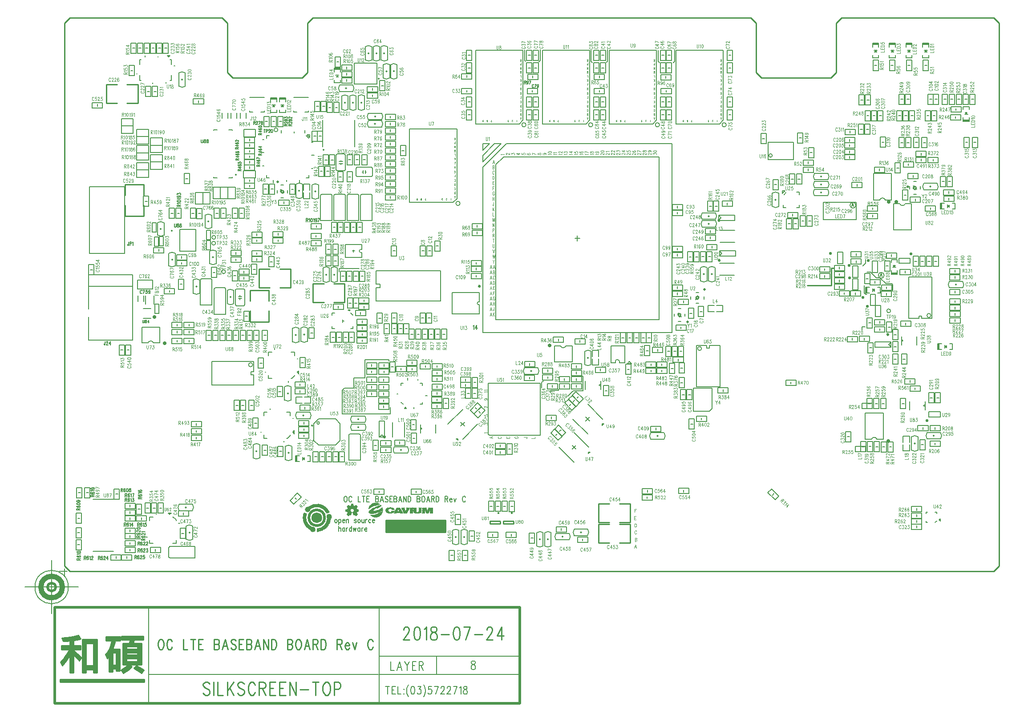
<source format=gbr>
G04 CAM350 V10.0.1 (Build 314) Date:  Fri Jul 27 19:02:47 2018 *
G04 Database: (Untitled) *
G04 Layer 1: SLPR *
%FSLAX25Y25*%
%MOIN*%
%SFA1.000B1.000*%

%MIA0B0*%
%IPPOS*%
%ADD11C,0.00800*%
%ADD12C,0.01000*%
%ADD13C,0.00500*%
%ADD15C,0.02000*%
%ADD16C,0.04000*%
%ADD17C,0.00700*%
%ADD18C,0.00600*%
%ADD32C,0.00450*%
%ADD289C,0.00100*%
%ADD290C,0.00394*%
%ADD291C,0.00787*%
%ADD294C,0.00200*%
%ADD295C,0.00591*%
%ADD299C,0.00799*%
%ADD305C,0.02898*%
%ADD306C,0.02258*%
%ADD307C,0.02256*%
%ADD308C,0.00590*%
%ADD309C,0.00984*%
%ADD310C,0.01616*%
%ADD311C,0.00827*%
%LNSLPR*%
%LPD*%
G54D305*
X622996Y277127D03*
X616799Y97631D03*
X363143Y169231D03*
X74862Y171121D03*
X617218Y277117D03*
G54D15*
X479208Y211336D03*
X466740Y186999D03*
X631630Y288291D03*
X159480Y291937D03*
G54D306*
X598068Y205358D03*
X646025Y112996D03*
G54D307*
X587685Y229248D03*
G54D306*
X573490Y238420D03*
G54D307*
X602055Y233044D03*
G54D306*
X633941Y237937D03*
G54D307*
X587815Y219887D03*
G54D306*
X601292Y198867D03*
G54D310*
X335094Y43646D03*
X325094D03*
G54D305*
X67249Y190587D03*
G54D289*
X0Y0D02*
G01X3D01*
X2000D02*
G01X2003D01*
X696000Y415000D02*
G01X696003D01*
X700000Y411000D02*
G01X700003D01*
G54D15*
X194732Y40192D02*
G75*
G03X194732Y40192I-5888D01*
X340775Y-27066D02*
G01Y-99066D01*
X-7469*
Y-27066*
X340775*
X-6725Y-11766D02*
G03X-6725Y-11766I-3000D01*
G54D290*
X437446Y312488D02*
G01X437323D01*
X437077Y312577*
X436954Y312667*
X436831Y312846*
Y313204*
X436954Y313383*
X437077Y313472*
X437323Y313562*
X437569*
X437816Y313472*
X438185Y313293*
X439415Y312398*
Y313651*
X437693Y315620D02*
G01X438062Y315530D01*
X438308Y315351*
X438431Y315083*
Y314993*
X438308Y314725*
X438062Y314546*
X437693Y314456*
X437569*
X437200Y314546*
X436954Y314725*
X436831Y314993*
Y315083*
X436954Y315351*
X437200Y315530*
X437693Y315620*
X438308*
X438923Y315530*
X439292Y315351*
X439415Y315083*
Y314904*
X439292Y314635*
X439046Y314546*
X440768Y312577D02*
G01Y313562D01*
X441753Y313025*
Y313293*
X441876Y313472*
X441999Y313562*
X442368Y313651*
X442614*
X442983Y313562*
X443229Y313383*
X443352Y313114*
Y312846*
X443229Y312577*
X443106Y312488*
X442860Y312398*
X440768Y314993D02*
G01X440891Y314725D01*
X441260Y314546*
X441876Y314456*
X442245*
X442860Y314546*
X443229Y314725*
X443352Y314993*
Y315172*
X443229Y315441*
X442860Y315620*
X442245Y315709*
X441876*
X441260Y315620*
X440891Y315441*
X440768Y315172*
Y314993*
X327087Y312398D02*
G01X326964Y312577D01*
X326595Y312846*
X329179*
X331147Y312488D02*
G01X331024D01*
X330778Y312577*
X330655Y312667*
X330532Y312846*
Y313204*
X330655Y313383*
X330778Y313472*
X331024Y313562*
X331270*
X331516Y313472*
X331885Y313293*
X333116Y312398*
Y313651*
X334469Y312577D02*
G01Y313562D01*
X335453Y313025*
Y313293*
X335576Y313472*
X335699Y313562*
X336069Y313651*
X336315*
X336684Y313562*
X336930Y313383*
X337053Y313114*
Y312846*
X336930Y312577*
X336807Y312488*
X336561Y312398*
X338406Y313293D02*
G01X340129Y312398D01*
Y313741*
X338406Y313293D02*
G01X340990D01*
X342343Y313562D02*
G01Y312667D01*
X343450Y312577*
X343327Y312667*
X343204Y312935*
Y313204*
X343327Y313472*
X343573Y313651*
X343943Y313741*
X344189Y313651*
X344558Y313562*
X344804Y313383*
X344927Y313114*
Y312846*
X344804Y312577*
X344681Y312488*
X344435Y312398*
X346649Y313472D02*
G01X346403Y313383D01*
X346280Y313114*
Y312935*
X346403Y312667*
X346772Y312488*
X347387Y312398*
X348003*
X348495Y312488*
X348741Y312667*
X348864Y312935*
Y313025*
X348741Y313293*
X348495Y313472*
X348126Y313562*
X348003*
X347633Y313472*
X347387Y313293*
X347264Y313025*
Y312935*
X347387Y312667*
X347633Y312488*
X348003Y312398*
X350217Y313651D02*
G01X352801Y312756D01*
X350217Y312398D02*
G01Y313651D01*
X354154Y312846D02*
G01X354277Y312577D01*
X354523Y312488*
X354769*
X355015Y312577*
X355138Y312756*
X355261Y313114*
X355384Y313383*
X355631Y313562*
X355877Y313651*
X356246*
X356492Y313562*
X356615Y313472*
X356738Y313204*
Y312846*
X356615Y312577*
X356492Y312488*
X356246Y312398*
X355877*
X355631Y312488*
X355384Y312667*
X355261Y312935*
X355138Y313293*
X355015Y313472*
X354769Y313562*
X354523*
X354277Y313472*
X354154Y313204*
Y312846*
X358952Y313562D02*
G01X359321Y313472D01*
X359568Y313293*
X359691Y313025*
Y312935*
X359568Y312667*
X359321Y312488*
X358952Y312398*
X358829*
X358460Y312488*
X358214Y312667*
X358091Y312935*
Y313025*
X358214Y313293*
X358460Y313472*
X358952Y313562*
X359568*
X360183Y313472*
X360552Y313293*
X360675Y313025*
Y312846*
X360552Y312577*
X360306Y312488*
X362520Y312398D02*
G01X362397Y312577D01*
X362028Y312846*
X364612*
X362028Y314188D02*
G01X362151Y313920D01*
X362520Y313741*
X363135Y313651*
X363505*
X364120Y313741*
X364489Y313920*
X364612Y314188*
Y314367*
X364489Y314635*
X364120Y314814*
X363505Y314904*
X363135*
X362520Y314814*
X362151Y314635*
X362028Y314367*
Y314188*
X366457Y312398D02*
G01X366334Y312577D01*
X365965Y312846*
X368549*
X366457Y313651D02*
G01X366334Y313830D01*
X365965Y314098*
X368549*
X370394Y312398D02*
G01X370271Y312577D01*
X369902Y312846*
X372486*
X370517Y313741D02*
G01X370394D01*
X370148Y313830*
X370025Y313920*
X369902Y314098*
Y314456*
X370025Y314635*
X370148Y314725*
X370394Y314814*
X370640*
X370886Y314725*
X371256Y314546*
X372486Y313651*
Y314904*
X374331Y312398D02*
G01X374208Y312577D01*
X373839Y312846*
X376423*
X373839Y313830D02*
G01Y314814D01*
X374823Y314277*
Y314546*
X374946Y314725*
X375069Y314814*
X375439Y314904*
X375685*
X376054Y314814*
X376300Y314635*
X376423Y314367*
Y314098*
X376300Y313830*
X376177Y313741*
X375931Y313651*
X378268Y312398D02*
G01X378145Y312577D01*
X377776Y312846*
X380360*
X377776Y314546D02*
G01X379499Y313651D01*
Y314993*
X377776Y314546D02*
G01X380360D01*
X382205Y312398D02*
G01X382082Y312577D01*
X381713Y312846*
X384297*
X381713Y314814D02*
G01Y313920D01*
X382820Y313830*
X382697Y313920*
X382574Y314188*
Y314456*
X382697Y314725*
X382944Y314904*
X383313Y314993*
X383559Y314904*
X383928Y314814*
X384174Y314635*
X384297Y314367*
Y314098*
X384174Y313830*
X384051Y313741*
X383805Y313651*
X386142Y312398D02*
G01X386019Y312577D01*
X385650Y312846*
X388234*
X386019Y314725D02*
G01X385773Y314635D01*
X385650Y314367*
Y314188*
X385773Y313920*
X386142Y313741*
X386757Y313651*
X387373*
X387865Y313741*
X388111Y313920*
X388234Y314188*
Y314277*
X388111Y314546*
X387865Y314725*
X387496Y314814*
X387373*
X387004Y314725*
X386757Y314546*
X386634Y314277*
Y314188*
X386757Y313920*
X387004Y313741*
X387373Y313651*
X390079Y312398D02*
G01X389956Y312577D01*
X389587Y312846*
X392171*
X389587Y314904D02*
G01X392171Y314009D01*
X389587Y313651D02*
G01Y314904D01*
X394016Y312398D02*
G01X393893Y312577D01*
X393524Y312846*
X396108*
X393524Y314098D02*
G01X393647Y313830D01*
X393893Y313741*
X394139*
X394385Y313830*
X394508Y314009*
X394631Y314367*
X394755Y314635*
X395001Y314814*
X395247Y314904*
X395616*
X395862Y314814*
X395985Y314725*
X396108Y314456*
Y314098*
X395985Y313830*
X395862Y313741*
X395616Y313651*
X395247*
X395001Y313741*
X394755Y313920*
X394631Y314188*
X394508Y314546*
X394385Y314725*
X394139Y314814*
X393893*
X393647Y314725*
X393524Y314456*
Y314098*
X397953Y312398D02*
G01X397830Y312577D01*
X397461Y312846*
X400045*
X398322Y314814D02*
G01X398692Y314725D01*
X398938Y314546*
X399061Y314277*
Y314188*
X398938Y313920*
X398692Y313741*
X398322Y313651*
X398199*
X397830Y313741*
X397584Y313920*
X397461Y314188*
Y314277*
X397584Y314546*
X397830Y314725*
X398322Y314814*
X398938*
X399553Y314725*
X399922Y314546*
X400045Y314277*
Y314098*
X399922Y313830*
X399676Y313741*
X402013Y312488D02*
G01X401890D01*
X401644Y312577*
X401521Y312667*
X401398Y312846*
Y313204*
X401521Y313383*
X401644Y313472*
X401890Y313562*
X402136*
X402382Y313472*
X402752Y313293*
X403982Y312398*
Y313651*
X401398Y314993D02*
G01X401521Y314725D01*
X401890Y314546*
X402506Y314456*
X402875*
X403490Y314546*
X403859Y314725*
X403982Y314993*
Y315172*
X403859Y315441*
X403490Y315620*
X402875Y315709*
X402506*
X401890Y315620*
X401521Y315441*
X401398Y315172*
Y314993*
X417761Y312488D02*
G01X417638D01*
X417392Y312577*
X417269Y312667*
X417146Y312846*
Y313204*
X417269Y313383*
X417392Y313472*
X417638Y313562*
X417884*
X418131Y313472*
X418500Y313293*
X419730Y312398*
Y313651*
X417146Y315351D02*
G01X418869Y314456D01*
Y315799*
X417146Y315351D02*
G01X419730D01*
X413824Y312488D02*
G01X413701D01*
X413455Y312577*
X413332Y312667*
X413209Y312846*
Y313204*
X413332Y313383*
X413455Y313472*
X413701Y313562*
X413947*
X414194Y313472*
X414563Y313293*
X415793Y312398*
Y313651*
X413209Y314635D02*
G01Y315620D01*
X414194Y315083*
Y315351*
X414317Y315530*
X414440Y315620*
X414809Y315709*
X415055*
X415424Y315620*
X415670Y315441*
X415793Y315172*
Y314904*
X415670Y314635*
X415547Y314546*
X415301Y314456*
X409887Y312488D02*
G01X409764D01*
X409518Y312577*
X409395Y312667*
X409272Y312846*
Y313204*
X409395Y313383*
X409518Y313472*
X409764Y313562*
X410010*
X410256Y313472*
X410626Y313293*
X411856Y312398*
Y313651*
X409887Y314546D02*
G01X409764D01*
X409518Y314635*
X409395Y314725*
X409272Y314904*
Y315262*
X409395Y315441*
X409518Y315530*
X409764Y315620*
X410010*
X410256Y315530*
X410626Y315351*
X411856Y314456*
Y315709*
X405950Y312488D02*
G01X405827D01*
X405581Y312577*
X405458Y312667*
X405335Y312846*
Y313204*
X405458Y313383*
X405581Y313472*
X405827Y313562*
X406073*
X406319Y313472*
X406689Y313293*
X407919Y312398*
Y313651*
X405827Y314456D02*
G01X405704Y314635D01*
X405335Y314904*
X407919*
X421698Y312488D02*
G01X421575D01*
X421329Y312577*
X421206Y312667*
X421083Y312846*
Y313204*
X421206Y313383*
X421329Y313472*
X421575Y313562*
X421821*
X422068Y313472*
X422437Y313293*
X423667Y312398*
Y313651*
X421083Y315620D02*
G01Y314725D01*
X422191Y314635*
X422068Y314725*
X421944Y314993*
Y315262*
X422068Y315530*
X422314Y315709*
X422683Y315799*
X422929Y315709*
X423298Y315620*
X423544Y315441*
X423667Y315172*
Y314904*
X423544Y314635*
X423421Y314546*
X423175Y314456*
X425635Y312488D02*
G01X425512D01*
X425266Y312577*
X425143Y312667*
X425020Y312846*
Y313204*
X425143Y313383*
X425266Y313472*
X425512Y313562*
X425758*
X426005Y313472*
X426374Y313293*
X427604Y312398*
Y313651*
X425389Y315530D02*
G01X425143Y315441D01*
X425020Y315172*
Y314993*
X425143Y314725*
X425512Y314546*
X426128Y314456*
X426743*
X427235Y314546*
X427481Y314725*
X427604Y314993*
Y315083*
X427481Y315351*
X427235Y315530*
X426866Y315620*
X426743*
X426374Y315530*
X426128Y315351*
X426005Y315083*
Y314993*
X426128Y314725*
X426374Y314546*
X426743Y314456*
X429572Y312488D02*
G01X429449D01*
X429203Y312577*
X429080Y312667*
X428957Y312846*
Y313204*
X429080Y313383*
X429203Y313472*
X429449Y313562*
X429695*
X429942Y313472*
X430311Y313293*
X431541Y312398*
Y313651*
X428957Y315709D02*
G01X431541Y314814D01*
X428957Y314456D02*
G01Y315709D01*
X433509Y312488D02*
G01X433386D01*
X433140Y312577*
X433017Y312667*
X432894Y312846*
Y313204*
X433017Y313383*
X433140Y313472*
X433386Y313562*
X433632*
X433879Y313472*
X434248Y313293*
X435478Y312398*
Y313651*
X432894Y314904D02*
G01X433017Y314635D01*
X433263Y314546*
X433509*
X433756Y314635*
X433879Y314814*
X434002Y315172*
X434125Y315441*
X434371Y315620*
X434617Y315709*
X434986*
X435232Y315620*
X435355Y315530*
X435478Y315262*
Y314904*
X435355Y314635*
X435232Y314546*
X434986Y314456*
X434617*
X434371Y314546*
X434125Y314725*
X434002Y314993*
X433879Y315351*
X433756Y315530*
X433509Y315620*
X433263*
X433017Y315530*
X432894Y315262*
Y314904*
X320517Y304352D02*
G01Y301769D01*
Y304352D02*
G01X321323D01*
X321591Y304229*
X321681Y304106*
X321770Y303860*
Y303614*
X321681Y303368*
X321591Y303245*
X321323Y303122*
X320517D02*
G01X321323D01*
X321591Y302999*
X321681Y302876*
X321770Y302630*
Y302261*
X321681Y302015*
X321591Y301892*
X321323Y301769*
X320517*
Y296478D02*
G01Y293894D01*
Y296478D02*
G01X321144D01*
X321412Y296355*
X321591Y296109*
X321681Y295863*
X321770Y295494*
Y294879*
X321681Y294510*
X321591Y294264*
X321412Y294018*
X321144Y293894*
X320517*
X321859Y299800D02*
G01X321770Y300046D01*
X321591Y300292*
X321412Y300415*
X321054*
X320875Y300292*
X320696Y300046*
X320607Y299800*
X320517Y299431*
Y298816*
X320607Y298447*
X320696Y298201*
X320875Y297955*
X321054Y297831*
X321412*
X321591Y297955*
X321770Y298201*
X321859Y298447*
X320517Y292541D02*
G01Y289957D01*
Y292541D02*
G01X321681D01*
X320517Y291311D02*
G01X321233D01*
X320517Y289957D02*
G01X321681D01*
X320517Y288604D02*
G01Y286020D01*
Y288604D02*
G01X321681D01*
X320517Y287374D02*
G01X321233D01*
X321859Y284052D02*
G01X321770Y284298D01*
X321591Y284544*
X321412Y284667*
X321054*
X320875Y284544*
X320696Y284298*
X320607Y284052*
X320517Y283683*
Y283068*
X320607Y282699*
X320696Y282453*
X320875Y282206*
X321054Y282083*
X321412*
X321591Y282206*
X321770Y282453*
X321859Y282699*
Y283068*
X321412D02*
G01X321859D01*
X320517Y280730D02*
G01Y278146D01*
X321770Y280730D02*
G01Y278146D01*
X320517Y279500D02*
G01X321770D01*
X321412Y276793D02*
G01Y274825D01*
X321323Y274456*
X321233Y274332*
X321054Y274209*
X320875*
X320696Y274332*
X320607Y274456*
X320517Y274825*
Y275071*
Y272856D02*
G01Y270272D01*
X321770Y272856D02*
G01X320517Y271134D01*
X320965Y271749D02*
G01X321770Y270272D01*
X320517Y268919D02*
G01Y266335D01*
X321591*
X320517Y264982D02*
G01Y262398D01*
Y264982D02*
G01X321233Y262398D01*
X321949Y264982D02*
G01X321233Y262398D01*
X321949Y264982D02*
G01Y262398D01*
X320517Y261045D02*
G01Y258461D01*
Y261045D02*
G01X321770Y258461D01*
Y261045D02*
G01Y258461D01*
X320517Y257108D02*
G01Y254524D01*
Y257108D02*
G01X321323D01*
X321591Y256985*
X321681Y256862*
X321770Y256616*
Y256247*
X321681Y256001*
X321591Y255878*
X321323Y255755*
X320517*
Y253171D02*
G01Y250587D01*
Y253171D02*
G01X321323D01*
X321591Y253048*
X321681Y252925*
X321770Y252679*
Y252433*
X321681Y252187*
X321591Y252064*
X321323Y251941*
X320517*
X321144D02*
G01X321770Y250587D01*
X321144Y249234D02*
G01Y246650D01*
X320517Y249234D02*
G01X321770D01*
X320517Y245297D02*
G01Y243452D01*
X320607Y243082*
X320786Y242836*
X321054Y242713*
X321233*
X321502Y242836*
X321681Y243082*
X321770Y243452*
Y245297*
X320517Y241360D02*
G01X321233Y238776D01*
X321949Y241360D02*
G01X321233Y238776D01*
X320517Y237423D02*
G01X320965Y234839D01*
X321412Y237423D02*
G01X320965Y234839D01*
X321412Y237423D02*
G01X321859Y234839D01*
X322307Y237423D02*
G01X321859Y234839D01*
X320517Y233486D02*
G01X321233Y232256D01*
Y230902*
X321949Y233486D02*
G01X321233Y232256D01*
X319265Y229549D02*
G01X318549Y226965D01*
X319265Y229549D02*
G01X319980Y226965D01*
X318817Y227827D02*
G01X319712D01*
X321502Y229549D02*
G01X320786Y226965D01*
X321502Y229549D02*
G01X322217Y226965D01*
X321054Y227827D02*
G01X321949D01*
X319265Y225612D02*
G01X318549Y223028D01*
X319265Y225612D02*
G01X319980Y223028D01*
X318817Y223890D02*
G01X319712D01*
X320786Y225612D02*
G01Y223028D01*
Y225612D02*
G01X321591D01*
X321859Y225489*
X321949Y225366*
X322038Y225120*
Y224874*
X321949Y224628*
X321859Y224505*
X321591Y224382*
X320786D02*
G01X321591D01*
X321859Y224259*
X321949Y224136*
X322038Y223890*
Y223520*
X321949Y223274*
X321859Y223151*
X321591Y223028*
X320786*
X319265Y221675D02*
G01X318549Y219091D01*
X319265Y221675D02*
G01X319980Y219091D01*
X318817Y219953D02*
G01X319712D01*
X322128Y221060D02*
G01X322038Y221306D01*
X321859Y221552*
X321681Y221675*
X321323*
X321144Y221552*
X320965Y221306*
X320875Y221060*
X320786Y220691*
Y220076*
X320875Y219706*
X320965Y219460*
X321144Y219214*
X321323Y219091*
X321681*
X321859Y219214*
X322038Y219460*
X322128Y219706*
X319265Y217738D02*
G01X318549Y215154D01*
X319265Y217738D02*
G01X319980Y215154D01*
X318817Y216016D02*
G01X319712D01*
X320786Y217738D02*
G01Y215154D01*
Y217738D02*
G01X321412D01*
X321681Y217615*
X321859Y217369*
X321949Y217123*
X322038Y216754*
Y216139*
X321949Y215769*
X321859Y215523*
X321681Y215277*
X321412Y215154*
X320786*
X319265Y201990D02*
G01X318549Y199406D01*
X319265Y201990D02*
G01X319980Y199406D01*
X318817Y200268D02*
G01X319712D01*
X320786Y201990D02*
G01Y199406D01*
X322038Y201990D02*
G01Y199406D01*
X320786Y200760D02*
G01X322038D01*
X319265Y205927D02*
G01X318549Y203343D01*
X319265Y205927D02*
G01X319980Y203343D01*
X318817Y204205D02*
G01X319712D01*
X322128Y205312D02*
G01X322038Y205558D01*
X321859Y205804*
X321681Y205927*
X321323*
X321144Y205804*
X320965Y205558*
X320875Y205312*
X320786Y204943*
Y204328*
X320875Y203958*
X320965Y203712*
X321144Y203466*
X321323Y203343*
X321681*
X321859Y203466*
X322038Y203712*
X322128Y203958*
Y204328*
X321681D02*
G01X322128D01*
X319265Y209864D02*
G01X318549Y207280D01*
X319265Y209864D02*
G01X319980Y207280D01*
X318817Y208142D02*
G01X319712D01*
X320786Y209864D02*
G01Y207280D01*
Y209864D02*
G01X321949D01*
X320786Y208634D02*
G01X321502D01*
X319265Y213801D02*
G01X318549Y211217D01*
X319265Y213801D02*
G01X319980Y211217D01*
X318817Y212079D02*
G01X319712D01*
X320786Y213801D02*
G01Y211217D01*
Y213801D02*
G01X321949D01*
X320786Y212571D02*
G01X321502D01*
X320786Y211217D02*
G01X321949D01*
X319265Y194116D02*
G01X318549Y191532D01*
X319265Y194116D02*
G01X319980Y191532D01*
X318817Y192394D02*
G01X319712D01*
X320786Y194116D02*
G01Y191532D01*
X322038Y194116D02*
G01X320786Y192394D01*
X321233Y193009D02*
G01X322038Y191532D01*
X319265Y198053D02*
G01X318549Y195469D01*
X319265Y198053D02*
G01X319980Y195469D01*
X318817Y196331D02*
G01X319712D01*
X321681Y198053D02*
G01Y196084D01*
X321591Y195715*
X321502Y195592*
X321323Y195469*
X321144*
X320965Y195592*
X320875Y195715*
X320786Y196084*
Y196331*
X321233Y308289D02*
G01X320517Y305706D01*
X321233Y308289D02*
G01X321949Y305706D01*
X320786Y306567D02*
G01X321681D01*
X318188Y100471D02*
G01X320771Y99755D01*
X318188Y100471D02*
G01X320771Y101186D01*
X319910Y100023D02*
G01Y100918D01*
X325102Y101097D02*
G01X324856Y101007D01*
X324610Y100828*
X324487Y100649*
Y100292*
X324610Y100113*
X324856Y99934*
X325102Y99844*
X325471Y99755*
X326086*
X326455Y99844*
X326701Y99934*
X326947Y100113*
X327070Y100292*
Y100649*
X326947Y100828*
X326701Y101007*
X326455Y101097*
X330786Y99755D02*
G01X333370D01*
X330786D02*
G01Y100918D01*
X332016Y99755D02*
G01Y100471D01*
X333370Y99755D02*
G01Y100918D01*
X337700Y101097D02*
G01X337454Y101007D01*
X337208Y100828*
X337085Y100649*
Y100292*
X337208Y100113*
X337454Y99934*
X337700Y99844*
X338069Y99755*
X338685*
X339054Y99844*
X339300Y99934*
X339546Y100113*
X339669Y100292*
Y100649*
X339546Y100828*
X339300Y101007*
X339054Y101097*
X338685*
Y100649D02*
G01Y101097D01*
X349684Y99755D02*
G01X352267D01*
Y100828*
X343778Y100649D02*
G01X345747D01*
X346116Y100560*
X346239Y100471*
X346362Y100292*
Y100113*
X346239Y99934*
X346116Y99844*
X345747Y99755*
X345501*
X314743Y103692D02*
G01X314620Y103871D01*
X314251Y104139*
X316834*
X314251Y110170D02*
G01Y111154D01*
X315235Y110617*
Y110886*
X315358Y111065*
X315481Y111154*
X315850Y111244*
X316096*
X316465Y111154*
X316711Y110975*
X316834Y110707*
Y110438*
X316711Y110170*
X316588Y110080*
X316342Y109991*
X314251Y117453D02*
G01Y116559D01*
X315358Y116469*
X315235Y116559*
X315112Y116827*
Y117095*
X315235Y117364*
X315481Y117543*
X315850Y117632*
X316096Y117543*
X316465Y117453*
X316711Y117274*
X316834Y117006*
Y116738*
X316711Y116469*
X316588Y116380*
X316342Y116290*
X314251Y123842D02*
G01X316834Y122947D01*
X314251Y122589D02*
G01Y123842D01*
X315069Y129576D02*
G01X315438Y129486D01*
X315684Y129307*
X315807Y129039*
Y128949*
X315684Y128681*
X315438Y128502*
X315069Y128413*
X314946*
X314577Y128502*
X314331Y128681*
X314208Y128949*
Y129039*
X314331Y129307*
X314577Y129486*
X315069Y129576*
X315684*
X316299Y129486*
X316668Y129307*
X316791Y129039*
Y128860*
X316668Y128592*
X316422Y128502*
X314743Y134400D02*
G01X314620Y134579D01*
X314251Y134848*
X316834*
X314743Y135653D02*
G01X314620Y135832D01*
X314251Y136100*
X316834*
X341606Y338715D02*
G01X342035Y340265D01*
X341606Y338715D02*
G01X341176Y340265D01*
X341874Y339749D02*
G01X341338D01*
X312989Y337593D02*
G01X313034Y337778D01*
X313123Y337901*
X313258Y337962*
X313302*
X313437Y337901*
X313526Y337778*
X313571Y337593*
Y337532*
X313526Y337347*
X313437Y337224*
X313302Y337162*
X313258*
X313123Y337224*
X313034Y337347*
X312989Y337593*
Y337901*
X313034Y338208*
X313123Y338393*
X313258Y338454*
X313347*
X313481Y338393*
X313526Y338270*
X316497Y337162D02*
G01X316631Y337224D01*
X316676Y337347*
Y337470*
X316631Y337593*
X316542Y337655*
X316363Y337716*
X316228Y337778*
X316139Y337901*
X316094Y338024*
Y338208*
X316139Y338331*
X316184Y338393*
X316318Y338454*
X316497*
X316631Y338393*
X316676Y338331*
X316720Y338208*
Y338024*
X316676Y337901*
X316586Y337778*
X316452Y337716*
X316273Y337655*
X316184Y337593*
X316139Y337470*
Y337347*
X316184Y337224*
X316318Y337162*
X316497*
X319244D02*
G01X319691Y338454D01*
X319870Y337162D02*
G01X319244D01*
X332340Y337202D02*
G01X331848D01*
X332116Y337694*
X331982*
X331892Y337756*
X331848Y337817*
X331803Y338002*
Y338125*
X331848Y338309*
X331937Y338432*
X332071Y338494*
X332205*
X332340Y338432*
X332384Y338371*
X332429Y338248*
X335534Y337509D02*
G01Y337448D01*
X335489Y337325*
X335445Y337263*
X335355Y337202*
X335176*
X335087Y337263*
X335042Y337325*
X334997Y337448*
Y337571*
X335042Y337694*
X335131Y337879*
X335579Y338494*
X334952*
X338728Y337448D02*
G01X338639Y337386D01*
X338505Y337202*
Y338494*
X342035Y382416D02*
G01Y383966D01*
Y382416D02*
G01X341552D01*
X341391Y382490*
X341338Y382564*
X341284Y382711*
Y382859*
X341338Y383006*
X341391Y383080*
X341552Y383154*
X342035*
X341660D02*
G01X341284Y383966D01*
X342035Y379660D02*
G01Y381210D01*
Y379660D02*
G01X341552D01*
X341391Y379734*
X341338Y379808*
X341284Y379955*
Y380177*
X341338Y380324*
X341391Y380398*
X341552Y380472*
X342035*
Y376510D02*
G01Y378061D01*
Y376510D02*
G01X341284Y378061D01*
Y376510D02*
G01Y378061D01*
X342035Y373361D02*
G01Y374911D01*
Y373361D02*
G01X341606Y374911D01*
X341176Y373361D02*
G01X341606Y374911D01*
X341176Y373361D02*
G01Y374911D01*
X342035Y370211D02*
G01Y371761D01*
X341391*
X342035Y367455D02*
G01Y369006D01*
X341284Y367455D02*
G01X342035Y368489D01*
X341767Y368120D02*
G01X341284Y369006D01*
X341499Y364306D02*
G01Y365487D01*
X341552Y365708*
X341606Y365782*
X341713Y365856*
X341821*
X341928Y365782*
X341982Y365708*
X342035Y365487*
Y365339*
Y361156D02*
G01Y362706D01*
X341284Y361156D02*
G01Y362706D01*
X342035Y361894D02*
G01X341284D01*
X341230Y357982D02*
G01X341284Y357834D01*
X341391Y357687*
X341499Y357613*
X341713*
X341821Y357687*
X341928Y357834*
X341982Y357982*
X342035Y358203*
Y358572*
X341982Y358794*
X341928Y358942*
X341821Y359089*
X341713Y359163*
X341499*
X341391Y359089*
X341284Y358942*
X341230Y358794*
Y358572*
X341499D02*
G01X341230D01*
X342035Y354857D02*
G01Y356407D01*
Y354857D02*
G01X341338D01*
X342035Y355595D02*
G01X341606D01*
X342035Y351314D02*
G01Y352864D01*
Y351314D02*
G01X341338D01*
X342035Y352052D02*
G01X341606D01*
X342035Y352864D02*
G01X341338D01*
X342035Y348164D02*
G01Y349714D01*
Y348164D02*
G01X341660D01*
X341499Y348238*
X341391Y348385*
X341338Y348533*
X341284Y348755*
Y349124*
X341338Y349345*
X341391Y349493*
X341499Y349640*
X341660Y349714*
X342035*
X341230Y345383D02*
G01X341284Y345236D01*
X341391Y345088*
X341499Y345014*
X341713*
X341821Y345088*
X341928Y345236*
X341982Y345383*
X342035Y345605*
Y345974*
X341982Y346195*
X341928Y346343*
X341821Y346491*
X341713Y346565*
X341499*
X341391Y346491*
X341284Y346343*
X341230Y346195*
X342035Y341865D02*
G01Y343415D01*
Y341865D02*
G01X341552D01*
X341391Y341939*
X341338Y342012*
X341284Y342160*
Y342308*
X341338Y342455*
X341391Y342529*
X341552Y342603*
X342035D02*
G01X341552D01*
X341391Y342677*
X341338Y342751*
X341284Y342898*
Y343120*
X341338Y343267*
X341391Y343341*
X341552Y343415*
X342035*
X391606Y338715D02*
G01X392035Y340265D01*
X391606Y338715D02*
G01X391176Y340265D01*
X391874Y339749D02*
G01X391338D01*
X362989Y337593D02*
G01X363034Y337778D01*
X363123Y337901*
X363258Y337962*
X363302*
X363437Y337901*
X363526Y337778*
X363571Y337593*
Y337532*
X363526Y337347*
X363437Y337224*
X363302Y337162*
X363258*
X363123Y337224*
X363034Y337347*
X362989Y337593*
Y337901*
X363034Y338208*
X363123Y338393*
X363258Y338454*
X363347*
X363481Y338393*
X363526Y338270*
X366497Y337162D02*
G01X366631Y337224D01*
X366676Y337347*
Y337470*
X366631Y337593*
X366542Y337655*
X366363Y337716*
X366228Y337778*
X366139Y337901*
X366094Y338024*
Y338208*
X366139Y338331*
X366184Y338393*
X366318Y338454*
X366497*
X366631Y338393*
X366676Y338331*
X366720Y338208*
Y338024*
X366676Y337901*
X366586Y337778*
X366452Y337716*
X366273Y337655*
X366184Y337593*
X366139Y337470*
Y337347*
X366184Y337224*
X366318Y337162*
X366497*
X369244D02*
G01X369691Y338454D01*
X369870Y337162D02*
G01X369244D01*
X382340Y337202D02*
G01X381848D01*
X382116Y337694*
X381982*
X381892Y337756*
X381848Y337817*
X381803Y338002*
Y338125*
X381848Y338309*
X381937Y338432*
X382071Y338494*
X382205*
X382340Y338432*
X382384Y338371*
X382429Y338248*
X385534Y337509D02*
G01Y337448D01*
X385489Y337325*
X385445Y337263*
X385355Y337202*
X385176*
X385087Y337263*
X385042Y337325*
X384997Y337448*
Y337571*
X385042Y337694*
X385131Y337879*
X385579Y338494*
X384952*
X388728Y337448D02*
G01X388639Y337386D01*
X388505Y337202*
Y338494*
X392035Y382416D02*
G01Y383966D01*
Y382416D02*
G01X391552D01*
X391391Y382490*
X391338Y382564*
X391284Y382711*
Y382859*
X391338Y383006*
X391391Y383080*
X391552Y383154*
X392035*
X391660D02*
G01X391284Y383966D01*
X392035Y379660D02*
G01Y381210D01*
Y379660D02*
G01X391552D01*
X391391Y379734*
X391338Y379808*
X391284Y379955*
Y380177*
X391338Y380324*
X391391Y380398*
X391552Y380472*
X392035*
Y376510D02*
G01Y378061D01*
Y376510D02*
G01X391284Y378061D01*
Y376510D02*
G01Y378061D01*
X392035Y373361D02*
G01Y374911D01*
Y373361D02*
G01X391606Y374911D01*
X391176Y373361D02*
G01X391606Y374911D01*
X391176Y373361D02*
G01Y374911D01*
X392035Y370211D02*
G01Y371761D01*
X391391*
X392035Y367455D02*
G01Y369006D01*
X391284Y367455D02*
G01X392035Y368489D01*
X391767Y368120D02*
G01X391284Y369006D01*
X391499Y364306D02*
G01Y365487D01*
X391552Y365708*
X391606Y365782*
X391713Y365856*
X391821*
X391928Y365782*
X391982Y365708*
X392035Y365487*
Y365339*
Y361156D02*
G01Y362706D01*
X391284Y361156D02*
G01Y362706D01*
X392035Y361894D02*
G01X391284D01*
X391230Y357982D02*
G01X391284Y357834D01*
X391391Y357687*
X391499Y357613*
X391713*
X391821Y357687*
X391928Y357834*
X391982Y357982*
X392035Y358203*
Y358572*
X391982Y358794*
X391928Y358942*
X391821Y359089*
X391713Y359163*
X391499*
X391391Y359089*
X391284Y358942*
X391230Y358794*
Y358572*
X391499D02*
G01X391230D01*
X392035Y354857D02*
G01Y356407D01*
Y354857D02*
G01X391338D01*
X392035Y355595D02*
G01X391606D01*
X392035Y351314D02*
G01Y352864D01*
Y351314D02*
G01X391338D01*
X392035Y352052D02*
G01X391606D01*
X392035Y352864D02*
G01X391338D01*
X392035Y348164D02*
G01Y349714D01*
Y348164D02*
G01X391660D01*
X391499Y348238*
X391391Y348385*
X391338Y348533*
X391284Y348755*
Y349124*
X391338Y349345*
X391391Y349493*
X391499Y349640*
X391660Y349714*
X392035*
X391230Y345383D02*
G01X391284Y345236D01*
X391391Y345088*
X391499Y345014*
X391713*
X391821Y345088*
X391928Y345236*
X391982Y345383*
X392035Y345605*
Y345974*
X391982Y346195*
X391928Y346343*
X391821Y346491*
X391713Y346565*
X391499*
X391391Y346491*
X391284Y346343*
X391230Y346195*
X392035Y341865D02*
G01Y343415D01*
Y341865D02*
G01X391552D01*
X391391Y341939*
X391338Y342012*
X391284Y342160*
Y342308*
X391338Y342455*
X391391Y342529*
X391552Y342603*
X392035D02*
G01X391552D01*
X391391Y342677*
X391338Y342751*
X391284Y342898*
Y343120*
X391338Y343267*
X391391Y343341*
X391552Y343415*
X392035*
X441606Y338715D02*
G01X442035Y340265D01*
X441606Y338715D02*
G01X441176Y340265D01*
X441874Y339749D02*
G01X441338D01*
X412989Y337593D02*
G01X413034Y337778D01*
X413123Y337901*
X413258Y337962*
X413302*
X413437Y337901*
X413526Y337778*
X413571Y337593*
Y337532*
X413526Y337347*
X413437Y337224*
X413302Y337162*
X413258*
X413123Y337224*
X413034Y337347*
X412989Y337593*
Y337901*
X413034Y338208*
X413123Y338393*
X413258Y338454*
X413347*
X413481Y338393*
X413526Y338270*
X416497Y337162D02*
G01X416631Y337224D01*
X416676Y337347*
Y337470*
X416631Y337593*
X416542Y337655*
X416363Y337716*
X416228Y337778*
X416139Y337901*
X416094Y338024*
Y338208*
X416139Y338331*
X416184Y338393*
X416318Y338454*
X416497*
X416631Y338393*
X416676Y338331*
X416720Y338208*
Y338024*
X416676Y337901*
X416586Y337778*
X416452Y337716*
X416273Y337655*
X416184Y337593*
X416139Y337470*
Y337347*
X416184Y337224*
X416318Y337162*
X416497*
X419244D02*
G01X419691Y338454D01*
X419870Y337162D02*
G01X419244D01*
X432340Y337202D02*
G01X431848D01*
X432116Y337694*
X431982*
X431892Y337756*
X431848Y337817*
X431803Y338002*
Y338125*
X431848Y338309*
X431937Y338432*
X432071Y338494*
X432205*
X432340Y338432*
X432384Y338371*
X432429Y338248*
X435534Y337509D02*
G01Y337448D01*
X435489Y337325*
X435445Y337263*
X435355Y337202*
X435176*
X435087Y337263*
X435042Y337325*
X434997Y337448*
Y337571*
X435042Y337694*
X435131Y337879*
X435579Y338494*
X434952*
X438728Y337448D02*
G01X438639Y337386D01*
X438505Y337202*
Y338494*
X442035Y382416D02*
G01Y383966D01*
Y382416D02*
G01X441552D01*
X441391Y382490*
X441338Y382564*
X441284Y382711*
Y382859*
X441338Y383006*
X441391Y383080*
X441552Y383154*
X442035*
X441660D02*
G01X441284Y383966D01*
X442035Y379660D02*
G01Y381210D01*
Y379660D02*
G01X441552D01*
X441391Y379734*
X441338Y379808*
X441284Y379955*
Y380177*
X441338Y380324*
X441391Y380398*
X441552Y380472*
X442035*
Y376510D02*
G01Y378061D01*
Y376510D02*
G01X441284Y378061D01*
Y376510D02*
G01Y378061D01*
X442035Y373361D02*
G01Y374911D01*
Y373361D02*
G01X441606Y374911D01*
X441176Y373361D02*
G01X441606Y374911D01*
X441176Y373361D02*
G01Y374911D01*
X442035Y370211D02*
G01Y371761D01*
X441391*
X442035Y367455D02*
G01Y369006D01*
X441284Y367455D02*
G01X442035Y368489D01*
X441767Y368120D02*
G01X441284Y369006D01*
X441499Y364306D02*
G01Y365487D01*
X441552Y365708*
X441606Y365782*
X441713Y365856*
X441821*
X441928Y365782*
X441982Y365708*
X442035Y365487*
Y365339*
Y361156D02*
G01Y362706D01*
X441284Y361156D02*
G01Y362706D01*
X442035Y361894D02*
G01X441284D01*
X441230Y357982D02*
G01X441284Y357834D01*
X441391Y357687*
X441499Y357613*
X441713*
X441821Y357687*
X441928Y357834*
X441982Y357982*
X442035Y358203*
Y358572*
X441982Y358794*
X441928Y358942*
X441821Y359089*
X441713Y359163*
X441499*
X441391Y359089*
X441284Y358942*
X441230Y358794*
Y358572*
X441499D02*
G01X441230D01*
X442035Y354857D02*
G01Y356407D01*
Y354857D02*
G01X441338D01*
X442035Y355595D02*
G01X441606D01*
X442035Y351314D02*
G01Y352864D01*
Y351314D02*
G01X441338D01*
X442035Y352052D02*
G01X441606D01*
X442035Y352864D02*
G01X441338D01*
X442035Y348164D02*
G01Y349714D01*
Y348164D02*
G01X441660D01*
X441499Y348238*
X441391Y348385*
X441338Y348533*
X441284Y348755*
Y349124*
X441338Y349345*
X441391Y349493*
X441499Y349640*
X441660Y349714*
X442035*
X441230Y345383D02*
G01X441284Y345236D01*
X441391Y345088*
X441499Y345014*
X441713*
X441821Y345088*
X441928Y345236*
X441982Y345383*
X442035Y345605*
Y345974*
X441982Y346195*
X441928Y346343*
X441821Y346491*
X441713Y346565*
X441499*
X441391Y346491*
X441284Y346343*
X441230Y346195*
X442035Y341865D02*
G01Y343415D01*
Y341865D02*
G01X441552D01*
X441391Y341939*
X441338Y342012*
X441284Y342160*
Y342308*
X441338Y342455*
X441391Y342529*
X441552Y342603*
X442035D02*
G01X441552D01*
X441391Y342677*
X441338Y342751*
X441284Y342898*
Y343120*
X441338Y343267*
X441391Y343341*
X441552Y343415*
X442035*
X491606Y338715D02*
G01X492035Y340265D01*
X491606Y338715D02*
G01X491176Y340265D01*
X491874Y339749D02*
G01X491338D01*
X462989Y337593D02*
G01X463034Y337778D01*
X463123Y337901*
X463258Y337962*
X463302*
X463437Y337901*
X463526Y337778*
X463571Y337593*
Y337532*
X463526Y337347*
X463437Y337224*
X463302Y337162*
X463258*
X463123Y337224*
X463034Y337347*
X462989Y337593*
Y337901*
X463034Y338208*
X463123Y338393*
X463258Y338454*
X463347*
X463481Y338393*
X463526Y338270*
X466497Y337162D02*
G01X466631Y337224D01*
X466676Y337347*
Y337470*
X466631Y337593*
X466542Y337655*
X466363Y337716*
X466228Y337778*
X466139Y337901*
X466094Y338024*
Y338208*
X466139Y338331*
X466184Y338393*
X466318Y338454*
X466497*
X466631Y338393*
X466676Y338331*
X466720Y338208*
Y338024*
X466676Y337901*
X466586Y337778*
X466452Y337716*
X466273Y337655*
X466184Y337593*
X466139Y337470*
Y337347*
X466184Y337224*
X466318Y337162*
X466497*
X469244D02*
G01X469691Y338454D01*
X469870Y337162D02*
G01X469244D01*
X482340Y337202D02*
G01X481848D01*
X482116Y337694*
X481982*
X481892Y337756*
X481848Y337817*
X481803Y338002*
Y338125*
X481848Y338309*
X481937Y338432*
X482071Y338494*
X482205*
X482340Y338432*
X482384Y338371*
X482429Y338248*
X485534Y337509D02*
G01Y337448D01*
X485489Y337325*
X485445Y337263*
X485355Y337202*
X485176*
X485087Y337263*
X485042Y337325*
X484997Y337448*
Y337571*
X485042Y337694*
X485131Y337879*
X485579Y338494*
X484952*
X488728Y337448D02*
G01X488639Y337386D01*
X488505Y337202*
Y338494*
X492035Y382416D02*
G01Y383966D01*
Y382416D02*
G01X491552D01*
X491391Y382490*
X491338Y382564*
X491284Y382711*
Y382859*
X491338Y383006*
X491391Y383080*
X491552Y383154*
X492035*
X491660D02*
G01X491284Y383966D01*
X492035Y379660D02*
G01Y381210D01*
Y379660D02*
G01X491552D01*
X491391Y379734*
X491338Y379808*
X491284Y379955*
Y380177*
X491338Y380324*
X491391Y380398*
X491552Y380472*
X492035*
Y376510D02*
G01Y378061D01*
Y376510D02*
G01X491284Y378061D01*
Y376510D02*
G01Y378061D01*
X492035Y373361D02*
G01Y374911D01*
Y373361D02*
G01X491606Y374911D01*
X491176Y373361D02*
G01X491606Y374911D01*
X491176Y373361D02*
G01Y374911D01*
X492035Y370211D02*
G01Y371761D01*
X491391*
X492035Y367455D02*
G01Y369006D01*
X491284Y367455D02*
G01X492035Y368489D01*
X491767Y368120D02*
G01X491284Y369006D01*
X491499Y364306D02*
G01Y365487D01*
X491552Y365708*
X491606Y365782*
X491713Y365856*
X491821*
X491928Y365782*
X491982Y365708*
X492035Y365487*
Y365339*
Y361156D02*
G01Y362706D01*
X491284Y361156D02*
G01Y362706D01*
X492035Y361894D02*
G01X491284D01*
X491230Y357982D02*
G01X491284Y357834D01*
X491391Y357687*
X491499Y357613*
X491713*
X491821Y357687*
X491928Y357834*
X491982Y357982*
X492035Y358203*
Y358572*
X491982Y358794*
X491928Y358942*
X491821Y359089*
X491713Y359163*
X491499*
X491391Y359089*
X491284Y358942*
X491230Y358794*
Y358572*
X491499D02*
G01X491230D01*
X492035Y354857D02*
G01Y356407D01*
Y354857D02*
G01X491338D01*
X492035Y355595D02*
G01X491606D01*
X492035Y351314D02*
G01Y352864D01*
Y351314D02*
G01X491338D01*
X492035Y352052D02*
G01X491606D01*
X492035Y352864D02*
G01X491338D01*
X492035Y348164D02*
G01Y349714D01*
Y348164D02*
G01X491660D01*
X491499Y348238*
X491391Y348385*
X491338Y348533*
X491284Y348755*
Y349124*
X491338Y349345*
X491391Y349493*
X491499Y349640*
X491660Y349714*
X492035*
X491230Y345383D02*
G01X491284Y345236D01*
X491391Y345088*
X491499Y345014*
X491713*
X491821Y345088*
X491928Y345236*
X491982Y345383*
X492035Y345605*
Y345974*
X491982Y346195*
X491928Y346343*
X491821Y346491*
X491713Y346565*
X491499*
X491391Y346491*
X491284Y346343*
X491230Y346195*
X492035Y341865D02*
G01Y343415D01*
Y341865D02*
G01X491552D01*
X491391Y341939*
X491338Y342012*
X491284Y342160*
Y342308*
X491338Y342455*
X491391Y342529*
X491552Y342603*
X492035D02*
G01X491552D01*
X491391Y342677*
X491338Y342751*
X491284Y342898*
Y343120*
X491338Y343267*
X491391Y343341*
X491552Y343415*
X492035*
X292223Y279843D02*
G01X292652Y281393D01*
X292223Y279843D02*
G01X291793Y281393D01*
X292491Y280877D02*
G01X291955D01*
X263606Y278721D02*
G01X263651Y278906D01*
X263740Y279029*
X263875Y279090*
X263919*
X264054Y279029*
X264143Y278906*
X264188Y278721*
Y278660*
X264143Y278475*
X264054Y278352*
X263919Y278290*
X263875*
X263740Y278352*
X263651Y278475*
X263606Y278721*
Y279029*
X263651Y279336*
X263740Y279521*
X263875Y279582*
X263964*
X264098Y279521*
X264143Y279398*
X267114Y278290D02*
G01X267248Y278352D01*
X267293Y278475*
Y278598*
X267248Y278721*
X267159Y278783*
X266980Y278844*
X266845Y278906*
X266756Y279029*
X266711Y279152*
Y279336*
X266756Y279459*
X266801Y279521*
X266935Y279582*
X267114*
X267248Y279521*
X267293Y279459*
X267337Y279336*
Y279152*
X267293Y279029*
X267203Y278906*
X267069Y278844*
X266890Y278783*
X266801Y278721*
X266756Y278598*
Y278475*
X266801Y278352*
X266935Y278290*
X267114*
X269861D02*
G01X270308Y279582D01*
X270487Y278290D02*
G01X269861D01*
X282957Y278330D02*
G01X282465D01*
X282733Y278822*
X282599*
X282509Y278884*
X282465Y278945*
X282420Y279130*
Y279253*
X282465Y279437*
X282554Y279560*
X282688Y279622*
X282822*
X282957Y279560*
X283001Y279499*
X283046Y279376*
X286151Y278637D02*
G01Y278576D01*
X286106Y278453*
X286062Y278391*
X285972Y278330*
X285793*
X285704Y278391*
X285659Y278453*
X285614Y278576*
Y278699*
X285659Y278822*
X285748Y279007*
X286196Y279622*
X285569*
X289345Y278576D02*
G01X289256Y278514D01*
X289122Y278330*
Y279622*
X292652Y323544D02*
G01Y325094D01*
Y323544D02*
G01X292169D01*
X292008Y323618*
X291955Y323692*
X291901Y323839*
Y323987*
X291955Y324134*
X292008Y324208*
X292169Y324282*
X292652*
X292277D02*
G01X291901Y325094D01*
X292652Y320788D02*
G01Y322338D01*
Y320788D02*
G01X292169D01*
X292008Y320862*
X291955Y320936*
X291901Y321083*
Y321305*
X291955Y321452*
X292008Y321526*
X292169Y321600*
X292652*
Y317638D02*
G01Y319189D01*
Y317638D02*
G01X291901Y319189D01*
Y317638D02*
G01Y319189D01*
X292652Y314489D02*
G01Y316039D01*
Y314489D02*
G01X292223Y316039D01*
X291793Y314489D02*
G01X292223Y316039D01*
X291793Y314489D02*
G01Y316039D01*
X292652Y311339D02*
G01Y312889D01*
X292008*
X292652Y308583D02*
G01Y310134D01*
X291901Y308583D02*
G01X292652Y309617D01*
X292384Y309248D02*
G01X291901Y310134D01*
X292116Y305434D02*
G01Y306615D01*
X292169Y306836*
X292223Y306910*
X292330Y306984*
X292438*
X292545Y306910*
X292599Y306836*
X292652Y306615*
Y306467*
Y302284D02*
G01Y303834D01*
X291901Y302284D02*
G01Y303834D01*
X292652Y303022D02*
G01X291901D01*
X291847Y299110D02*
G01X291901Y298962D01*
X292008Y298815*
X292116Y298741*
X292330*
X292438Y298815*
X292545Y298962*
X292599Y299110*
X292652Y299331*
Y299700*
X292599Y299922*
X292545Y300070*
X292438Y300217*
X292330Y300291*
X292116*
X292008Y300217*
X291901Y300070*
X291847Y299922*
Y299700*
X292116D02*
G01X291847D01*
X292652Y295985D02*
G01Y297535D01*
Y295985D02*
G01X291955D01*
X292652Y296723D02*
G01X292223D01*
X292652Y292442D02*
G01Y293992D01*
Y292442D02*
G01X291955D01*
X292652Y293180D02*
G01X292223D01*
X292652Y293992D02*
G01X291955D01*
X292652Y289292D02*
G01Y290842D01*
Y289292D02*
G01X292277D01*
X292116Y289366*
X292008Y289513*
X291955Y289661*
X291901Y289883*
Y290252*
X291955Y290473*
X292008Y290621*
X292116Y290768*
X292277Y290842*
X292652*
X291847Y286511D02*
G01X291901Y286364D01*
X292008Y286216*
X292116Y286142*
X292330*
X292438Y286216*
X292545Y286364*
X292599Y286511*
X292652Y286733*
Y287102*
X292599Y287323*
X292545Y287471*
X292438Y287619*
X292330Y287693*
X292116*
X292008Y287619*
X291901Y287471*
X291847Y287323*
X292652Y282993D02*
G01Y284543D01*
Y282993D02*
G01X292169D01*
X292008Y283067*
X291955Y283140*
X291901Y283288*
Y283436*
X291955Y283583*
X292008Y283657*
X292169Y283731*
X292652D02*
G01X292169D01*
X292008Y283805*
X291955Y283879*
X291901Y284026*
Y284248*
X291955Y284395*
X292008Y284469*
X292169Y284543*
X292652*
G54D291*
X538799Y282520D02*
G01X540374Y284094D01*
X548248Y284488D02*
G01X550217D01*
Y282520*
Y274646D02*
G01Y272677D01*
X548248*
X538406Y274646D02*
G01Y272677D01*
X540374*
X537618Y285276D02*
G01X539587D01*
X537618Y283307*
Y285276*
X222535Y235291D02*
G01X210331D01*
Y245134*
X222535*
Y241394*
X221945*
Y241394D02*
G03X221945Y239031I-66J-1181D01*
Y239031D02*
G01X222535D01*
Y235291*
X217417Y240213D02*
G01X215449D01*
X216433Y239228D02*
G01Y241197D01*
X80883Y40643D02*
G01X81395D01*
X83443Y38595*
Y38083*
X80883Y20957D02*
G01X83443D01*
Y23517*
X66317Y40643D02*
G01X63757D01*
Y38083*
X66317Y20957D02*
G01X63757D01*
Y23517*
X78718Y42611D02*
G01X77537Y43792D01*
X79899*
X78718Y42611*
X68482D02*
G01Y43005D01*
X61789Y25682D02*
G01X61002D01*
X78718Y18989D02*
G01Y18595D01*
X85411Y35918D02*
G01X86198D01*
X168843Y102217D02*
G01Y101705D01*
X166795Y99657*
X166283*
X149157Y102217D02*
G01Y99657D01*
X151717*
X168843Y116783D02*
G01Y119343D01*
X166283*
X149157Y116783D02*
G01Y119343D01*
X151717*
X170811Y104382D02*
G01X171992Y105563D01*
Y103201*
X170811Y104382*
Y114618D02*
G01X171205D01*
X153882Y121311D02*
G01Y122098D01*
X147189Y104382D02*
G01X146795D01*
X164118Y97689D02*
G01Y96902D01*
X172273Y147127D02*
G01Y146615D01*
X170225Y144567*
X169713*
X152587Y147127D02*
G01Y144567D01*
X155147*
X172273Y161693D02*
G01Y164253D01*
X169713*
X152587Y161693D02*
G01Y164253D01*
X155147*
X174241Y149292D02*
G01X175422Y150473D01*
Y148111*
X174241Y149292*
Y159528D02*
G01X174635D01*
X157312Y166221D02*
G01Y167008D01*
X150619Y149292D02*
G01X150225D01*
X167548Y142599D02*
G01Y141812D01*
X77843Y385843D02*
G01X78827Y386827D01*
X76858*
X77843Y385843*
G54D18*
X614906Y325652D02*
G01Y317952D01*
X610906*
Y325652*
X614906*
X613693Y321802D02*
G01X612118D01*
X440299Y167963D02*
G01X447999D01*
Y163963*
X440299*
Y167963*
X444149Y166750D02*
G01Y165176D01*
X591923Y308543D02*
G01X584223D01*
Y312543*
X591923*
Y308543*
X588073Y309755D02*
G01Y311330D01*
X597426Y287569D02*
G01X589726D01*
Y291569*
X597426*
Y287569*
X593576Y288782D02*
G01Y290356D01*
X591914Y321311D02*
G01X584214D01*
Y325311*
X591914*
Y321311*
X588064Y322524D02*
G01Y324099D01*
X491099Y233232D02*
G03X491099Y233232I-788D01*
X490705D02*
G03X490705Y233232I-394D01*
X213580Y346400D02*
G01Y356400D01*
X218420D02*
G03X213580Y356400I-2420J-3223D01*
X218420D02*
G01Y346400D01*
X213580D02*
G03X218420Y346400I2420J3223D01*
X216500Y351400D02*
G03X216500Y351400I-500D01*
X219886Y346502D02*
G01Y356502D01*
X224726D02*
G03X219886Y356502I-2420J-3224D01*
X224726D02*
G01Y346502D01*
X219886D02*
G03X224726Y346502I2420J3223D01*
X222806Y351502D02*
G03X222806Y351502I-500D01*
X207580Y346400D02*
G01Y356400D01*
X212420D02*
G03X207580Y356400I-2420J-3223D01*
X212420D02*
G01Y346400D01*
X207580D02*
G03X212420Y346400I2420J3223D01*
X210500Y351400D02*
G03X210500Y351400I-500D01*
X85580Y363750D02*
G01Y373750D01*
X90420D02*
G03X85580Y373750I-2420J-3223D01*
X90420D02*
G01Y363750D01*
X85580D02*
G03X90420Y363750I2420J3223D01*
X88500Y368750D02*
G03X88500Y368750I-500D01*
X246929Y93410D02*
G01X256929D01*
Y88570D02*
G03X256929Y93410I-3223J2420D01*
Y88570D02*
G01X246929D01*
Y93410D02*
G03X246929Y88570I3223J-2420D01*
X252429Y90990D02*
G03X252429Y90990I-500D01*
X487170Y227750D02*
G01Y217750D01*
X482330D02*
G03X487170Y217750I2420J3223D01*
X482330D02*
G01Y227750D01*
X487170D02*
G03X482330Y227750I-2420J-3223D01*
X485250Y222750D02*
G03X485250Y222750I-500D01*
X481170Y227750D02*
G01Y217750D01*
X476330D02*
G03X481170Y217750I2420J3223D01*
X476330D02*
G01Y227750D01*
X481170D02*
G03X476330Y227750I-2420J-3223D01*
X479250Y222750D02*
G03X479250Y222750I-500D01*
X487506Y258182D02*
G01X477506D01*
Y263022D02*
G03X477506Y258182I3223J-2420D01*
Y263022D02*
G01X487506D01*
Y258182D02*
G03X487506Y263022I-3223J2420D01*
X483006Y260602D02*
G03X483006Y260602I-500D01*
X487506Y263882D02*
G01X477506D01*
Y268722D02*
G03X477506Y263882I3223J-2420D01*
Y268722D02*
G01X487506D01*
Y263882D02*
G03X487506Y268722I-3223J2420D01*
X483006Y266302D02*
G03X483006Y266302I-500D01*
X534920Y283583D02*
G01Y273583D01*
X530080D02*
G03X534920Y273583I2420J3223D01*
X530080D02*
G01Y283583D01*
X534920D02*
G03X530080Y283583I-2420J-3223D01*
X533000Y278583D02*
G03X533000Y278583I-500D01*
X561706Y292422D02*
G01X571706D01*
Y287582D02*
G03X571706Y292422I-3224J2420D01*
Y287582D02*
G01X561706D01*
Y292422D02*
G03X561706Y287582I3223J-2420D01*
X567206Y290002D02*
G03X567206Y290002I-500D01*
X561611Y286440D02*
G01X571611D01*
Y281600D02*
G03X571611Y286440I-3223J2420D01*
Y281600D02*
G01X561611D01*
Y286440D02*
G03X561611Y281600I3223J-2420D01*
X567111Y284020D02*
G03X567111Y284020I-500D01*
X561706Y298422D02*
G01X571706D01*
Y293582D02*
G03X571706Y298422I-3224J2420D01*
Y293582D02*
G01X561706D01*
Y298422D02*
G03X561706Y293582I3223J-2420D01*
X567206Y296002D02*
G03X567206Y296002I-500D01*
X193486Y217502D02*
G01Y227502D01*
X198326D02*
G03X193486Y227502I-2420J-3224D01*
X198326D02*
G01Y217502D01*
X193486D02*
G03X198326Y217502I2420J3223D01*
X196406Y222502D02*
G03X196406Y222502I-500D01*
X199486Y217502D02*
G01Y227502D01*
X204326D02*
G03X199486Y227502I-2420J-3224D01*
X204326D02*
G01Y217502D01*
X199486D02*
G03X204326Y217502I2420J3223D01*
X202406Y222502D02*
G03X202406Y222502I-500D01*
X181826Y182502D02*
G01Y172502D01*
X176986D02*
G03X181826Y172502I2420J3223D01*
X176986D02*
G01Y182502D01*
X181826D02*
G03X176986Y182502I-2420J-3224D01*
X179906Y177502D02*
G03X179906Y177502I-500D01*
X175526Y182202D02*
G01Y172202D01*
X170686D02*
G03X175526Y172202I2420J3223D01*
X170686D02*
G01Y182202D01*
X175526D02*
G03X170686Y182202I-2420J-3224D01*
X173606Y177202D02*
G03X173606Y177202I-500D01*
X656075Y99297D02*
G01X646075D01*
Y104137D02*
G03X646075Y99297I3223J-2420D01*
Y104137D02*
G01X656075D01*
Y99297D02*
G03X656075Y104137I-3223J2420D01*
X651575Y101717D02*
G03X651575Y101717I-500D01*
X672693Y212545D02*
G01X662693D01*
Y217385D02*
G03X662693Y212545I3223J-2420D01*
Y217385D02*
G01X672693D01*
Y212545D02*
G03X672693Y217385I-3223J2420D01*
X668193Y214965D02*
G03X668193Y214965I-500D01*
X634332Y90886D02*
G01Y100886D01*
X639172D02*
G03X634332Y100886I-2420J-3223D01*
X639172D02*
G01Y90886D01*
X634332D02*
G03X639172Y90886I2420J3223D01*
X637252Y95886D02*
G03X637252Y95886I-500D01*
X190234Y289830D02*
G01Y279830D01*
X185394D02*
G03X190234Y279830I2420J3223D01*
X185394D02*
G01Y289830D01*
X190234D02*
G03X185394Y289830I-2420J-3223D01*
X188314Y284830D02*
G03X188314Y284830I-500D01*
X178138Y290324D02*
G01Y280324D01*
X173298D02*
G03X178138Y280324I2420J3223D01*
X173298D02*
G01Y290324D01*
X178138D02*
G03X173298Y290324I-2420J-3223D01*
X176218Y285324D02*
G03X176218Y285324I-500D01*
X344417Y152620D02*
G01X354417D01*
Y147780D02*
G03X354417Y152620I-3223J2420D01*
Y147780D02*
G01X344417D01*
Y152620D02*
G03X344417Y147780I3223J-2420D01*
X349917Y150200D02*
G03X349917Y150200I-500D01*
X183806Y114482D02*
G01X173806D01*
Y119322D02*
G03X173806Y114482I3223J-2420D01*
Y119322D02*
G01X183806D01*
Y114482D02*
G03X183806Y119322I-3224J2420D01*
X179306Y116902D02*
G03X179306Y116902I-500D01*
X215000Y116420D02*
G01X225000D01*
Y111580D02*
G03X225000Y116420I-3223J2420D01*
Y111580D02*
G01X215000D01*
Y116420D02*
G03X215000Y111580I3223J-2420D01*
X220500Y114000D02*
G03X220500Y114000I-500D01*
X215000Y110514D02*
G01X225000D01*
Y105674D02*
G03X225000Y110514I-3223J2420D01*
Y105674D02*
G01X215000D01*
Y110514D02*
G03X215000Y105674I3223J-2420D01*
X220500Y108094D02*
G03X220500Y108094I-500D01*
X394420Y165000D02*
G01Y155000D01*
X389580D02*
G03X394420Y155000I2420J3223D01*
X389580D02*
G01Y165000D01*
X394420D02*
G03X389580Y165000I-2420J-3223D01*
X392500Y160000D02*
G03X392500Y160000I-500D01*
X439000Y103920D02*
G01X449000D01*
Y99080D02*
G03X449000Y103920I-3223J2420D01*
Y99080D02*
G01X439000D01*
Y103920D02*
G03X439000Y99080I3223J-2420D01*
X444500Y101500D02*
G03X444500Y101500I-500D01*
X101126Y218502D02*
G01Y208502D01*
X96286D02*
G03X101126Y208502I2420J3223D01*
X96286D02*
G01Y218502D01*
X101126D02*
G03X96286Y218502I-2420J-3224D01*
X99206Y213502D02*
G03X99206Y213502I-500D01*
X126626Y210702D02*
G01Y200702D01*
X121786D02*
G03X126626Y200702I2420J3223D01*
X121786D02*
G01Y210702D01*
X126626D02*
G03X121786Y210702I-2420J-3224D01*
X124706Y205702D02*
G03X124706Y205702I-500D01*
X364420Y29000D02*
G01Y19000D01*
X359580D02*
G03X364420Y19000I2420J3223D01*
X359580D02*
G01Y29000D01*
X364420D02*
G03X359580Y29000I-2420J-3223D01*
X362500Y24000D02*
G03X362500Y24000I-500D01*
X358420Y29000D02*
G01Y19000D01*
X353580D02*
G03X358420Y19000I2420J3223D01*
X353580D02*
G01Y29000D01*
X358420D02*
G03X353580Y29000I-2420J-3223D01*
X356500Y24000D02*
G03X356500Y24000I-500D01*
X295420Y30750D02*
G01Y20750D01*
X290580D02*
G03X295420Y20750I2420J3223D01*
X290580D02*
G01Y30750D01*
X295420D02*
G03X290580Y30750I-2420J-3223D01*
X293500Y25750D02*
G03X293500Y25750I-500D01*
X301670Y30750D02*
G01Y20750D01*
X296830D02*
G03X301670Y20750I2420J3223D01*
X296830D02*
G01Y30750D01*
X301670D02*
G03X296830Y30750I-2420J-3223D01*
X299750Y25750D02*
G03X299750Y25750I-500D01*
X391750Y26830D02*
G01X381750D01*
Y31670D02*
G03X381750Y26830I3223J-2420D01*
Y31670D02*
G01X391750D01*
Y26830D02*
G03X391750Y31670I-3223J2420D01*
X387250Y29250D02*
G03X387250Y29250I-500D01*
X368000Y28420D02*
G01X378000D01*
Y23580D02*
G03X378000Y28420I-3223J2420D01*
Y23580D02*
G01X368000D01*
Y28420D02*
G03X368000Y23580I3223J-2420D01*
X373500Y26000D02*
G03X373500Y26000I-500D01*
X91080Y24000D02*
G01Y34000D01*
X95920D02*
G03X91080Y34000I-2420J-3223D01*
X95920D02*
G01Y24000D01*
X91080D02*
G03X95920Y24000I2420J3223D01*
X94000Y29000D02*
G03X94000Y29000I-500D01*
X85747Y50359D02*
G01X95747D01*
Y45519D02*
G03X95747Y50359I-3223J2420D01*
Y45519D02*
G01X85747D01*
Y50359D02*
G03X85747Y45519I3223J-2420D01*
X91247Y47939D02*
G03X91247Y47939I-500D01*
X146120Y95000D02*
G01Y85000D01*
X141280D02*
G03X146120Y85000I2420J3223D01*
X141280D02*
G01Y95000D01*
X146120D02*
G03X141280Y95000I-2420J-3223D01*
X144200Y90000D02*
G03X144200Y90000I-500D01*
X170120Y93800D02*
G01Y83800D01*
X165280D02*
G03X170120Y83800I2420J3223D01*
X165280D02*
G01Y93800D01*
X170120D02*
G03X165280Y93800I-2420J-3223D01*
X168200Y88800D02*
G03X168200Y88800I-500D01*
X643510Y290903D02*
G01X653510D01*
Y286063D02*
G03X653510Y290903I-3223J2420D01*
Y286063D02*
G01X643510D01*
Y290903D02*
G03X643510Y286063I3223J-2420D01*
X649010Y288483D02*
G03X649010Y288483I-500D01*
X237500Y333080D02*
G01X227500D01*
Y337920D02*
G03X227500Y333080I3223J-2420D01*
Y337920D02*
G01X237500D01*
Y333080D02*
G03X237500Y337920I-3223J2420D01*
X233000Y335500D02*
G03X233000Y335500I-500D01*
X237500Y338580D02*
G01X227500D01*
Y343420D02*
G03X227500Y338580I3223J-2420D01*
Y343420D02*
G01X237500D01*
Y338580D02*
G03X237500Y343420I-3223J2420D01*
X233000Y341000D02*
G03X233000Y341000I-500D01*
X244186Y369902D02*
G01Y379902D01*
X249026D02*
G03X244186Y379902I-2420J-3224D01*
X249026D02*
G01Y369902D01*
X244186D02*
G03X249026Y369902I2420J3223D01*
X247106Y374902D02*
G03X247106Y374902I-500D01*
X238674Y369902D02*
G01Y379902D01*
X243514D02*
G03X238674Y379902I-2420J-3224D01*
X243514D02*
G01Y369902D01*
X238674D02*
G03X243514Y369902I2420J3223D01*
X241594Y374902D02*
G03X241594Y374902I-500D01*
X215929Y359800D02*
G01X205929D01*
Y364640D02*
G03X205929Y359800I3223J-2420D01*
Y364640D02*
G01X215929D01*
Y359800D02*
G03X215929Y364640I-3223J2420D01*
X211429Y362220D02*
G03X211429Y362220I-500D01*
X236986Y383402D02*
G01Y393402D01*
X241826D02*
G03X236986Y393402I-2420J-3224D01*
X241826D02*
G01Y383402D01*
X236986D02*
G03X241826Y383402I2420J3223D01*
X239906Y388402D02*
G03X239906Y388402I-500D01*
X231174Y383402D02*
G01Y393402D01*
X236014D02*
G03X231174Y393402I-2420J-3224D01*
X236014D02*
G01Y383402D01*
X231174D02*
G03X236014Y383402I2420J3223D01*
X234094Y388402D02*
G03X234094Y388402I-500D01*
X225286Y383402D02*
G01Y393402D01*
X230126D02*
G03X225286Y393402I-2420J-3224D01*
X230126D02*
G01Y383402D01*
X225286D02*
G03X230126Y383402I2420J3223D01*
X228206Y388402D02*
G03X228206Y388402I-500D01*
X632815Y96673D02*
G01Y101398D01*
X628091*
Y96673*
X632815Y95098D02*
G01Y90374D01*
X628091*
Y95098*
X183592Y285717D02*
G01Y290442D01*
X178868*
Y285717*
X183592Y284143D02*
G01Y279418D01*
X178868*
Y284143*
X486713Y199462D02*
G01X481988D01*
Y194738*
X486713*
X488287Y199462D02*
G01X493012D01*
Y194738*
X488287*
X179593Y125939D02*
G01X184317D01*
Y130664*
X179593*
X178018Y125939D02*
G01X173294D01*
Y130664*
X178018*
X395143Y159314D02*
G01Y154590D01*
X399868*
Y159314*
X395143Y160889D02*
G01Y165613D01*
X399868*
Y160889*
X240294Y100766D02*
G03X240294Y100766I-788D01*
X239900D02*
G03X239900Y100766I-394D01*
X490899Y263190D02*
G03X490899Y263190I-788D01*
X490505D02*
G03X490505Y263190I-394D01*
X617392Y177593D02*
G03X617392Y177593I-787D01*
X616999D02*
G03X616999Y177593I-394D01*
X649745Y189544D02*
G01X642045D01*
Y191490*
X639845*
Y189544*
X632145*
Y220693*
X649745*
Y189544*
X648831Y191818D02*
G03X648831Y191818I-1486D01*
X473200Y169374D02*
G01X480900D01*
Y167428*
X483100*
Y169374*
X490800*
Y138226*
X473200*
Y169374*
X477087Y167100D02*
G03X477087Y167100I-1487D01*
X141574Y157300D02*
G01Y149600D01*
X139628*
Y147400*
X141574*
Y139700*
X110426*
Y157300*
X141574*
X140787Y154900D02*
G03X140787Y154900I-1487D01*
X169594Y138441D02*
G01Y128441D01*
X164754D02*
G03X169594Y128441I2420J3223D01*
X164754D02*
G01Y138441D01*
X169594D02*
G03X164754Y138441I-2420J-3223D01*
X167674Y133441D02*
G03X167674Y133441I-500D01*
X248870Y193834D02*
G01Y186134D01*
X244870*
Y193834*
X248870*
X247657Y189984D02*
G01X246083D01*
X91600Y229000D02*
G01X83900D01*
Y233000*
X91600*
Y229000*
X87750Y230213D02*
G01Y231787D01*
X650750Y350150D02*
G01Y357850D01*
X654750*
Y350150*
X650750*
X651963Y354000D02*
G01X653537D01*
X646750Y350150D02*
G01Y357850D01*
X650750*
Y350150*
X646750*
X647963Y354000D02*
G01X649537D01*
X304550Y223400D02*
G01X312250D01*
Y219400*
X304550*
Y223400*
X308400Y222187D02*
G01Y220613D01*
X275000Y193750D02*
G01Y186050D01*
X271000*
Y193750*
X275000*
X273787Y189900D02*
G01X272213D01*
X271413Y236394D02*
G01Y244094D01*
X275413*
Y236394*
X271413*
X272626Y240244D02*
G01X274201D01*
X244750Y236400D02*
G01Y244100D01*
X248750*
Y236400*
X244750*
X245963Y240250D02*
G01X247537D01*
X382250Y174500D02*
G01X389950D01*
Y170500*
X382250*
Y174500*
X386100Y173287D02*
G01Y171713D01*
X467206Y189552D02*
G01Y197252D01*
X471206*
Y189552*
X467206*
X468418Y193402D02*
G01X469993D01*
X465550Y180700D02*
G01X457850D01*
Y184700*
X465550*
Y180700*
X461700Y181913D02*
G01Y183487D01*
X591923Y312480D02*
G01X584223D01*
Y316480*
X591923*
Y312480*
X588073Y313692D02*
G01Y315267D01*
X591914Y317374D02*
G01X584214D01*
Y321374*
X591914*
Y317374*
X588064Y318587D02*
G01Y320162D01*
X641056Y276602D02*
G01X633356D01*
Y280602*
X641056*
Y276602*
X637206Y277814D02*
G01Y279389D01*
X631619Y298248D02*
G01X639319D01*
Y294248*
X631619*
Y298248*
X635469Y297035D02*
G01Y295461D01*
X222550Y304750D02*
G01Y312450D01*
X226550*
Y304750*
X222550*
X223763Y308600D02*
G01X225337D01*
X211550Y304750D02*
G01Y312450D01*
X215550*
Y304750*
X211550*
X212763Y308600D02*
G01X214337D01*
X215500Y299600D02*
G01Y291900D01*
X211500*
Y299600*
X215500*
X214287Y295750D02*
G01X212713D01*
X199000Y303850D02*
G01Y296150D01*
X195000*
Y303850*
X199000*
X197787Y300000D02*
G01X196213D01*
X201600Y343950D02*
G01Y351650D01*
X205600*
Y343950*
X201600*
X202813Y347800D02*
G01X204387D01*
X521500Y320650D02*
G01Y328350D01*
X525500*
Y320650*
X521500*
X522713Y324500D02*
G01X524287D01*
X64750Y363600D02*
G01Y355900D01*
X60750*
Y363600*
X64750*
X63537Y359750D02*
G01X61963D01*
X73750Y388400D02*
G01Y396100D01*
X77750*
Y388400*
X73750*
X74963Y392250D02*
G01X76537D01*
X65750Y355900D02*
G01Y363600D01*
X69750*
Y355900*
X65750*
X66963Y359750D02*
G01X68537D01*
X58500Y396100D02*
G01Y388400D01*
X54500*
Y396100*
X58500*
X57287Y392250D02*
G01X55713D01*
X244456Y94202D02*
G01X236756D01*
Y98202*
X244456*
Y94202*
X240606Y95414D02*
G01Y96989D01*
X247256Y98502D02*
G01X254956D01*
Y94502*
X247256*
Y98502*
X251106Y97289D02*
G01Y95714D01*
X476206Y232152D02*
G01Y239852D01*
X480206*
Y232152*
X476206*
X477418Y236002D02*
G01X478993D01*
X471400Y231950D02*
G01Y239650D01*
X475400*
Y231950*
X471400*
X472613Y235800D02*
G01X474187D01*
X466600Y231950D02*
G01Y239650D01*
X470600*
Y231950*
X466600*
X467813Y235800D02*
G01X469387D01*
X486106Y269952D02*
G01Y277652D01*
X490106*
Y269952*
X486106*
X487319Y273802D02*
G01X488893D01*
X487556Y248102D02*
G01X479856D01*
Y252102*
X487556*
Y248102*
X483706Y249315D02*
G01Y250889D01*
X487556Y252902D02*
G01X479856D01*
Y256902*
X487556*
Y252902*
X483706Y254115D02*
G01Y255689D01*
X530500Y286150D02*
G01Y293850D01*
X534500*
Y286150*
X530500*
X531713Y290000D02*
G01X533287D01*
X548224Y290352D02*
G01Y298052D01*
X552224*
Y290352*
X548224*
X549436Y294202D02*
G01X551011D01*
X549256Y265202D02*
G01X541556D01*
Y269202*
X549256*
Y265202*
X545406Y266414D02*
G01Y267989D01*
X556006Y258852D02*
G01Y266552D01*
X560006*
Y258852*
X556006*
X557218Y262702D02*
G01X558793D01*
X540706Y256752D02*
G01Y264452D01*
X544706*
Y256752*
X540706*
X541918Y260602D02*
G01X543493D01*
X208850Y196300D02*
G01X201150D01*
Y200300*
X208850*
Y196300*
X205000Y197513D02*
G01Y199087D01*
X210506Y225152D02*
G01Y217452D01*
X206506*
Y225152*
X210506*
X209293Y221302D02*
G01X207718D01*
X187106Y182552D02*
G01Y174852D01*
X183106*
Y182552*
X187106*
X185893Y178702D02*
G01X184318D01*
X215306Y225152D02*
G01Y217452D01*
X211306*
Y225152*
X215306*
X214093Y221302D02*
G01X212518D01*
X211869Y197355D02*
G01Y205055D01*
X215869*
Y197355*
X211869*
X213081Y201205D02*
G01X214656D01*
X216785Y179252D02*
G01Y171552D01*
X212785*
Y179252*
X216785*
X215572Y175402D02*
G01X213998D01*
X220350Y205000D02*
G01X228050D01*
Y201000*
X220350*
Y205000*
X224200Y203787D02*
G01Y202213D01*
X619399Y205991D02*
G01X611699D01*
Y209991*
X619399*
Y205991*
X615549Y207204D02*
G01Y208779D01*
X647110Y126220D02*
G01Y133920D01*
X651110*
Y126220*
X647110*
X648323Y130070D02*
G01X649897D01*
X587835Y206358D02*
G01X580135D01*
Y210358*
X587835*
Y206358*
X583985Y207570D02*
G01Y209145D01*
X646795Y105250D02*
G01X639095D01*
Y109250*
X646795*
Y105250*
X642945Y106463D02*
G01Y108037D01*
X619553Y210729D02*
G01X611853D01*
Y214729*
X619553*
Y210729*
X615703Y211941D02*
G01Y213516D01*
X589070Y239620D02*
G01X596770D01*
Y235620*
X589070*
Y239620*
X592920Y238407D02*
G01Y236833D01*
X584256Y220702D02*
G01X576556D01*
Y224702*
X584256*
Y220702*
X580406Y221914D02*
G01Y223489D01*
X618206Y232852D02*
G01Y225152D01*
X614206*
Y232852*
X618206*
X616993Y229002D02*
G01X615418D01*
X573256Y224383D02*
G01X565556D01*
Y228383*
X573256*
Y224383*
X569406Y225596D02*
G01Y227171D01*
X633450Y222530D02*
G01X625750D01*
Y226530*
X633450*
Y222530*
X629600Y223743D02*
G01Y225317D01*
X599205Y215688D02*
G01Y223388D01*
X603205*
Y215688*
X599205*
X600417Y219538D02*
G01X601992D01*
X606656Y188802D02*
G01X614356D01*
Y184802*
X606656*
Y188802*
X610506Y187589D02*
G01Y186014D01*
X663056Y211454D02*
G01X670756D01*
Y207454*
X663056*
Y211454*
X666906Y210241D02*
G01Y208666D01*
X604306Y337752D02*
G01Y345452D01*
X608306*
Y337752*
X604306*
X605518Y341602D02*
G01X607093D01*
X609030Y337752D02*
G01Y345452D01*
X613030*
Y337752*
X609030*
X610243Y341602D02*
G01X611817D01*
X626156Y187602D02*
G01X633856D01*
Y183602*
X626156*
Y187602*
X630006Y186389D02*
G01Y184814D01*
X633750Y357850D02*
G01Y350150D01*
X629750*
Y357850*
X633750*
X632537Y354000D02*
G01X630963D01*
X301000Y383150D02*
G01Y390850D01*
X305000*
Y383150*
X301000*
X302213Y387000D02*
G01X303787D01*
X592198Y327498D02*
G01X584498D01*
Y331498*
X592198*
Y327498*
X588348Y328711D02*
G01Y330286D01*
X640040Y325500D02*
G01Y317800D01*
X636040*
Y325500*
X640040*
X638828Y321650D02*
G01X637253D01*
X683890Y325504D02*
G01Y317804D01*
X679890*
Y325504*
X683890*
X682677Y321654D02*
G01X681102D01*
X661406Y357752D02*
G01Y350052D01*
X657406*
Y357752*
X661406*
X660193Y353902D02*
G01X658618D01*
X677591Y325504D02*
G01Y317804D01*
X673591*
Y325504*
X677591*
X676378Y321654D02*
G01X674803D01*
X646106Y325352D02*
G01Y317652D01*
X642106*
Y325352*
X646106*
X644893Y321502D02*
G01X643318D01*
X599389Y327661D02*
G01Y335361D01*
X603389*
Y327661*
X599389*
X600601Y331511D02*
G01X602176D01*
X677006Y357752D02*
G01Y350052D01*
X673006*
Y357752*
X677006*
X675793Y353902D02*
G01X674218D01*
X605300Y97450D02*
G01Y89750D01*
X601300*
Y97450*
X605300*
X604087Y93600D02*
G01X602513D01*
X305000Y381250D02*
G01Y373550D01*
X301000*
Y381250*
X305000*
X303787Y377400D02*
G01X302213D01*
X585106Y97152D02*
G01Y104852D01*
X589106*
Y97152*
X585106*
X586318Y101002D02*
G01X587893D01*
X640456Y91152D02*
G01Y98852D01*
X644456*
Y91152*
X640456*
X641668Y95002D02*
G01X643243D01*
X642039Y31465D02*
G01X634339D01*
Y35465*
X642039*
Y31465*
X638189Y32677D02*
G01Y34252D01*
X305050Y358000D02*
G01X297350D01*
Y362000*
X305050*
Y358000*
X301200Y359213D02*
G01Y360787D01*
X168126Y274432D02*
G01X160426D01*
Y278432*
X168126*
Y274432*
X164276Y275644D02*
G01Y277219D01*
X157426Y290482D02*
G01Y282782D01*
X153426*
Y290482*
X157426*
X156213Y286632D02*
G01X154638D01*
X301000Y348050D02*
G01Y355750D01*
X305000*
Y348050*
X301000*
X302213Y351900D02*
G01X303787D01*
X172600Y290355D02*
G01Y282655D01*
X168600*
Y290355*
X172600*
X171388Y286505D02*
G01X169813D01*
X305000Y346150D02*
G01Y338450D01*
X301000*
Y346150*
X305000*
X303787Y342300D02*
G01X302213D01*
X369664Y98365D02*
G01X364219Y103810D01*
X367047Y106638*
X372492Y101193*
X369664Y98365*
X367799Y101945D02*
G01X368912Y103058D01*
X372558Y101363D02*
G01X367113Y106808D01*
X369942Y109637*
X375387Y104192*
X372558Y101363*
X370693Y104943D02*
G01X371807Y106057D01*
X397556Y153102D02*
G01X405256D01*
Y149102*
X397556*
Y153102*
X401406Y151889D02*
G01Y150314D01*
X403606Y131652D02*
G01Y139352D01*
X407606*
Y131652*
X403606*
X404818Y135502D02*
G01X406393D01*
X346000Y383150D02*
G01Y390850D01*
X350000*
Y383150*
X346000*
X347213Y387000D02*
G01X348787D01*
X344386Y147082D02*
G01X352086D01*
Y143082*
X344386*
Y147082*
X348236Y145869D02*
G01Y144294D01*
X365656Y143402D02*
G01X357956D01*
Y147402*
X365656*
Y143402*
X361806Y144614D02*
G01Y146189D01*
X380057Y120772D02*
G01X374613Y126217D01*
X377441Y129046*
X382886Y123601*
X380057Y120772*
X378192Y124352D02*
G01X379306Y125466D01*
X382813Y123528D02*
G01X377369Y128973D01*
X380197Y131802*
X385642Y126357*
X382813Y123528*
X380948Y127108D02*
G01X382062Y128222D01*
X350000Y381250D02*
G01Y373550D01*
X346000*
Y381250*
X350000*
X348787Y377400D02*
G01X347213D01*
X369256Y136802D02*
G01X361556D01*
Y140802*
X369256*
Y136802*
X365406Y138014D02*
G01Y139589D01*
X309206Y137252D02*
G01Y129552D01*
X305206*
Y137252*
X309206*
X307993Y133402D02*
G01X306418D01*
X350000Y355750D02*
G01Y348050D01*
X346000*
Y355750*
X350000*
X348787Y351900D02*
G01X347213D01*
X306619Y118036D02*
G01X312064Y123481D01*
X314892Y120652*
X309448Y115208*
X306619Y118036*
X310199Y119901D02*
G01X311313Y118787D01*
X303863Y120792D02*
G01X309308Y126237D01*
X312137Y123408*
X306692Y117963*
X303863Y120792*
X307443Y122657D02*
G01X308557Y121543D01*
X350000Y346150D02*
G01Y338450D01*
X346000*
Y346150*
X350000*
X348787Y342300D02*
G01X347213D01*
X183856Y120602D02*
G01X176156D01*
Y124602*
X183856*
Y120602*
X180006Y121814D02*
G01Y123389D01*
X644650Y274000D02*
G01X652350D01*
Y270000*
X644650*
Y274000*
X648500Y272787D02*
G01Y271213D01*
X196000Y82150D02*
G01Y89850D01*
X200000*
Y82150*
X196000*
X197213Y86000D02*
G01X198787D01*
X296456Y141602D02*
G01X304156D01*
Y137602*
X296456*
Y141602*
X300306Y140389D02*
G01Y138814D01*
X304156Y141602D02*
G01X296456D01*
Y145602*
X304156*
Y141602*
X300306Y142814D02*
G01Y144389D01*
X330256Y87302D02*
G01X322556D01*
Y91302*
X330256*
Y87302*
X326406Y88514D02*
G01Y90089D01*
X330256Y92102D02*
G01X322556D01*
Y96102*
X330256*
Y92102*
X326406Y93314D02*
G01Y94889D01*
X439006Y108852D02*
G01X446706D01*
Y104852*
X439006*
Y108852*
X442856Y107639D02*
G01Y106064D01*
X401200Y383150D02*
G01Y390850D01*
X405200*
Y383150*
X401200*
X402413Y387000D02*
G01X403987D01*
X424250Y155350D02*
G01Y147650D01*
X420250*
Y155350*
X424250*
X423037Y151500D02*
G01X421463D01*
X405200Y381250D02*
G01Y373550D01*
X401200*
Y381250*
X405200*
X403987Y377400D02*
G01X402413D01*
X404350Y358000D02*
G01X396650D01*
Y362000*
X404350*
Y358000*
X400500Y359213D02*
G01Y360787D01*
X89250Y219100D02*
G01Y211400D01*
X85250*
Y219100*
X89250*
X88037Y215250D02*
G01X86463D01*
X138256Y217802D02*
G01X130556D01*
Y221802*
X138256*
Y217802*
X134406Y219014D02*
G01Y220589D01*
X125506Y217752D02*
G01Y225452D01*
X129506*
Y217752*
X125506*
X126718Y221602D02*
G01X128293D01*
X401200Y348050D02*
G01Y355750D01*
X405200*
Y348050*
X401200*
X402413Y351900D02*
G01X403987D01*
X138256Y222602D02*
G01X130556D01*
Y226602*
X138256*
Y222602*
X134406Y223814D02*
G01Y225389D01*
X140100Y222650D02*
G01Y230350D01*
X144100*
Y222650*
X140100*
X141313Y226500D02*
G01X142887D01*
X330650Y29250D02*
G01X338350D01*
Y25250*
X330650*
Y29250*
X334500Y28037D02*
G01Y26463D01*
X352000Y28850D02*
G01Y21150D01*
X348000*
Y28850*
X352000*
X350787Y25000D02*
G01X349213D01*
X405200Y346150D02*
G01Y338450D01*
X401200*
Y346150*
X405200*
X403987Y342300D02*
G01X402413D01*
X307000Y30350D02*
G01Y22650D01*
X303000*
Y30350*
X307000*
X305787Y26500D02*
G01X304213D01*
X292750Y35150D02*
G01Y42850D01*
X296750*
Y35150*
X292750*
X293963Y39000D02*
G01X295537D01*
X391850Y21750D02*
G01X384150D01*
Y25750*
X391850*
Y21750*
X388000Y22963D02*
G01Y24537D01*
X368150Y33500D02*
G01X375850D01*
Y29500*
X368150*
Y33500*
X372000Y32287D02*
G01Y30713D01*
X446200Y383150D02*
G01Y390850D01*
X450200*
Y383150*
X446200*
X447413Y387000D02*
G01X448987D01*
X450200Y381250D02*
G01Y373550D01*
X446200*
Y381250*
X450200*
X448987Y377400D02*
G01X447413D01*
X86500Y24650D02*
G01Y32350D01*
X90500*
Y24650*
X86500*
X87713Y28500D02*
G01X89287D01*
X69000Y51250D02*
G01Y43550D01*
X65000*
Y51250*
X69000*
X67787Y47400D02*
G01X66213D01*
X85224Y45254D02*
G01X92924D01*
Y41254*
X85224*
Y45254*
X89074Y44041D02*
G01Y42467D01*
X71830Y13950D02*
G01X64130D01*
Y17950*
X71830*
Y13950*
X67980Y15163D02*
G01Y16737D01*
X450200Y355750D02*
G01Y348050D01*
X446200*
Y355750*
X450200*
X448987Y351900D02*
G01X447413D01*
X151999Y94637D02*
G01Y86937D01*
X147999*
Y94637*
X151999*
X150787Y90787D02*
G01X149212D01*
X182980Y109130D02*
G01X175280D01*
Y113130*
X182980*
Y109130*
X179130Y110343D02*
G01Y111917D01*
X163700Y93850D02*
G01Y86150D01*
X159700*
Y93850*
X163700*
X162487Y90000D02*
G01X160913D01*
X141106Y107352D02*
G01Y115052D01*
X145106*
Y107352*
X141106*
X142318Y111202D02*
G01X143893D01*
X450200Y346150D02*
G01Y338450D01*
X446200*
Y346150*
X450200*
X448987Y342300D02*
G01X447413D01*
X637725Y310452D02*
G01X645425D01*
Y306452*
X637725*
Y310452*
X641575Y309239D02*
G01Y307665D01*
X658421Y286132D02*
G01X666121D01*
Y282132*
X658421*
Y286132*
X662271Y284919D02*
G01Y283344D01*
X465400Y136250D02*
G01Y128550D01*
X461400*
Y136250*
X465400*
X464187Y132400D02*
G01X462613D01*
X470000Y136250D02*
G01Y128550D01*
X466000*
Y136250*
X470000*
X468787Y132400D02*
G01X467213D01*
X275156Y140502D02*
G01X282856D01*
Y136502*
X275156*
Y140502*
X279006Y139289D02*
G01Y137714D01*
X263306Y113852D02*
G01Y106152D01*
X259306*
Y113852*
X263306*
X262093Y110002D02*
G01X260518D01*
X263606Y103652D02*
G01Y95952D01*
X259606*
Y103652*
X263606*
X262393Y99802D02*
G01X260818D01*
X138000Y120650D02*
G01Y128350D01*
X142000*
Y120650*
X138000*
X139213Y124500D02*
G01X140787D01*
X145700Y180850D02*
G01Y173150D01*
X141700*
Y180850*
X145700*
X144487Y177000D02*
G01X142913D01*
X467750Y106650D02*
G01Y114350D01*
X471750*
Y106650*
X467750*
X468963Y110500D02*
G01X470537D01*
X454400Y168850D02*
G01Y161150D01*
X450400*
Y168850*
X454400*
X453187Y165000D02*
G01X451613D01*
X234464Y354709D02*
G01X226764D01*
Y358709*
X234464*
Y354709*
X230614Y355921D02*
G01Y357496D01*
X215173Y375575D02*
G01X207473D01*
Y379575*
X215173*
Y375575*
X211323Y376787D02*
G01Y378362D01*
X450700Y383150D02*
G01Y390850D01*
X454700*
Y383150*
X450700*
X451913Y387000D02*
G01X453487D01*
X454700Y381250D02*
G01Y373550D01*
X450700*
Y381250*
X454700*
X453487Y377400D02*
G01X451913D01*
X454450Y358000D02*
G01X446750D01*
Y362000*
X454450*
Y358000*
X450600Y359213D02*
G01Y360787D01*
X478750Y198600D02*
G01Y190900D01*
X474750*
Y198600*
X478750*
X477537Y194750D02*
G01X475963D01*
X450700Y348050D02*
G01Y355750D01*
X454700*
Y348050*
X450700*
X451913Y351900D02*
G01X453487D01*
X454700Y346150D02*
G01Y338450D01*
X450700*
Y346150*
X454700*
X453487Y342300D02*
G01X451913D01*
X496300Y383150D02*
G01Y390850D01*
X500300*
Y383150*
X496300*
X497513Y387000D02*
G01X499087D01*
X500300Y381250D02*
G01Y373550D01*
X496300*
Y381250*
X500300*
X499087Y377400D02*
G01X497513D01*
X500300Y355750D02*
G01Y348050D01*
X496300*
Y355750*
X500300*
X499087Y351900D02*
G01X497513D01*
X500300Y346150D02*
G01Y338450D01*
X496300*
Y346150*
X500300*
X499087Y342300D02*
G01X497513D01*
X350800Y383150D02*
G01Y390850D01*
X354800*
Y383150*
X350800*
X352013Y387000D02*
G01X353587D01*
X354800Y381250D02*
G01Y373550D01*
X350800*
Y381250*
X354800*
X353587Y377400D02*
G01X352013D01*
X354250Y358000D02*
G01X346550D01*
Y362000*
X354250*
Y358000*
X350400Y359213D02*
G01Y360787D01*
X266413Y236394D02*
G01Y244094D01*
X270413*
Y236394*
X266413*
X267626Y240244D02*
G01X269201D01*
X350800Y348050D02*
G01Y355750D01*
X354800*
Y348050*
X350800*
X352013Y351900D02*
G01X353587D01*
X354800Y346150D02*
G01Y338450D01*
X350800*
Y346150*
X354800*
X353587Y342300D02*
G01X352013D01*
X396400Y383150D02*
G01Y390850D01*
X400400*
Y383150*
X396400*
X397613Y387000D02*
G01X399187D01*
X400400Y381250D02*
G01Y373550D01*
X396400*
Y381250*
X400400*
X399187Y377400D02*
G01X397613D01*
X400400Y355750D02*
G01Y348050D01*
X396400*
Y355750*
X400400*
X399187Y351900D02*
G01X397613D01*
X400400Y346150D02*
G01Y338450D01*
X396400*
Y346150*
X400400*
X399187Y342300D02*
G01X397613D01*
X270130Y193834D02*
G01Y186134D01*
X266130*
Y193834*
X270130*
X268917Y189984D02*
G01X267343D01*
X462856Y271202D02*
G01X455156D01*
Y275202*
X462856*
Y271202*
X459006Y272414D02*
G01Y273989D01*
X185354Y322496D02*
G01Y330196D01*
X189354*
Y322496*
X185354*
X186567Y326346D02*
G01X188142D01*
X462856Y266702D02*
G01X455156D01*
Y270702*
X462856*
Y266702*
X459006Y267914D02*
G01Y269489D01*
X189354Y322496D02*
G01Y330196D01*
X193354*
Y322496*
X189354*
X190567Y326346D02*
G01X192142D01*
X462856Y235202D02*
G01X455156D01*
Y239202*
X462856*
Y235202*
X459006Y236414D02*
G01Y237989D01*
X91600Y233500D02*
G01X83900D01*
Y237500*
X91600*
Y233500*
X87750Y234713D02*
G01Y236287D01*
X462856Y239702D02*
G01X455156D01*
Y243702*
X462856*
Y239702*
X459006Y240914D02*
G01Y242489D01*
X596169Y89674D02*
G01Y97374D01*
X600169*
Y89674*
X596169*
X597382Y93524D02*
G01X598957D01*
X352156Y153302D02*
G01X344456D01*
Y157302*
X352156*
Y153302*
X348306Y154514D02*
G01Y156089D01*
X385714Y126465D02*
G01X380269Y131910D01*
X383097Y134738*
X388542Y129293*
X385714Y126465*
X383849Y130045D02*
G01X384962Y131158D01*
X300406Y129552D02*
G01Y137252D01*
X304406*
Y129552*
X300406*
X301618Y133402D02*
G01X303193D01*
X435706Y171252D02*
G01Y178952D01*
X439706*
Y171252*
X435706*
X436918Y175102D02*
G01X438493D01*
X247850Y278500D02*
G01X240150D01*
Y282500*
X247850*
Y278500*
X244000Y279713D02*
G01Y281287D01*
X240094Y368039D02*
G01Y360339D01*
X236094*
Y368039*
X240094*
X238882Y364189D02*
G01X237307D01*
X234464Y359433D02*
G01X226764D01*
Y363433*
X234464*
Y359433*
X230614Y360646D02*
G01Y362220D01*
X215173Y366126D02*
G01X207473D01*
Y370126*
X215173*
Y366126*
X211323Y367339D02*
G01Y368913D01*
X206630Y385756D02*
G01Y378056D01*
X202630*
Y385756*
X206630*
X205417Y381906D02*
G01X203843D01*
X215173Y370850D02*
G01X207473D01*
Y374850*
X215173*
Y370850*
X211323Y372063D02*
G01Y373638D01*
X312250Y224800D02*
G01X304550D01*
Y228800*
X312250*
Y224800*
X308400Y226013D02*
G01Y227587D01*
X312250Y229000D02*
G01X304550D01*
Y233000*
X312250*
Y229000*
X308400Y230213D02*
G01Y231787D01*
X431506Y171252D02*
G01Y178952D01*
X435506*
Y171252*
X431506*
X432718Y175102D02*
G01X434293D01*
X627573Y278271D02*
G01Y285971D01*
X631573*
Y278271*
X627573*
X628786Y282121D02*
G01X630360D01*
X626045Y306365D02*
G01Y298665D01*
X622045*
Y306365*
X626045*
X624832Y302515D02*
G01X623257D01*
X416206Y171252D02*
G01Y178952D01*
X420206*
Y171252*
X416206*
X417418Y175102D02*
G01X418993D01*
X635820Y303024D02*
G01X628120D01*
Y307024*
X635820*
Y303024*
X631970Y304237D02*
G01Y305811D01*
X606519Y303103D02*
G01X614219D01*
Y299103*
X606519*
Y303103*
X610369Y301890D02*
G01Y300316D01*
X221050Y312450D02*
G01Y304750D01*
X217050*
Y312450*
X221050*
X219837Y308600D02*
G01X218263D01*
X425306Y178952D02*
G01Y171252D01*
X421306*
Y178952*
X425306*
X424093Y175102D02*
G01X422518D01*
X208500Y299600D02*
G01Y291900D01*
X204500*
Y299600*
X208500*
X207287Y295750D02*
G01X205713D01*
X193750Y304650D02*
G01Y312350D01*
X197750*
Y304650*
X193750*
X194963Y308500D02*
G01X196537D01*
X190250Y296150D02*
G01Y303850D01*
X194250*
Y296150*
X190250*
X191463Y300000D02*
G01X193037D01*
X196600Y343950D02*
G01Y351650D01*
X200600*
Y343950*
X196600*
X197813Y347800D02*
G01X199387D01*
X198428Y304601D02*
G01Y312301D01*
X202428*
Y304601*
X198428*
X199641Y308451D02*
G01X201215D01*
X187330Y344796D02*
G01Y352496D01*
X191330*
Y344796*
X187330*
X188543Y348646D02*
G01X190117D01*
X192000Y344750D02*
G01Y352450D01*
X196000*
Y344750*
X192000*
X193213Y348600D02*
G01X194787D01*
X549000Y321150D02*
G01Y328850D01*
X553000*
Y321150*
X549000*
X550213Y325000D02*
G01X551787D01*
X609500Y383221D02*
G01Y375521D01*
X605500*
Y383221*
X609500*
X608287Y379371D02*
G01X606712D01*
X68250Y396100D02*
G01Y388400D01*
X64250*
Y396100*
X68250*
X67037Y392250D02*
G01X65463D01*
X52250Y379350D02*
G01Y371650D01*
X48250*
Y379350*
X52250*
X51037Y375500D02*
G01X49463D01*
X53750Y396100D02*
G01Y388400D01*
X49750*
Y396100*
X53750*
X52537Y392250D02*
G01X50963D01*
X63500Y396100D02*
G01Y388400D01*
X59500*
Y396100*
X63500*
X62287Y392250D02*
G01X60713D01*
X244456Y89083D02*
G01X236756D01*
Y93083*
X244456*
Y89083*
X240606Y90296D02*
G01Y91871D01*
X230806Y90552D02*
G01Y98252D01*
X234806*
Y90552*
X230806*
X232018Y94402D02*
G01X233593D01*
X481006Y232152D02*
G01Y239852D01*
X485006*
Y232152*
X481006*
X482218Y236002D02*
G01X483793D01*
X481056Y245202D02*
G01X488756D01*
Y241202*
X481056*
Y245202*
X484906Y243989D02*
G01Y242415D01*
X481706Y269952D02*
G01Y277652D01*
X485706*
Y269952*
X481706*
X482919Y273802D02*
G01X484493D01*
X500156Y273602D02*
G01X492456D01*
Y277602*
X500156*
Y273602*
X496306Y274815D02*
G01Y276389D01*
X547106Y298052D02*
G01Y290352D01*
X543106*
Y298052*
X547106*
X545893Y294202D02*
G01X544318D01*
X549506Y264452D02*
G01Y256752D01*
X545506*
Y264452*
X549506*
X548293Y260602D02*
G01X546718D01*
X550906Y258852D02*
G01Y266552D01*
X554906*
Y258852*
X550906*
X552118Y262702D02*
G01X553693D01*
X199006Y171552D02*
G01Y179252D01*
X203006*
Y171552*
X199006*
X200218Y175402D02*
G01X201793D01*
X224906Y225152D02*
G01Y217452D01*
X220906*
Y225152*
X224906*
X223693Y221302D02*
G01X222118D01*
X195732Y228882D02*
G01Y236582D01*
X199732*
Y228882*
X195732*
X196945Y232732D02*
G01X198520D01*
X200850Y228882D02*
G01Y236582D01*
X204850*
Y228882*
X200850*
X202063Y232732D02*
G01X203638D01*
X218306Y261752D02*
G01Y254052D01*
X214306*
Y261752*
X218306*
X217093Y257902D02*
G01X215518D01*
X223045Y261779D02*
G01Y254079D01*
X219045*
Y261779*
X223045*
X221832Y257929D02*
G01X220257D01*
X219056Y179726D02*
G01X226756D01*
Y175726*
X219056*
Y179726*
X222906Y178513D02*
G01Y176939D01*
X207730Y179252D02*
G01Y171552D01*
X203730*
Y179252*
X207730*
X206517Y175402D02*
G01X204943D01*
X213506Y261752D02*
G01Y254052D01*
X209506*
Y261752*
X213506*
X212293Y257902D02*
G01X210718D01*
X220182Y225152D02*
G01Y217452D01*
X216182*
Y225152*
X220182*
X218969Y221302D02*
G01X217394D01*
X219056Y184450D02*
G01X226756D01*
Y180450*
X219056*
Y184450*
X222906Y183238D02*
G01Y181663D01*
X226756Y185175D02*
G01X219056D01*
Y189175*
X226756*
Y185175*
X222906Y186387D02*
G01Y187962D01*
X220199Y205055D02*
G01Y197355D01*
X216199*
Y205055*
X220199*
X218987Y201205D02*
G01X217412D01*
X204850Y245244D02*
G01Y237544D01*
X200850*
Y245244*
X204850*
X203638Y241394D02*
G01X202063D01*
X199732Y245244D02*
G01Y237544D01*
X195732*
Y245244*
X199732*
X198520Y241394D02*
G01X196945D01*
X212454Y179252D02*
G01Y171552D01*
X208454*
Y179252*
X212454*
X211242Y175402D02*
G01X209667D01*
X226756Y171002D02*
G01X219056D01*
Y175002*
X226756*
Y171002*
X222906Y172214D02*
G01Y173789D01*
X228050Y196276D02*
G01X220350D01*
Y200276*
X228050*
Y196276*
X224200Y197488D02*
G01Y199063D01*
X217856Y195553D02*
G01X225556D01*
Y191553*
X217856*
Y195553*
X221706Y194340D02*
G01Y192765D01*
X648225Y97717D02*
G01X655925D01*
Y93717*
X648225*
Y97717*
X652075Y96504D02*
G01Y94929D01*
X596256Y206326D02*
G01X588556D01*
Y210326*
X596256*
Y206326*
X592406Y207539D02*
G01Y209113D01*
X655850Y105250D02*
G01X648150D01*
Y109250*
X655850*
Y105250*
X652000Y106463D02*
G01Y108037D01*
X656080Y133980D02*
G01Y126280D01*
X652080*
Y133980*
X656080*
X654867Y130130D02*
G01X653293D01*
X596770Y230220D02*
G01X589070D01*
Y234220*
X596770*
Y230220*
X592920Y231433D02*
G01Y233007D01*
X576556Y229426D02*
G01X584256D01*
Y225426*
X576556*
Y229426*
X580406Y228213D02*
G01Y226639D01*
X565556Y223302D02*
G01X573256D01*
Y219302*
X565556*
Y223302*
X569406Y222089D02*
G01Y220514D01*
X610923Y214827D02*
G01X603223D01*
Y218827*
X610923*
Y214827*
X607073Y216040D02*
G01Y217615D01*
X576556Y219977D02*
G01X584256D01*
Y215977*
X576556*
Y219977*
X580406Y218765D02*
G01Y217190D01*
X623190Y234860D02*
G01X615490D01*
Y238860*
X623190*
Y234860*
X619340Y236073D02*
G01Y237647D01*
X576556Y215253D02*
G01X584256D01*
Y211253*
X576556*
Y215253*
X580406Y214040D02*
G01Y212465D01*
X615706Y179352D02*
G01Y187052D01*
X619706*
Y179352*
X615706*
X616918Y183202D02*
G01X618493D01*
X604988Y190074D02*
G01Y182374D01*
X600988*
Y190074*
X604988*
X603775Y186224D02*
G01X602200D01*
X606656Y183402D02*
G01X614356D01*
Y179402*
X606656*
Y183402*
X610506Y182189D02*
G01Y180614D01*
X593892Y172209D02*
G01X586192D01*
Y176209*
X593892*
Y172209*
X590042Y173421D02*
G01Y174996D01*
X605764Y171510D02*
G01Y163810D01*
X601764*
Y171510*
X605764*
X604552Y167660D02*
G01X602977D01*
X602843Y172244D02*
G01X595143D01*
Y176244*
X602843*
Y172244*
X598993Y173457D02*
G01Y175032D01*
X624206Y181352D02*
G01Y173652D01*
X620206*
Y181352*
X624206*
X622993Y177502D02*
G01X621418D01*
X663079Y190189D02*
G01X670779D01*
Y186189*
X663079*
Y190189*
X666929Y188976D02*
G01Y187402D01*
X663079Y194913D02*
G01X670779D01*
Y190913*
X663079*
Y194913*
X666929Y193701D02*
G01Y192126D01*
X663079Y199638D02*
G01X670779D01*
Y195638*
X663079*
Y199638*
X666929Y198425D02*
G01Y196850D01*
X663079Y204362D02*
G01X670779D01*
Y200362*
X663079*
Y204362*
X666929Y203150D02*
G01Y201575D01*
X663056Y222477D02*
G01X670756D01*
Y218477*
X663056*
Y222477*
X666906Y221265D02*
G01Y219690D01*
X663056Y227202D02*
G01X670756D01*
Y223202*
X663056*
Y227202*
X666906Y225989D02*
G01Y224414D01*
X599000Y357350D02*
G01Y349650D01*
X595000*
Y357350*
X599000*
X597787Y353500D02*
G01X596213D01*
X603724Y357350D02*
G01Y349650D01*
X599724*
Y357350*
X603724*
X602512Y353500D02*
G01X600937D01*
X632770Y337752D02*
G01Y345452D01*
X636770*
Y337752*
X632770*
X633983Y341602D02*
G01X635557D01*
X629081Y325352D02*
G01Y317652D01*
X625081*
Y325352*
X629081*
X627869Y321502D02*
G01X626294D01*
X633806Y325352D02*
G01Y317652D01*
X629806*
Y325352*
X633806*
X632593Y321502D02*
G01X631018D01*
X624206Y172352D02*
G01Y164652D01*
X620206*
Y172352*
X624206*
X622993Y168502D02*
G01X621418D01*
X628046Y337752D02*
G01Y345452D01*
X632046*
Y337752*
X628046*
X629258Y341602D02*
G01X630833D01*
X620206Y155352D02*
G01Y163052D01*
X624206*
Y155352*
X620206*
X621418Y159202D02*
G01X622993D01*
X623321Y337752D02*
G01Y345452D01*
X627321*
Y337752*
X623321*
X624534Y341602D02*
G01X626109D01*
X644581Y337752D02*
G01Y345452D01*
X648581*
Y337752*
X644581*
X645794Y341602D02*
G01X647369D01*
X626806Y155352D02*
G01Y163052D01*
X630806*
Y155352*
X626806*
X628018Y159202D02*
G01X629593D01*
X649306Y337752D02*
G01Y345452D01*
X653306*
Y337752*
X649306*
X650518Y341602D02*
G01X652093D01*
X671220Y338402D02*
G01X663520D01*
Y342402*
X671220*
Y338402*
X667370Y339615D02*
G01Y341190D01*
X671520Y344402D02*
G01X663820D01*
Y348402*
X671520*
Y344402*
X667670Y345615D02*
G01Y347190D01*
X603581Y345452D02*
G01Y337752D01*
X599581*
Y345452*
X603581*
X602369Y341602D02*
G01X600794D01*
X625026Y350150D02*
G01Y357850D01*
X629026*
Y350150*
X625026*
X626238Y354000D02*
G01X627813D01*
X662506Y350052D02*
G01Y357752D01*
X666506*
Y350052*
X662506*
X663718Y353902D02*
G01X665293D01*
X598706Y335252D02*
G01Y327552D01*
X594706*
Y335252*
X598706*
X597493Y331402D02*
G01X595918D01*
X678106Y350052D02*
G01Y357752D01*
X682106*
Y350052*
X678106*
X679318Y353902D02*
G01X680893D01*
X667854Y350087D02*
G01Y357787D01*
X671854*
Y350087*
X667854*
X669066Y353937D02*
G01X670641D01*
X604850Y121930D02*
G01X597150D01*
Y125930*
X604850*
Y121930*
X601000Y123143D02*
G01Y124717D01*
X592351Y93555D02*
G01X600051D01*
Y89555*
X592351*
Y93555*
X596201Y92343D02*
G01Y90768D01*
X600894Y121957D02*
G01Y129657D01*
X604894*
Y121957*
X600894*
X602106Y125807D02*
G01X603681D01*
X606106Y121902D02*
G01Y129602D01*
X610106*
Y121902*
X606106*
X607318Y125752D02*
G01X608893D01*
X606406Y89674D02*
G01Y97374D01*
X610406*
Y89674*
X606406*
X607618Y93524D02*
G01X609193D01*
X611130Y121957D02*
G01Y129657D01*
X615130*
Y121957*
X611130*
X612343Y125807D02*
G01X613917D01*
X626091Y121957D02*
G01Y129657D01*
X630091*
Y121957*
X626091*
X627303Y125807D02*
G01X628878D01*
X634339Y39520D02*
G01X642039D01*
Y35520*
X634339*
Y39520*
X638189Y38307D02*
G01Y36732D01*
X634339Y43850D02*
G01X642039D01*
Y39850*
X634339*
Y43850*
X638189Y42638D02*
G01Y41063D01*
X642039Y44575D02*
G01X634339D01*
Y48575*
X642039*
Y44575*
X638189Y45787D02*
G01Y47362D01*
X467356Y200102D02*
G01X459656D01*
Y204102*
X467356*
Y200102*
X463506Y201314D02*
G01Y202889D01*
X148476Y282782D02*
G01Y290482D01*
X152476*
Y282782*
X148476*
X149688Y286632D02*
G01X151263D01*
X153226Y341182D02*
G01Y333482D01*
X149226*
Y341182*
X153226*
X152013Y337332D02*
G01X150438D01*
X253906Y178152D02*
G01Y185852D01*
X257906*
Y178152*
X253906*
X255118Y182002D02*
G01X256693D01*
X159726Y333482D02*
G01Y341182D01*
X163726*
Y333482*
X159726*
X160938Y337332D02*
G01X162513D01*
X154604Y333397D02*
G01Y341097D01*
X158604*
Y333397*
X154604*
X155817Y337247D02*
G01X157392D01*
X357956Y152502D02*
G01X365656D01*
Y148502*
X357956*
Y152502*
X361806Y151289D02*
G01Y149714D01*
X387256Y141902D02*
G01X379556D01*
Y145902*
X387256*
Y141902*
X383406Y143114D02*
G01Y144689D01*
X234106Y185952D02*
G01Y193652D01*
X238106*
Y185952*
X234106*
X235318Y189802D02*
G01X236893D01*
X378256Y136802D02*
G01X370556D01*
Y140802*
X378256*
Y136802*
X374406Y138014D02*
G01Y139589D01*
X360656Y117102D02*
G01X368356D01*
Y113102*
X360656*
Y117102*
X364506Y115889D02*
G01Y114314D01*
X378256Y141902D02*
G01X370556D01*
Y145902*
X378256*
Y141902*
X374406Y143114D02*
G01Y144689D01*
X281156Y247802D02*
G01Y240102D01*
X277156*
Y247802*
X281156*
X279943Y243952D02*
G01X278368D01*
X209724Y89850D02*
G01Y82150D01*
X205724*
Y89850*
X209724*
X208512Y86000D02*
G01X206937D01*
X305306Y137752D02*
G01Y145452D01*
X309306*
Y137752*
X305306*
X306518Y141602D02*
G01X308093D01*
X191000Y82150D02*
G01Y89850D01*
X195000*
Y82150*
X191000*
X192213Y86000D02*
G01X193787D01*
X201000Y82150D02*
G01Y89850D01*
X205000*
Y82150*
X201000*
X202213Y86000D02*
G01X203787D01*
X186000Y82150D02*
G01Y89850D01*
X190000*
Y82150*
X186000*
X187213Y86000D02*
G01X188787D01*
X249706Y178152D02*
G01Y185852D01*
X253706*
Y178152*
X249706*
X250918Y182002D02*
G01X252493D01*
X335306Y95552D02*
G01Y87852D01*
X331306*
Y95552*
X335306*
X334093Y91702D02*
G01X332518D01*
X387256Y136802D02*
G01X379556D01*
Y140802*
X387256*
Y136802*
X383406Y138014D02*
G01Y139589D01*
X529542Y61837D02*
G01X534987Y56392D01*
X532158Y53563*
X526713Y59008*
X529542Y61837*
X531407Y58257D02*
G01X530293Y57143D01*
X177137Y55808D02*
G01X171692Y50363D01*
X168863Y53192*
X174308Y58637*
X177137Y55808*
X173557Y53943D02*
G01X172443Y55057D01*
X124556Y235752D02*
G01X132256D01*
Y231752*
X124556*
Y235752*
X128406Y234539D02*
G01Y232964D01*
X124556Y240552D02*
G01X132256D01*
Y236552*
X124556*
Y240552*
X128406Y239339D02*
G01Y237764D01*
X140156Y235902D02*
G01X147856D01*
Y231902*
X140156*
Y235902*
X144006Y234689D02*
G01Y233114D01*
X140156Y254502D02*
G01X147856D01*
Y250502*
X140156*
Y254502*
X144006Y253289D02*
G01Y251714D01*
X140156Y250002D02*
G01X147856D01*
Y246002*
X140156*
Y250002*
X144006Y248789D02*
G01Y247214D01*
X140156Y240402D02*
G01X147856D01*
Y236402*
X140156*
Y240402*
X144006Y239189D02*
G01Y237614D01*
X156056Y254802D02*
G01X163756D01*
Y250802*
X156056*
Y254802*
X159906Y253589D02*
G01Y252014D01*
X156056Y250002D02*
G01X163756D01*
Y246002*
X156056*
Y250002*
X159906Y248789D02*
G01Y247214D01*
X138206Y195152D02*
G01Y187452D01*
X134206*
Y195152*
X138206*
X136993Y191302D02*
G01X135418D01*
X130200Y180850D02*
G01Y173150D01*
X126200*
Y180850*
X130200*
X128987Y177000D02*
G01X127413D01*
X120200Y180850D02*
G01Y173150D01*
X116200*
Y180850*
X120200*
X118987Y177000D02*
G01X117413D01*
X82350Y208000D02*
G01X74650D01*
Y212000*
X82350*
Y208000*
X78500Y209213D02*
G01Y210787D01*
X125200Y180850D02*
G01Y173150D01*
X121200*
Y180850*
X125200*
X123987Y177000D02*
G01X122413D01*
X115100Y180850D02*
G01Y173150D01*
X111100*
Y180850*
X115100*
X113887Y177000D02*
G01X112313D01*
X282206Y173952D02*
G01Y181652D01*
X286206*
Y173952*
X282206*
X283418Y177802D02*
G01X284993D01*
X73900Y51350D02*
G01Y43650D01*
X69900*
Y51350*
X73900*
X72687Y47500D02*
G01X71113D01*
X102600Y98000D02*
G01X94900D01*
Y102000*
X102600*
Y98000*
X98750Y99213D02*
G01Y100787D01*
X102600Y103000D02*
G01X94900D01*
Y107000*
X102600*
Y103000*
X98750Y104213D02*
G01Y105787D01*
X64200Y51250D02*
G01Y43550D01*
X60200*
Y51250*
X64200*
X62987Y47400D02*
G01X61413D01*
X182980Y104406D02*
G01X175280D01*
Y108406*
X182980*
Y104406*
X179130Y105618D02*
G01Y107193D01*
X277406Y173952D02*
G01Y181652D01*
X281406*
Y173952*
X277406*
X278618Y177802D02*
G01X280193D01*
X182980Y99681D02*
G01X175280D01*
Y103681*
X182980*
Y99681*
X179130Y100894D02*
G01Y102469D01*
X455000Y161150D02*
G01Y168850D01*
X459000*
Y161150*
X455000*
X456213Y165000D02*
G01X457787D01*
X459600Y161150D02*
G01Y168850D01*
X463600*
Y161150*
X459600*
X460813Y165000D02*
G01X462387D01*
X272606Y173952D02*
G01Y181652D01*
X276606*
Y173952*
X272606*
X273818Y177802D02*
G01X275393D01*
X645440Y310971D02*
G01X637740D01*
Y314971*
X645440*
Y310971*
X641590Y312184D02*
G01Y313758D01*
X646602Y310335D02*
G01X654302D01*
Y306335*
X646602*
Y310335*
X650452Y309122D02*
G01Y307548D01*
X460200Y148550D02*
G01Y156250D01*
X464200*
Y148550*
X460200*
X461413Y152400D02*
G01X462987D01*
X660000Y296150D02*
G01Y288450D01*
X656000*
Y296150*
X660000*
X658787Y292300D02*
G01X657213D01*
X267806Y173952D02*
G01Y181652D01*
X271806*
Y173952*
X267806*
X269018Y177802D02*
G01X270593D01*
X666198Y277229D02*
G01X658498D01*
Y281229*
X666198*
Y277229*
X662348Y278442D02*
G01Y280016D01*
X664852Y296152D02*
G01Y288452D01*
X660852*
Y296152*
X664852*
X663639Y292302D02*
G01X662065D01*
X464200Y145250D02*
G01Y137550D01*
X460200*
Y145250*
X464200*
X462987Y141400D02*
G01X461413D01*
X489350Y137600D02*
G01X497050D01*
Y133600*
X489350*
Y137600*
X493200Y136387D02*
G01Y134813D01*
X242956Y126002D02*
G01X235256D01*
Y130002*
X242956*
Y126002*
X239106Y127214D02*
G01Y128789D01*
X275058Y130713D02*
G01X282758D01*
Y126713*
X275058*
Y130713*
X278908Y129501D02*
G01Y127926D01*
X282758Y131438D02*
G01X275058D01*
Y135438*
X282758*
Y131438*
X278908Y132650D02*
G01Y134225D01*
X258106Y173952D02*
G01Y181652D01*
X262106*
Y173952*
X258106*
X259318Y177802D02*
G01X260893D01*
X233956Y136202D02*
G01X226256D01*
Y140202*
X233956*
Y136202*
X230106Y137414D02*
G01Y138989D01*
X233956Y131102D02*
G01X226256D01*
Y135102*
X233956*
Y131102*
X230106Y132314D02*
G01Y133889D01*
X283601Y122107D02*
G01Y129807D01*
X287601*
Y122107*
X283601*
X284813Y125957D02*
G01X286388D01*
X233956Y141602D02*
G01X226256D01*
Y145602*
X233956*
Y141602*
X230106Y142814D02*
G01Y144389D01*
X235256Y140202D02*
G01X242956D01*
Y136202*
X235256*
Y140202*
X239106Y138989D02*
G01Y137414D01*
X235256Y135102D02*
G01X242956D01*
Y131102*
X235256*
Y135102*
X239106Y133889D02*
G01Y132314D01*
X282758Y121989D02*
G01X275058D01*
Y125989*
X282758*
Y121989*
X278908Y123202D02*
G01Y124776D01*
X235256Y145602D02*
G01X242956D01*
Y141602*
X235256*
Y145602*
X239106Y144389D02*
G01Y142814D01*
X131500Y120650D02*
G01Y128350D01*
X135500*
Y120650*
X131500*
X132713Y124500D02*
G01X134287D01*
X140500Y180850D02*
G01Y173150D01*
X136500*
Y180850*
X140500*
X139287Y177000D02*
G01X137713D01*
X262906Y173952D02*
G01Y181652D01*
X266906*
Y173952*
X262906*
X264118Y177802D02*
G01X265693D01*
X152006Y180752D02*
G01Y173052D01*
X148006*
Y180752*
X152006*
X150793Y176902D02*
G01X149218D01*
X473150Y116400D02*
G01X480850D01*
Y112400*
X473150*
Y116400*
X477000Y115187D02*
G01Y113613D01*
X239206Y178152D02*
G01Y185852D01*
X243206*
Y178152*
X239206*
X240418Y182002D02*
G01X241993D01*
X462856Y206102D02*
G01X455156D01*
Y210102*
X462856*
Y206102*
X459006Y207314D02*
G01Y208889D01*
X462856Y210802D02*
G01X455156D01*
Y214802*
X462856*
Y210802*
X459006Y212014D02*
G01Y213589D01*
X647000Y383221D02*
G01Y375521D01*
X643000*
Y383221*
X647000*
X645787Y379371D02*
G01X644212D01*
X553256Y308502D02*
G01X560956D01*
Y304502*
X553256*
Y308502*
X557106Y307289D02*
G01Y305714D01*
X561206Y317852D02*
G01Y310152D01*
X557206*
Y317852*
X561206*
X559993Y314002D02*
G01X558418D01*
X560956Y299102D02*
G01X553256D01*
Y303102*
X560956*
Y299102*
X557106Y300314D02*
G01Y301889D01*
X634500Y383220D02*
G01Y375520D01*
X630500*
Y383220*
X634500*
X633287Y379370D02*
G01X631713D01*
X621806Y383221D02*
G01Y375521D01*
X617806*
Y383221*
X621806*
X620593Y379371D02*
G01X619018D01*
X255500Y319350D02*
G01Y311650D01*
X251500*
Y319350*
X255500*
X254287Y315500D02*
G01X252713D01*
X297350Y373100D02*
G01X305050D01*
Y369100*
X297350*
Y373100*
X301200Y371887D02*
G01Y370313D01*
X396650Y372800D02*
G01X404350D01*
Y368800*
X396650*
Y372800*
X400500Y371587D02*
G01Y370013D01*
X305156Y260802D02*
G01X312856D01*
Y256802*
X305156*
Y260802*
X309006Y259589D02*
G01Y258014D01*
X305156Y255802D02*
G01X312856D01*
Y251802*
X305156*
Y255802*
X309006Y254589D02*
G01Y253014D01*
X247850Y313500D02*
G01X240150D01*
Y317500*
X247850*
Y313500*
X244000Y314713D02*
G01Y316287D01*
X247850Y318500D02*
G01X240150D01*
Y322500*
X247850*
Y318500*
X244000Y319713D02*
G01Y321287D01*
X247850Y298500D02*
G01X240150D01*
Y302500*
X247850*
Y298500*
X244000Y299713D02*
G01Y301287D01*
X247850Y323500D02*
G01X240150D01*
Y327500*
X247850*
Y323500*
X244000Y324713D02*
G01Y326287D01*
X247850Y333500D02*
G01X240150D01*
Y337500*
X247850*
Y333500*
X244000Y334713D02*
G01Y336287D01*
X247850Y328500D02*
G01X240150D01*
Y332500*
X247850*
Y328500*
X244000Y329713D02*
G01Y331287D01*
X426406Y171252D02*
G01Y178952D01*
X430406*
Y171252*
X426406*
X427618Y175102D02*
G01X429193D01*
X247850Y338750D02*
G01X240150D01*
Y342750*
X247850*
Y338750*
X244000Y339963D02*
G01Y341537D01*
X247850Y308500D02*
G01X240150D01*
Y312500*
X247850*
Y308500*
X244000Y309713D02*
G01Y311287D01*
X247850Y303500D02*
G01X240150D01*
Y307500*
X247850*
Y303500*
X244000Y304713D02*
G01Y306287D01*
X247850Y283500D02*
G01X240150D01*
Y287500*
X247850*
Y283500*
X244000Y284713D02*
G01Y286287D01*
X247850Y288500D02*
G01X240150D01*
Y292500*
X247850*
Y288500*
X244000Y289713D02*
G01Y291287D01*
X247850Y293500D02*
G01X240150D01*
Y297500*
X247850*
Y293500*
X244000Y294713D02*
G01Y296287D01*
X446450Y372500D02*
G01X454150D01*
Y368500*
X446450*
Y372500*
X450300Y371287D02*
G01Y369713D01*
X346850Y372800D02*
G01X354550D01*
Y368800*
X346850*
Y372800*
X350700Y371587D02*
G01Y370013D01*
X152800Y228350D02*
G01Y236050D01*
X156800*
Y228350*
X152800*
X154013Y232200D02*
G01X155587D01*
X163190Y138590D02*
G01Y130890D01*
X159190*
Y138590*
X163190*
X161977Y134740D02*
G01X160403D01*
X145006Y152352D02*
G01Y160052D01*
X149006*
Y152352*
X145006*
X146218Y156202D02*
G01X147793D01*
X135500Y180850D02*
G01Y173150D01*
X131500*
Y180850*
X135500*
X134287Y177000D02*
G01X132713D01*
X172556Y136902D02*
G01X180256D01*
Y132902*
X172556*
Y136902*
X176406Y135689D02*
G01Y134114D01*
X180206Y160352D02*
G01Y152652D01*
X176206*
Y160352*
X180206*
X178993Y156502D02*
G01X177418D01*
X78406Y264552D02*
G01Y272252D01*
X82406*
Y264552*
X78406*
X79618Y268402D02*
G01X81193D01*
X94156Y264552D02*
G01Y272252D01*
X98156*
Y264552*
X94156*
X95368Y268402D02*
G01X96943D01*
X116956Y264650D02*
G01Y272350D01*
X120956*
Y264650*
X116956*
X118169Y268500D02*
G01X119743D01*
X125656Y264552D02*
G01Y272252D01*
X129656*
Y264552*
X125656*
X126868Y268402D02*
G01X128443D01*
X373756Y171602D02*
G01X366056D01*
Y175602*
X373756*
Y171602*
X369906Y172814D02*
G01Y174389D01*
X457000Y156050D02*
G01Y148350D01*
X453000*
Y156050*
X457000*
X455787Y152200D02*
G01X454213D01*
X451250Y148400D02*
G01X443550D01*
Y152400*
X451250*
Y148400*
X447400Y149613D02*
G01Y151187D01*
X443050Y148400D02*
G01X435350D01*
Y152400*
X443050*
Y148400*
X439200Y149613D02*
G01Y151187D01*
X244906Y178152D02*
G01Y185852D01*
X248906*
Y178152*
X244906*
X246118Y182002D02*
G01X247693D01*
X172556Y142002D02*
G01X180256D01*
Y138002*
X172556*
Y142002*
X176406Y140789D02*
G01Y139214D01*
X20650Y351500D02*
G01X28350D01*
Y347500*
X20650*
Y351500*
X24500Y350287D02*
G01Y348713D01*
X63070Y281290D02*
G01Y273590D01*
X59070*
Y281290*
X63070*
X61857Y277440D02*
G01X60283D01*
X142390Y321540D02*
G01X134690D01*
Y325540*
X142390*
Y321540*
X138540Y322753D02*
G01Y324327D01*
X142350Y287000D02*
G01X134650D01*
Y291000*
X142350*
Y287000*
X138500Y288213D02*
G01Y289787D01*
X142390Y317440D02*
G01X134690D01*
Y321440*
X142390*
Y317440*
X138540Y318653D02*
G01Y320227D01*
X142350Y291000D02*
G01X134650D01*
Y295000*
X142350*
Y291000*
X138500Y292213D02*
G01Y293787D01*
X142390Y313040D02*
G01X134690D01*
Y317040*
X142390*
Y313040*
X138540Y314253D02*
G01Y315827D01*
X142390Y300790D02*
G01X134690D01*
Y304790*
X142390*
Y300790*
X138540Y302003D02*
G01Y303577D01*
X142390Y309040D02*
G01X134690D01*
Y313040*
X142390*
Y309040*
X138540Y310253D02*
G01Y311827D01*
X142390Y304790D02*
G01X134690D01*
Y308790*
X142390*
Y304790*
X138540Y306003D02*
G01Y307577D01*
X89500Y290650D02*
G01Y298350D01*
X93500*
Y290650*
X89500*
X90713Y294500D02*
G01X92287D01*
X96410Y354210D02*
G01X104110D01*
Y350210*
X96410*
Y354210*
X100260Y352997D02*
G01Y351423D01*
X203906Y261752D02*
G01Y254052D01*
X199906*
Y261752*
X203906*
X202693Y257902D02*
G01X201118D01*
X208706Y261752D02*
G01Y254052D01*
X204706*
Y261752*
X208706*
X207493Y257902D02*
G01X205918D01*
X547850Y139400D02*
G01X540150D01*
Y143400*
X547850*
Y139400*
X544000Y140613D02*
G01Y142187D01*
X616600Y89450D02*
G01Y97150D01*
X620600*
Y89450*
X616600*
X617813Y93300D02*
G01X619387D01*
X611500Y89450D02*
G01Y97150D01*
X615500*
Y89450*
X611500*
X612713Y93300D02*
G01X614287D01*
X463450Y156600D02*
G01X455750D01*
Y160600*
X463450*
Y156600*
X459600Y157813D02*
G01Y159387D01*
X443550Y157000D02*
G01X451250D01*
Y153000*
X443550*
Y157000*
X447400Y155787D02*
G01Y154213D01*
X435350Y157000D02*
G01X443050D01*
Y153000*
X435350*
Y157000*
X439200Y155787D02*
G01Y154213D01*
X438400Y169250D02*
G01Y161550D01*
X434400*
Y169250*
X438400*
X437187Y165400D02*
G01X435613D01*
X379550Y155600D02*
G01X387250D01*
Y151600*
X379550*
Y155600*
X383400Y154387D02*
G01Y152813D01*
X379550Y150800D02*
G01X387250D01*
Y146800*
X379550*
Y150800*
X383400Y149587D02*
G01Y148013D01*
X184550Y253400D02*
G01X192250D01*
Y249400*
X184550*
Y253400*
X188400Y252187D02*
G01Y250613D01*
X184550Y248000D02*
G01X192250D01*
Y244000*
X184550*
Y248000*
X188400Y246787D02*
G01Y245213D01*
X650500Y228650D02*
G01Y236350D01*
X654500*
Y228650*
X650500*
X651713Y232500D02*
G01X653287D01*
X645500Y228650D02*
G01Y236350D01*
X649500*
Y228650*
X645500*
X646713Y232500D02*
G01X648287D01*
X640500Y228650D02*
G01Y236350D01*
X644500*
Y228650*
X640500*
X641713Y232500D02*
G01X643287D01*
X635500Y228650D02*
G01Y236350D01*
X639500*
Y228650*
X635500*
X636713Y232500D02*
G01X638287D01*
X102600Y108250D02*
G01X94900D01*
Y112250*
X102600*
Y108250*
X98750Y109463D02*
G01Y111037D01*
X49600Y169850D02*
G01Y162150D01*
X45600*
Y169850*
X49600*
X48387Y166000D02*
G01X46813D01*
X73000Y396100D02*
G01Y388400D01*
X69000*
Y396100*
X73000*
X71787Y392250D02*
G01X70213D01*
X467600Y58250D02*
G01X459900D01*
Y62250*
X467600*
Y58250*
X463750Y59463D02*
G01Y61037D01*
X231650Y61750D02*
G01X239350D01*
Y57750*
X231650*
Y61750*
X235500Y60537D02*
G01Y58963D01*
X15000Y55150D02*
G01Y62850D01*
X19000*
Y55150*
X15000*
X16213Y59000D02*
G01X17787D01*
X74350Y238800D02*
G01X66650D01*
Y242800*
X74350*
Y238800*
X70500Y240013D02*
G01Y241587D01*
X243100Y147750D02*
G01X235400D01*
Y151750*
X243100*
Y147750*
X239250Y148963D02*
G01Y150537D01*
X243100Y152500D02*
G01X235400D01*
Y156500*
X243100*
Y152500*
X239250Y153713D02*
G01Y155287D01*
X248150Y153750D02*
G01X255850D01*
Y149750*
X248150*
Y153750*
X252000Y152537D02*
G01Y150963D01*
X264100Y149750D02*
G01X256400D01*
Y153750*
X264100*
Y149750*
X260250Y150963D02*
G01Y152537D01*
X266400Y155750D02*
G01X274100D01*
Y151750*
X266400*
Y155750*
X270250Y154537D02*
G01Y152963D01*
X275150Y150750D02*
G01X282850D01*
Y146750*
X275150*
Y150750*
X279000Y149537D02*
G01Y147963D01*
X226150Y151750D02*
G01X233850D01*
Y147750*
X226150*
Y151750*
X230000Y150537D02*
G01Y148963D01*
X226150Y156500D02*
G01X233850D01*
Y152500*
X226150*
Y156500*
X230000Y155287D02*
G01Y153713D01*
X247500Y157100D02*
G01Y149400D01*
X243500*
Y157100*
X247500*
X246287Y153250D02*
G01X244713D01*
X256400Y158500D02*
G01X264100D01*
Y154500*
X256400*
Y158500*
X260250Y157287D02*
G01Y155713D01*
X282850Y151750D02*
G01X275150D01*
Y155750*
X282850*
Y151750*
X279000Y152963D02*
G01Y154537D01*
X282850Y142250D02*
G01X275150D01*
Y146250*
X282850*
Y142250*
X279000Y143463D02*
G01Y145037D01*
X131000Y128350D02*
G01Y120650D01*
X127000*
Y128350*
X131000*
X129787Y124500D02*
G01X128213D01*
X44800Y169850D02*
G01Y162150D01*
X40800*
Y169850*
X44800*
X43587Y166000D02*
G01X42013D01*
X97100Y170750D02*
G01X89400D01*
Y174750*
X97100*
Y170750*
X93250Y171963D02*
G01Y173537D01*
X88100Y170750D02*
G01X80400D01*
Y174750*
X88100*
Y170750*
X84250Y171963D02*
G01Y173537D01*
X88100Y177500D02*
G01X80400D01*
Y181500*
X88100*
Y177500*
X84250Y178713D02*
G01Y180287D01*
X97100Y177500D02*
G01X89400D01*
Y181500*
X97100*
Y177500*
X93250Y178713D02*
G01Y180287D01*
X88100Y182750D02*
G01X80400D01*
Y186750*
X88100*
Y182750*
X84250Y183963D02*
G01Y185537D01*
X97100Y182750D02*
G01X89400D01*
Y186750*
X97100*
Y182750*
X93250Y183963D02*
G01Y185537D01*
X432600Y62150D02*
G01X440300D01*
Y58150*
X432600*
Y62150*
X436450Y60937D02*
G01Y59363D01*
X267250Y57700D02*
G01X259550D01*
Y61700*
X267250*
Y57700*
X263400Y58913D02*
G01Y60487D01*
X440250Y53400D02*
G01X432550D01*
Y57400*
X440250*
Y53400*
X436400Y54613D02*
G01Y56187D01*
X324600Y25250D02*
G01X316900D01*
Y29250*
X324600*
Y25250*
X320750Y26463D02*
G01Y28037D01*
X637100Y140500D02*
G01X629400D01*
Y144500*
X637100*
Y140500*
X633250Y141713D02*
G01Y143287D01*
X333100Y44850D02*
G01Y52550D01*
X337100*
Y44850*
X333100*
X334313Y48700D02*
G01X335887D01*
X327500Y44900D02*
G01Y52600D01*
X331500*
Y44900*
X327500*
X328713Y48750D02*
G01X330287D01*
X322500Y44900D02*
G01Y52600D01*
X326500*
Y44900*
X322500*
X323713Y48750D02*
G01X325287D01*
X317500Y44900D02*
G01Y52600D01*
X321500*
Y44900*
X317500*
X318713Y48750D02*
G01X320287D01*
X601400Y274000D02*
G01X609100D01*
Y270000*
X601400*
Y274000*
X605250Y272787D02*
G01Y271213D01*
X292000Y15850D02*
G01Y8150D01*
X288000*
Y15850*
X292000*
X290787Y12000D02*
G01X289213D01*
X302000Y15850D02*
G01Y8150D01*
X298000*
Y15850*
X302000*
X300787Y12000D02*
G01X299213D01*
X106000Y173150D02*
G01Y180850D01*
X110000*
Y173150*
X106000*
X107213Y177000D02*
G01X108787D01*
X601400Y268500D02*
G01X609100D01*
Y264500*
X601400*
Y268500*
X605250Y267287D02*
G01Y265713D01*
X640850Y135000D02*
G01X633150D01*
Y139000*
X640850*
Y135000*
X637000Y136213D02*
G01Y137787D01*
X109900Y220250D02*
G01Y227950D01*
X113900*
Y220250*
X109900*
X111113Y224100D02*
G01X112687D01*
X83250Y264552D02*
G01Y272252D01*
X87250*
Y264552*
X83250*
X84463Y268402D02*
G01X86037D01*
X99000Y264400D02*
G01Y272100D01*
X103000*
Y264400*
X99000*
X100213Y268250D02*
G01X101787D01*
X112000Y264650D02*
G01Y272350D01*
X116000*
Y264650*
X112000*
X113213Y268500D02*
G01X114787D01*
X130500Y264552D02*
G01Y272252D01*
X134500*
Y264552*
X130500*
X131713Y268402D02*
G01X133287D01*
X192350Y256750D02*
G01X184650D01*
Y260750*
X192350*
Y256750*
X188500Y257963D02*
G01Y259537D01*
X41000Y61850D02*
G01Y54150D01*
X37000*
Y61850*
X41000*
X39787Y58000D02*
G01X38213D01*
X8600Y35950D02*
G01Y43650D01*
X12600*
Y35950*
X8600*
X9813Y39800D02*
G01X11387D01*
X12500Y23850D02*
G01Y16150D01*
X8500*
Y23850*
X12500*
X11287Y20000D02*
G01X9713D01*
X8500Y25150D02*
G01Y32850D01*
X12500*
Y25150*
X8500*
X9713Y29000D02*
G01X11287D01*
X52950Y42200D02*
G01X45250D01*
Y46200*
X52950*
Y42200*
X49100Y43413D02*
G01Y44987D01*
X52950Y37600D02*
G01X45250D01*
Y41600*
X52950*
Y37600*
X49100Y38813D02*
G01Y40387D01*
X53650Y41600D02*
G01X61350D01*
Y37600*
X53650*
Y41600*
X57500Y40387D02*
G01Y38813D01*
X53700Y42750D02*
G01Y50450D01*
X57700*
Y42750*
X53700*
X54913Y46600D02*
G01X56487D01*
X45250Y51200D02*
G01X52950D01*
Y47200*
X45250*
Y51200*
X49100Y49987D02*
G01Y48413D01*
X9000Y55150D02*
G01Y62850D01*
X13000*
Y55150*
X9000*
X10213Y59000D02*
G01X11787D01*
X52850Y28500D02*
G01X45150D01*
Y32500*
X52850*
Y28500*
X49000Y29713D02*
G01Y31287D01*
X52850Y24250D02*
G01X45150D01*
Y28250*
X52850*
Y24250*
X49000Y25463D02*
G01Y27037D01*
X52850Y19000D02*
G01X45150D01*
Y23000*
X52850*
Y19000*
X49000Y20213D02*
G01Y21787D01*
X52850Y14000D02*
G01X45150D01*
Y18000*
X52850*
Y14000*
X49000Y15213D02*
G01Y16787D01*
X34650Y12500D02*
G01X42350D01*
Y8500*
X34650*
Y12500*
X38500Y11287D02*
G01Y9713D01*
X50350Y8500D02*
G01X42650D01*
Y12500*
X50350*
Y8500*
X46500Y9713D02*
G01Y11287D01*
X72500Y256750D02*
G03X72500Y256750I-500D01*
Y256750D02*
G03X72500Y256750I-500D01*
X74500Y261396D02*
G01Y252104D01*
X69500D02*
G03X74500Y252104I2500J3235D01*
X69500D02*
G01Y261396D01*
X74500D02*
G03X69500Y261396I-2500J-3235D01*
X72500Y256750D02*
G03X72500Y256750I-500D01*
Y256750D02*
G03X72500Y256750I-500D01*
X111601Y235408D02*
G03X111601Y235408I-500D01*
Y235408D02*
G03X111601Y235408I-500D01*
X113601Y240054D02*
G01Y230762D01*
X108601D02*
G03X113601Y230762I2500J3235D01*
X108601D02*
G01Y240054D01*
X113601D02*
G03X108601Y240054I-2500J-3234D01*
X111601Y235408D02*
G03X111601Y235408I-500D01*
Y235408D02*
G03X111601Y235408I-500D01*
X108131Y262369D02*
G03X108131Y262369I-500D01*
Y262369D02*
G03X108131Y262369I-500D01*
X105131Y257723D02*
G01Y267015D01*
X110131D02*
G03X105131Y267015I-2500J-3234D01*
X110131D02*
G01Y257723D01*
X105131D02*
G03X110131Y257723I2500J3235D01*
X108131Y262369D02*
G03X108131Y262369I-500D01*
Y262369D02*
G03X108131Y262369I-500D01*
X81000Y233750D02*
G03X81000Y233750I-500D01*
Y233750D02*
G03X81000Y233750I-500D01*
X83000Y238396D02*
G01Y229104D01*
X78000D02*
G03X83000Y229104I2500J3235D01*
X78000D02*
G01Y238396D01*
X83000D02*
G03X78000Y238396I-2500J-3235D01*
X81000Y233750D02*
G03X81000Y233750I-500D01*
Y233750D02*
G03X81000Y233750I-500D01*
X22020Y229970D02*
G01Y222270D01*
X18020*
Y229970*
X22020*
X20807Y226120D02*
G01X19233D01*
X149754Y331326D02*
G01Y329029D01*
X149197Y331326D02*
G01X150311D01*
X151027D02*
G01Y329029D01*
Y331326D02*
G01X151742D01*
X151981Y331217*
X152061Y331107*
X152140Y330888*
Y330560*
X152061Y330342*
X151981Y330232*
X151742Y330123*
X151027*
X152936Y330779D02*
G01Y330888D01*
X153015Y331107*
X153095Y331217*
X153254Y331326*
X153572*
X153731Y331217*
X153811Y331107*
X153890Y330888*
Y330670*
X153811Y330451*
X153652Y330123*
X152856Y329029*
X153970*
X155163Y331326D02*
G01X154924Y331217D01*
X154765Y330888*
X154686Y330342*
Y330013*
X154765Y329467*
X154924Y329138*
X155163Y329029*
X155322*
X155561Y329138*
X155720Y329467*
X155799Y330013*
Y330342*
X155720Y330888*
X155561Y331217*
X155322Y331326*
X155163*
X351402Y364563D02*
G01X351323Y364782D01*
X351164Y365001*
X351004Y365110*
X350686*
X350527Y365001*
X350368Y364782*
X350289Y364563*
X350209Y364235*
Y363688*
X350289Y363360*
X350368Y363141*
X350527Y362922*
X350686Y362813*
X351004*
X351164Y362922*
X351323Y363141*
X351402Y363360*
X353232Y365110D02*
G01X352436Y362813D01*
X352118Y365110D02*
G01X353232D01*
X354982Y364344D02*
G01X354902Y364016D01*
X354743Y363797*
X354504Y363688*
X354425*
X354186Y363797*
X354027Y364016*
X353948Y364344*
Y364454*
X354027Y364782*
X354186Y365001*
X354425Y365110*
X354504*
X354743Y365001*
X354902Y364782*
X354982Y364344*
Y363797*
X354902Y363251*
X354743Y362922*
X354504Y362813*
X354345*
X354107Y362922*
X354027Y363141*
X141668Y337335D02*
G01Y335038D01*
Y337335D02*
G01X142384D01*
X142623Y337226*
X142702Y337116*
X142782Y336897*
Y336679*
X142702Y336460*
X142623Y336351*
X142384Y336241*
X141668*
X142225D02*
G01X142782Y335038D01*
X143577Y336788D02*
G01Y336897D01*
X143657Y337116*
X143736Y337226*
X143895Y337335*
X144213*
X144373Y337226*
X144452Y337116*
X144532Y336897*
Y336679*
X144452Y336460*
X144293Y336132*
X143498Y335038*
X144611*
X146441Y337335D02*
G01X145645Y335038D01*
X145327Y337335D02*
G01X146441D01*
X147554D02*
G01X147316Y337226D01*
X147236Y337007*
Y336788*
X147316Y336569*
X147475Y336460*
X147793Y336351*
X148032Y336241*
X148191Y336022*
X148270Y335804*
Y335476*
X148191Y335257*
X148111Y335147*
X147873Y335038*
X147554*
X147316Y335147*
X147236Y335257*
X147157Y335476*
Y335804*
X147236Y336022*
X147395Y336241*
X147634Y336351*
X147952Y336460*
X148111Y336569*
X148191Y336788*
Y337007*
X148111Y337226*
X147873Y337335*
X147554*
X167862Y334103D02*
G01X170159D01*
X167862D02*
G01Y334819D01*
X167971Y335058*
X168081Y335137*
X168300Y335217*
X168518*
X168737Y335137*
X168846Y335058*
X168956Y334819*
Y334103*
Y334660D02*
G01X170159Y335217D01*
X168409Y336012D02*
G01X168300D01*
X168081Y336092*
X167971Y336171*
X167862Y336330*
Y336648*
X167971Y336808*
X168081Y336887*
X168300Y336967*
X168518*
X168737Y336887*
X169065Y336728*
X170159Y335933*
Y337046*
X167862Y338160D02*
G01X167971Y337921D01*
X168190Y337842*
X168409*
X168628Y337921*
X168737Y338080*
X168846Y338398*
X168956Y338637*
X169175Y338796*
X169393Y338876*
X169721*
X169940Y338796*
X170050Y338717*
X170159Y338478*
Y338160*
X170050Y337921*
X169940Y337842*
X169721Y337762*
X169393*
X169175Y337842*
X168956Y338001*
X168846Y338239*
X168737Y338558*
X168628Y338717*
X168409Y338796*
X168190*
X167971Y338717*
X167862Y338478*
Y338160*
X168409Y339671D02*
G01X168300D01*
X168081Y339751*
X167971Y339830*
X167862Y339989*
Y340308*
X167971Y340467*
X168081Y340546*
X168300Y340626*
X168518*
X168737Y340546*
X169065Y340387*
X170159Y339592*
Y340705*
X164652Y334161D02*
G01X166949D01*
X164652D02*
G01Y334877D01*
X164761Y335116*
X164871Y335195*
X165090Y335275*
X165308*
X165527Y335195*
X165636Y335116*
X165746Y334877*
Y334161*
Y334718D02*
G01X166949Y335275D01*
X165199Y336070D02*
G01X165090D01*
X164871Y336150*
X164761Y336229*
X164652Y336388*
Y336706*
X164761Y336866*
X164871Y336945*
X165090Y337025*
X165308*
X165527Y336945*
X165855Y336786*
X166949Y335991*
Y337104*
X164652Y338218D02*
G01X164761Y337979D01*
X164980Y337900*
X165199*
X165418Y337979*
X165527Y338138*
X165636Y338456*
X165746Y338695*
X165965Y338854*
X166183Y338934*
X166511*
X166730Y338854*
X166840Y338775*
X166949Y338536*
Y338218*
X166840Y337979*
X166730Y337900*
X166511Y337820*
X166183*
X165965Y337900*
X165746Y338059*
X165636Y338297*
X165527Y338616*
X165418Y338775*
X165199Y338854*
X164980*
X164761Y338775*
X164652Y338536*
Y338218*
Y339809D02*
G01Y340684D01*
X165527Y340206*
Y340445*
X165636Y340604*
X165746Y340684*
X166074Y340763*
X166293*
X166621Y340684*
X166840Y340525*
X166949Y340286*
Y340047*
X166840Y339809*
X166730Y339729*
X166511Y339650*
X344428Y367748D02*
G01Y365451D01*
Y367748D02*
G01X345144D01*
X345383Y367639*
X345462Y367529*
X345542Y367310*
Y367092*
X345462Y366873*
X345383Y366764*
X345144Y366654*
X344428*
X344985D02*
G01X345542Y365451D01*
X347292Y366982D02*
G01X347212Y366654D01*
X347053Y366435*
X346814Y366326*
X346735*
X346496Y366435*
X346337Y366654*
X346258Y366982*
Y367092*
X346337Y367420*
X346496Y367639*
X346735Y367748*
X346814*
X347053Y367639*
X347212Y367420*
X347292Y366982*
Y366435*
X347212Y365889*
X347053Y365560*
X346814Y365451*
X346655*
X346417Y365560*
X346337Y365779*
X349121Y367748D02*
G01X348326Y365451D01*
X348008Y367748D02*
G01X349121D01*
X145396Y327425D02*
G01X147693D01*
X145396D02*
G01Y328141D01*
X145505Y328380*
X145615Y328459*
X145834Y328539*
X146052*
X146271Y328459*
X146380Y328380*
X146490Y328141*
Y327425*
Y327982D02*
G01X147693Y328539D01*
X145396Y330050D02*
G01X146927Y329255D01*
Y330448*
X145396Y330050D02*
G01X147693D01*
X145724Y332118D02*
G01X145505Y332039D01*
X145396Y331800*
Y331641*
X145505Y331402*
X145834Y331243*
X146380Y331164*
X146927*
X147365Y331243*
X147584Y331402*
X147693Y331641*
Y331720*
X147584Y331959*
X147365Y332118*
X147037Y332198*
X146927*
X146599Y332118*
X146380Y331959*
X146271Y331720*
Y331641*
X146380Y331402*
X146599Y331243*
X146927Y331164*
X145396Y333391D02*
G01X145505Y333152D01*
X145834Y332993*
X146380Y332914*
X146709*
X147255Y332993*
X147584Y333152*
X147693Y333391*
Y333550*
X147584Y333789*
X147255Y333948*
X146709Y334027*
X146380*
X145834Y333948*
X145505Y333789*
X145396Y333550*
Y333391*
X128073Y316795D02*
G01X130370D01*
X128073D02*
G01Y317511D01*
X128182Y317750*
X128292Y317829*
X128511Y317909*
X128729*
X128948Y317829*
X129057Y317750*
X129167Y317511*
Y316795*
Y317352D02*
G01X130370Y317909D01*
X128073Y319420D02*
G01X129604Y318625D01*
Y319818*
X128073Y319420D02*
G01X130370D01*
X128401Y321488D02*
G01X128182Y321409D01*
X128073Y321170*
Y321011*
X128182Y320772*
X128511Y320613*
X129057Y320534*
X129604*
X130042Y320613*
X130261Y320772*
X130370Y321011*
Y321090*
X130261Y321329*
X130042Y321488*
X129714Y321568*
X129604*
X129276Y321488*
X129057Y321329*
X128948Y321090*
Y321011*
X129057Y320772*
X129276Y320613*
X129604Y320534*
X128620Y322363D02*
G01X128511D01*
X128292Y322443*
X128182Y322522*
X128073Y322681*
Y323000*
X128182Y323159*
X128292Y323238*
X128511Y323318*
X128729*
X128948Y323238*
X129276Y323079*
X130370Y322284*
Y323397*
X145337Y312074D02*
G01X147634D01*
X145337D02*
G01Y312790D01*
X145446Y313029*
X145556Y313108*
X145775Y313188*
X145993*
X146212Y313108*
X146321Y313029*
X146431Y312790*
Y312074*
Y312631D02*
G01X147634Y313188D01*
X145337Y314699D02*
G01X146868Y313904D01*
Y315097*
X145337Y314699D02*
G01X147634D01*
X145665Y316767D02*
G01X145446Y316688D01*
X145337Y316449*
Y316290*
X145446Y316051*
X145775Y315892*
X146321Y315813*
X146868*
X147306Y315892*
X147525Y316051*
X147634Y316290*
Y316369*
X147525Y316608*
X147306Y316767*
X146978Y316847*
X146868*
X146540Y316767*
X146321Y316608*
X146212Y316369*
Y316290*
X146321Y316051*
X146540Y315892*
X146868Y315813*
X145337Y318358D02*
G01X146868Y317563D01*
Y318756*
X145337Y318358D02*
G01X147634D01*
X129949Y300343D02*
G01X132246D01*
X129949D02*
G01Y301059D01*
X130058Y301298*
X130168Y301377*
X130387Y301457*
X130605*
X130824Y301377*
X130933Y301298*
X131043Y301059*
Y300343*
Y300900D02*
G01X132246Y301457D01*
X129949Y302968D02*
G01X131480Y302173D01*
Y303366*
X129949Y302968D02*
G01X132246D01*
X130277Y305036D02*
G01X130058Y304957D01*
X129949Y304718*
Y304559*
X130058Y304320*
X130387Y304161*
X130933Y304082*
X131480*
X131918Y304161*
X132137Y304320*
X132246Y304559*
Y304638*
X132137Y304877*
X131918Y305036*
X131590Y305116*
X131480*
X131152Y305036*
X130933Y304877*
X130824Y304638*
Y304559*
X130933Y304320*
X131152Y304161*
X131480Y304082*
X129949Y306866D02*
G01Y306070D01*
X130933Y305991*
X130824Y306070*
X130715Y306309*
Y306548*
X130824Y306786*
X131043Y306945*
X131371Y307025*
X131590Y306945*
X131918Y306866*
X132137Y306707*
X132246Y306468*
Y306229*
X132137Y305991*
X132027Y305911*
X131808Y305832*
X128296Y308393D02*
G01X130593D01*
X128296D02*
G01Y309109D01*
X128405Y309348*
X128515Y309427*
X128734Y309507*
X128952*
X129171Y309427*
X129280Y309348*
X129390Y309109*
Y308393*
Y308950D02*
G01X130593Y309507D01*
X128296Y311018D02*
G01X129827Y310223D01*
Y311416*
X128296Y311018D02*
G01X130593D01*
X128624Y313086D02*
G01X128405Y313007D01*
X128296Y312768*
Y312609*
X128405Y312370*
X128734Y312211*
X129280Y312132*
X129827*
X130265Y312211*
X130484Y312370*
X130593Y312609*
Y312688*
X130484Y312927*
X130265Y313086*
X129937Y313166*
X129827*
X129499Y313086*
X129280Y312927*
X129171Y312688*
Y312609*
X129280Y312370*
X129499Y312211*
X129827Y312132*
X128624Y314836D02*
G01X128405Y314757D01*
X128296Y314518*
Y314359*
X128405Y314120*
X128734Y313961*
X129280Y313882*
X129827*
X130265Y313961*
X130484Y314120*
X130593Y314359*
Y314438*
X130484Y314677*
X130265Y314836*
X129937Y314916*
X129827*
X129499Y314836*
X129280Y314677*
X129171Y314438*
Y314359*
X129280Y314120*
X129499Y313961*
X129827Y313882*
X144053Y303727D02*
G01X146350D01*
X144053D02*
G01Y304443D01*
X144162Y304682*
X144272Y304761*
X144491Y304841*
X144709*
X144928Y304761*
X145037Y304682*
X145147Y304443*
Y303727*
Y304284D02*
G01X146350Y304841D01*
X144053Y306352D02*
G01X145584Y305557D01*
Y306750*
X144053Y306352D02*
G01X146350D01*
X144381Y308420D02*
G01X144162Y308341D01*
X144053Y308102*
Y307943*
X144162Y307704*
X144491Y307545*
X145037Y307466*
X145584*
X146022Y307545*
X146241Y307704*
X146350Y307943*
Y308022*
X146241Y308261*
X146022Y308420*
X145694Y308500*
X145584*
X145256Y308420*
X145037Y308261*
X144928Y308022*
Y307943*
X145037Y307704*
X145256Y307545*
X145584Y307466*
X144053Y310329D02*
G01X146350Y309534D01*
X144053Y309216D02*
G01Y310329D01*
X58485Y188527D02*
G01Y186886D01*
X58565Y186558*
X58724Y186339*
X58962Y186230*
X59121*
X59360Y186339*
X59519Y186558*
X59599Y186886*
Y188527*
X60712D02*
G01X60474Y188418D01*
X60394Y188199*
Y187980*
X60474Y187761*
X60633Y187652*
X60951Y187543*
X61190Y187433*
X61349Y187214*
X61428Y186996*
Y186668*
X61349Y186449*
X61269Y186339*
X61030Y186230*
X60712*
X60474Y186339*
X60394Y186449*
X60315Y186668*
Y186996*
X60394Y187214*
X60553Y187433*
X60792Y187543*
X61110Y187652*
X61269Y187761*
X61349Y187980*
Y188199*
X61269Y188418*
X61030Y188527*
X60712*
X62940D02*
G01X62144Y186996D01*
X63337*
X62940Y188527D02*
G01Y186230D01*
X590284Y276225D02*
G01X589557Y273600D01*
X590284Y276225D02*
G01X591012Y273600D01*
X589830Y274475D02*
G01X590739D01*
X611529Y223635D02*
G01X610802Y221010D01*
X611529Y223635D02*
G01X612257Y221010D01*
X611075Y221885D02*
G01X611984D01*
X53738Y24428D02*
G01X56982D01*
X205480Y224861D02*
G01Y226885D01*
X220525*
X242820Y157546D02*
G01Y158703D01*
X225096*
Y144937*
X216446*
Y137324*
X209564*
X207919Y135679*
Y118015*
X244038*
Y123071*
X363794Y134189D02*
G01Y135696D01*
X369872*
Y136758*
X387607Y146384D02*
G01X388421D01*
Y135444*
X380817*
X376782Y131409*
X357361Y137595D02*
G01Y141546D01*
X358487Y142672*
X599781Y233931D02*
G01Y230953D01*
X597880Y229052*
X597390Y181176D02*
G01Y183351D01*
X599713*
X568426Y276815D02*
G01X592907D01*
Y263810*
X568426*
Y276815*
X600929Y224246D02*
G01X603722D01*
X607918Y220050*
X610721*
X615182Y215589*
X619456*
X620389Y214656*
Y210555*
X619958Y210124*
X599004Y214434D02*
G01Y208693D01*
X600071Y207626*
X601099*
X592625Y274529D02*
G03X592625Y274529I-2185D01*
X613870Y221939D02*
G03X613870Y221939I-2185D01*
X344645Y390913D02*
G01Y382957D01*
X345333Y382269*
X356431Y391210D02*
G01Y383143D01*
X355167Y381879*
X406672Y391305D02*
G01Y382455D01*
X405896Y381679*
X394377Y390895D02*
G01Y382455D01*
X395400Y381432*
X444489Y390735D02*
G01Y382295D01*
X445512Y381272*
X456784Y391145D02*
G01Y382295D01*
X456008Y381519*
G54D11*
X230337Y282014D02*
G01X229506Y282845D01*
X222506*
X221675Y282014*
Y263159*
X230337*
Y282014*
X200337D02*
G01X199506Y282845D01*
X192506*
X191675Y282014*
Y263159*
X200337*
Y282014*
X210337D02*
G01X209506Y282845D01*
X202506*
X201675Y282014*
Y263159*
X210337*
Y282014*
X220337D02*
G01X219506Y282845D01*
X212506*
X211675Y282014*
Y263159*
X220337*
Y282014*
X221536Y102213D02*
G01X220706Y103044D01*
X213706*
X212875Y102213*
Y83359*
X221536*
Y102213*
X110431Y218612D02*
G01X109600Y219443D01*
X102600*
X101769Y218612*
Y199757*
X110431*
Y218612*
X120736Y211713D02*
G01X119906Y212544D01*
X112906*
X112075Y211713*
Y192859*
X120736*
Y211713*
X78848Y18631D02*
G01X78017Y17800D01*
Y10800*
X78848Y9969*
X97703*
Y18631*
X78848*
X230683Y296717D02*
G01X229917Y295952D01*
X218894*
X218128Y296717*
Y302207*
X218894Y302952*
X229917*
X230683Y302207*
Y296717*
X209666Y312877D02*
G01X210432Y312111D01*
Y301087*
X209666Y300321*
X204176*
X203432Y301087*
Y312111*
X204176Y312877*
X209666*
X527037Y308773D02*
G01X546037D01*
Y321773*
X527037*
Y308773*
X530037Y311773D02*
G03X530037Y311773I-1250D01*
X419556Y156441D02*
G01Y169039D01*
X409320*
Y156441*
X412469*
Y157228*
X415619D02*
G03X412469Y157228I-1575D01*
X415619D02*
G01Y156441D01*
X419556*
X423099Y157228D02*
G01X421524Y155654D01*
X424674*
X423099Y157228*
X134140Y211679D02*
G01X134906Y210913D01*
Y199890*
X134140Y199124*
X128650*
X127906Y199890*
Y210913*
X128650Y211679*
X134140*
X470913Y119939D02*
G01Y137261D01*
X485087*
Y122179*
X482847Y119939*
X470913*
X235480Y-77323D02*
G01X340598D01*
X235531Y-63766D02*
G01X340775D01*
X2775Y-11766D02*
G03X2775Y-11766I-12500D01*
X-29725D02*
G01X10275D01*
X-9725Y8234D02*
G01Y-31766D01*
X62775Y-27266D02*
G01Y-99066D01*
X13275Y-98974D02*
G01X57775D01*
X235531Y-26766D02*
G01Y-99066D01*
X278531Y-63701D02*
G01Y-77323D01*
X63031Y-77353D02*
G01X235086D01*
X244314Y-67602D02*
G01Y-74164D01*
X247042*
X250905Y-67602D02*
G01X249087Y-74164D01*
X250905Y-67602D02*
G01X252724Y-74164D01*
X249769Y-71977D02*
G01X252042D01*
X254769Y-67602D02*
G01X256587Y-70727D01*
Y-74164*
X258405Y-67602D02*
G01X256587Y-70727D01*
X260451Y-67602D02*
G01Y-74164D01*
Y-67602D02*
G01X263405D01*
X260451Y-70727D02*
G01X262269D01*
X260451Y-74164D02*
G01X263405D01*
X265451Y-67602D02*
G01Y-74164D01*
Y-67602D02*
G01X267496D01*
X268178Y-67914*
X268405Y-68227*
X268633Y-68852*
Y-69477*
X268405Y-70102*
X268178Y-70414*
X267496Y-70727*
X265451*
X267042D02*
G01X268633Y-74164D01*
X241849Y-86171D02*
G01Y-92078D01*
X240417Y-86171D02*
G01X243280D01*
X245121D02*
G01Y-92078D01*
Y-86171D02*
G01X247780D01*
X245121Y-88984D02*
G01X246758D01*
X245121Y-92078D02*
G01X247780D01*
X249621Y-86171D02*
G01Y-92078D01*
X252076*
X254121Y-88140D02*
G01X253917Y-88421D01*
X254121Y-88703*
X254326Y-88421*
X254121Y-88140*
Y-91515D02*
G01X253917Y-91796D01*
X254121Y-92078*
X254326Y-91796*
X254121Y-91515*
X257599Y-85046D02*
G01X257190Y-85609D01*
X256780Y-86453*
X256371Y-87578*
X256167Y-88984*
Y-90109*
X256371Y-91515*
X256780Y-92640*
X257190Y-93484*
X257599Y-94046*
X260667Y-86171D02*
G01X260053Y-86453D01*
X259644Y-87296*
X259440Y-88703*
Y-89546*
X259644Y-90953*
X260053Y-91796*
X260667Y-92078*
X261076*
X261690Y-91796*
X262099Y-90953*
X262303Y-89546*
Y-88703*
X262099Y-87296*
X261690Y-86453*
X261076Y-86171*
X260667*
X264553D02*
G01X266803D01*
X265576Y-88421*
X266190*
X266599Y-88703*
X266803Y-88984*
X267008Y-89828*
Y-90390*
X266803Y-91234*
X266394Y-91796*
X265780Y-92078*
X265167*
X264553Y-91796*
X264349Y-91515*
X264144Y-90953*
X268849Y-85046D02*
G01X269258Y-85609D01*
X269667Y-86453*
X270076Y-87578*
X270280Y-88984*
Y-90109*
X270076Y-91515*
X269667Y-92640*
X269258Y-93484*
X268849Y-94046*
X274780Y-86171D02*
G01X272735D01*
X272530Y-88703*
X272735Y-88421*
X273349Y-88140*
X273962*
X274576Y-88421*
X274985Y-88984*
X275190Y-89828*
X274985Y-90390*
X274780Y-91234*
X274371Y-91796*
X273758Y-92078*
X273144*
X272530Y-91796*
X272326Y-91515*
X272121Y-90953*
X279894Y-86171D02*
G01X277849Y-92078D01*
X277030Y-86171D02*
G01X279894D01*
X281940Y-87578D02*
G01Y-87296D01*
X282144Y-86734*
X282349Y-86453*
X282758Y-86171*
X283576*
X283985Y-86453*
X284190Y-86734*
X284394Y-87296*
Y-87859*
X284190Y-88421*
X283780Y-89265*
X281735Y-92078*
X284599*
X286644Y-87578D02*
G01Y-87296D01*
X286849Y-86734*
X287053Y-86453*
X287462Y-86171*
X288280*
X288690Y-86453*
X288894Y-86734*
X289099Y-87296*
Y-87859*
X288894Y-88421*
X288485Y-89265*
X286440Y-92078*
X289303*
X294008Y-86171D02*
G01X291962Y-92078D01*
X291144Y-86171D02*
G01X294008D01*
X295849Y-87296D02*
G01X296258Y-87015D01*
X296871Y-86171*
Y-92078*
X299735Y-86171D02*
G01X299121Y-86453D01*
X298917Y-87015*
Y-87578*
X299121Y-88140*
X299530Y-88421*
X300349Y-88703*
X300962Y-88984*
X301371Y-89546*
X301576Y-90109*
Y-90953*
X301371Y-91515*
X301167Y-91796*
X300553Y-92078*
X299735*
X299121Y-91796*
X298917Y-91515*
X298712Y-90953*
Y-90109*
X298917Y-89546*
X299326Y-88984*
X299940Y-88703*
X300758Y-88421*
X301167Y-88140*
X301371Y-87578*
Y-87015*
X301167Y-86453*
X300553Y-86171*
X299735*
G54D12*
X408000Y35250D02*
G01X399950D01*
Y21250*
X408000*
X415500Y35250D02*
G01X423550D01*
Y21250*
X415500*
X408000Y50750D02*
G01X399950D01*
Y36750*
X408000*
X415500Y50750D02*
G01X423550D01*
Y36750*
X415500*
X311263Y213762D02*
G03X311263Y213762I-707D01*
X45190Y274450D02*
G01Y266400D01*
X59190*
Y274450*
X45190Y281950D02*
G01Y290000D01*
X59190*
Y281950*
X46750Y351000D02*
G01X54800D01*
Y365000*
X46750*
X39250Y351000D02*
G01X31200D01*
Y365000*
X39250*
X194150Y215700D02*
G01X186100D01*
Y201700*
X194150*
X201650Y215700D02*
G01X209700D01*
Y201700*
X201650*
X152900Y202750D02*
G01Y210800D01*
X138900*
Y202750*
X152900Y195250D02*
G01Y187200D01*
X138900*
Y195250*
X153650Y226700D02*
G01X145600D01*
Y212700*
X153650*
X161150Y226700D02*
G01X169200D01*
Y212700*
X161150*
X240750Y38250D02*
G01X285250D01*
Y29250*
X240750*
Y38250*
Y38249D02*
G01X285250D01*
X240750Y37349D02*
G01X285250D01*
X240750Y36449D02*
G01X285250D01*
X240750Y35549D02*
G01X285250D01*
X240750Y34649D02*
G01X285250D01*
X240750Y33749D02*
G01X285250D01*
X240750Y32849D02*
G01X285250D01*
X240750Y31949D02*
G01X285250D01*
X240750Y31049D02*
G01X285250D01*
X240750Y30149D02*
G01X285250D01*
X192344Y40192D02*
G03X192344Y40192I-3500D01*
X187401Y31412D02*
G03X187401Y31412I-1527D01*
X183536Y46422D02*
G03X183536Y46422I-1527D01*
X199631Y41051D02*
G03X199631Y41051I-1527D01*
X192344Y40192D02*
G03X192344Y40192I-3500D01*
X187401Y31412D02*
G03X187401Y31412I-1527D01*
X183536Y46422D02*
G03X183536Y46422I-1527D01*
X199631Y41051D02*
G03X199631Y41051I-1527D01*
X179431Y43682D02*
G01X180852Y43074D01*
Y43074D02*
G03X184843Y32956I7861J-2745D01*
Y32956D02*
G01X184310Y31220D01*
X179323Y36995D02*
G03X184310Y31220I9417J3092D01*
X179323Y43398D02*
G03X179323Y36995I9983J-3201D01*
Y43398D02*
G01X179431Y43682D01*
X189351Y30154D02*
G01X189343Y31699D01*
Y31699D02*
G03X197036Y39388I-610J8304D01*
Y39388D02*
G01X198842Y39591D01*
X195530Y32716D02*
G03X198842Y39591I-6586J7408D01*
X189656Y30168D02*
G03X195530Y32716I-1036J10433D01*
X189656Y30168D02*
G01X189351Y30154D01*
X183751Y47028D02*
G01X182632Y48062D01*
X190565Y50088D02*
G03X182632Y48062I-1697J-9900D01*
X197790Y44732D02*
G03X190565Y50088I-9029J-4628D01*
X197790Y44732D02*
G01X196398Y44113D01*
Y44113D02*
G03X183751Y47028I-7594J-4054D01*
X185345Y40291D02*
G01X192343D01*
X185437Y39391D02*
G01X192251D01*
X185490Y41191D02*
G01X192198D01*
X185785Y38491D02*
G01X191903D01*
X185904Y42091D02*
G01X191784D01*
X186502Y37591D02*
G01X191186D01*
X186742Y42991D02*
G01X190946D01*
X184372Y31684D02*
G01X187376D01*
X184482Y30784D02*
G01X187266D01*
X184895Y32584D02*
G01X186853D01*
X180507Y46694D02*
G01X183511D01*
X180617Y45794D02*
G01X183401D01*
X181030Y47594D02*
G01X182988D01*
X196602Y41323D02*
G01X199606D01*
X196712Y40423D02*
G01X199496D01*
X197125Y42223D02*
G01X199083D01*
X181791Y33018D02*
G01X184727D01*
X182845Y32118D02*
G01X184586D01*
X180981Y33918D02*
G01X183399D01*
X180344Y34818D02*
G01X182471D01*
X179842Y35718D02*
G01X181779D01*
X179454Y36618D02*
G01X181259D01*
X179169Y37518D02*
G01X180875D01*
X179182Y42918D02*
G01X180799D01*
X178974Y38418D02*
G01X180608D01*
X178982Y42018D02*
G01X180560D01*
X178859Y39318D02*
G01X180448D01*
X178863Y41118D02*
G01X180424D01*
X178822Y40218D02*
G01X180387D01*
X197015Y39152D02*
G01X198808D01*
X196873Y38252D02*
G01X198678D01*
X196626Y37352D02*
G01X198460D01*
X196264Y36452D02*
G01X198151D01*
X195770Y35552D02*
G01X197739D01*
X195112Y34652D02*
G01X197209D01*
X194233Y33752D02*
G01X196536D01*
X192999Y32852D02*
G01X195679D01*
X190858Y31952D02*
G01X194546D01*
X189347Y31052D02*
G01X192949D01*
X195845Y45012D02*
G01X197641D01*
X195116Y45912D02*
G01X197080D01*
X194143Y46812D02*
G01X196373D01*
X192745Y47712D02*
G01X195473D01*
X189779Y48612D02*
G01X194288D01*
X185132Y49512D02*
G01X192559D01*
X183397Y48612D02*
G01X187829D01*
X183011Y47712D02*
G01X184863D01*
X0Y4000D02*
G01X4000Y0D01*
X696000*
X700000Y4000*
Y411000*
X696000Y415000*
X582000*
X578000Y411000*
Y374000*
X574000Y370000*
X522000*
X518000Y374000*
Y411000*
X514000Y415000*
X186000*
X182000Y411000*
Y374000*
X178000Y370000*
X126000*
X122000Y374000*
Y411000*
X118000Y415000*
X4000*
X0Y411000*
Y4000*
X42491Y-48674D02*
G01Y-51234D01*
X49211*
X48251Y-53794*
X43451*
Y-70114*
X47611*
X45371Y-72034*
X42171Y-73954*
X44091Y-76194*
X47621Y-73954*
X50171Y-71394*
X48571Y-70114*
X57531*
Y-53794*
X51131*
X52091Y-51234*
X58811*
Y-48674*
X42491*
X53691Y-70754D02*
G01X52091Y-72674D01*
X57531Y-76194*
X59131Y-73954*
X56631Y-72394*
X53691Y-70754*
X46331Y-56354D02*
G01X54651D01*
Y-58274*
X46331*
Y-56354*
Y-60834D02*
G01X54651D01*
Y-62754*
X46331*
Y-60834*
Y-65314D02*
G01X54651D01*
Y-67554*
X46331*
Y-65314*
X42851Y-49424D02*
G01X58421D01*
X58511Y-50224D02*
G01X42911D01*
X49241Y-50934D02*
G01X51871D01*
X42781Y-50744D02*
G01X58591D01*
X49451Y-51644D02*
G01X51571D01*
X49141Y-52394D02*
G01X51301D01*
X48861Y-53124D02*
G01X51091D01*
X48371Y-53894D02*
G01X51111D01*
X43841Y-54524D02*
G01X57121D01*
X43841Y-55264D02*
G01X57141D01*
X43781Y-55944D02*
G01X57241D01*
X43871Y-56684D02*
G01X45961D01*
X43821Y-57334D02*
G01X45971D01*
X43771Y-58064D02*
G01X46021D01*
X43741Y-58814D02*
G01X57271D01*
X54961Y-56654D02*
G01X57211D01*
X55041Y-57384D02*
G01X57201D01*
X54971Y-58094D02*
G01X57231D01*
X43821Y-59514D02*
G01X57241D01*
X43841Y-60194D02*
G01X57141D01*
X43811Y-60924D02*
G01X45991D01*
X43801Y-61634D02*
G01X45971D01*
Y-61644*
X43711Y-62354D02*
G01X46021D01*
X43671Y-63244D02*
G01X57311D01*
X55031Y-60874D02*
G01X57141D01*
X55031Y-61504D02*
G01X57191D01*
X55011Y-62174D02*
G01X57171D01*
X54971Y-62714D02*
G01X57151D01*
X43761Y-63954D02*
G01X57141D01*
X43801Y-64714D02*
G01X57171D01*
X43851Y-65384D02*
G01X45941D01*
X45991Y-66114D02*
G01X43791D01*
X43841Y-66844D02*
G01X46031D01*
Y-67574D02*
G01X43731D01*
X55061Y-65464D02*
G01X57151D01*
X55011Y-66224D02*
G01X57261D01*
X54981Y-66924D02*
G01X57271D01*
X54931Y-67564D02*
G01X57181D01*
X43791Y-68154D02*
G01X57181D01*
X43841Y-68814D02*
G01X57171D01*
X57191Y-69484D02*
G01X43781D01*
X47521Y-70544D02*
G01X48571D01*
X46961Y-71164D02*
G01X49191D01*
X46211Y-71834D02*
G01X49201D01*
X48511Y-72604D02*
G01X45101D01*
X47791Y-73344D02*
G01X44061D01*
X46791Y-74094D02*
G01X42901D01*
X45581Y-74914D02*
G01X43421D01*
X44511Y-75494D02*
G01X43961D01*
X53461Y-71564D02*
G01X54291D01*
X52941Y-72204D02*
G01X55471D01*
X53021Y-72814D02*
G01X56581D01*
X54081Y-73494D02*
G01X57591D01*
X55041Y-74174D02*
G01X58481D01*
X56211Y-74924D02*
G01X57981D01*
X57101Y-75484D02*
G01X57711D01*
X10291Y-47914D02*
G01X4531Y-49194D01*
X-2189Y-49834*
X-909Y-52394*
X1341*
X3891Y-52074*
Y-55594*
X-2509*
Y-58474*
X3571*
X2291Y-61034*
X691Y-63274*
X-899Y-65824*
X-3149Y-68074*
X-1869Y-70634*
X1011Y-67434*
X3891Y-62954*
Y-76074*
X6771*
Y-62634*
X9011Y-64554*
X10931Y-67114*
X12531Y-64554*
X6771Y-59434*
Y-58474*
X11891*
Y-55594*
X6771*
Y-51754*
X9561Y-51134*
X11891Y-50474*
X10291Y-47914*
X16051Y-70634D02*
G01Y-53994D01*
X21491*
Y-70634*
X16051*
X13171Y-76074D02*
G01Y-51114D01*
X24371*
Y-76074*
X21491*
Y-73514*
X16051*
Y-76074*
X13171*
X30971Y-48994D02*
G01Y-51874D01*
X35131*
X34491Y-55074*
X33531Y-57954*
X32251Y-60194*
X30651Y-62434*
X31931Y-65314*
X33211Y-63714*
Y-75234*
X36091*
Y-72994*
X38651*
Y-74594*
X41211*
Y-58274*
X36091*
X37051Y-55394*
X38011Y-51874*
X41531*
Y-48994*
X30971*
X36091Y-70434D02*
G01Y-60834D01*
X38651*
Y-70434*
X36091*
X-1179Y-49924D02*
G01Y-51094D01*
X-639Y-52054D02*
G01Y-50024D01*
X41Y-52054D02*
G01Y-49964D01*
X681Y-52074D02*
G01Y-49864D01*
X1291Y-52054D02*
G01Y-49804D01*
X1971Y-51994D02*
G01Y-49804D01*
X2651Y-51894D02*
G01Y-49754D01*
X3361Y-51774D02*
G01Y-49644D01*
X3961Y-51794D02*
G01Y-49604D01*
X4491Y-49534D02*
G01Y-75694D01*
X5091Y-75814D02*
G01Y-49514D01*
X5731Y-49254D02*
G01Y-75814D01*
X6251Y-75864D02*
G01Y-49114D01*
X6981Y-49074D02*
G01Y-51314D01*
X7661Y-48884D02*
G01Y-51234D01*
X8441Y-48704D02*
G01Y-51034D01*
X9241Y-48544D02*
G01Y-50834D01*
X9951Y-48374D02*
G01Y-50674D01*
X10701Y-49154D02*
G01Y-50514D01*
X-1729Y-55954D02*
G01Y-58114D01*
X-1019Y-58034D02*
G01Y-56024D01*
X-229Y-55994D02*
G01Y-58094D01*
X471Y-58074D02*
G01Y-56004D01*
X1161Y-58074D02*
G01Y-55994D01*
X1861Y-58134D02*
G01Y-55984D01*
X2601Y-58124D02*
G01Y-55964D01*
X3351Y-58134D02*
G01Y-55964D01*
X3941Y-55794D02*
G01Y-62654D01*
X3301Y-59944D02*
G01Y-63114D01*
X2781Y-64044D02*
G01Y-60974D01*
X2081Y-61964D02*
G01Y-65064D01*
X1271Y-63134D02*
G01Y-66294D01*
X561Y-64224D02*
G01Y-67414D01*
X-189Y-65424D02*
G01Y-68234D01*
X-949Y-66434D02*
G01Y-69194D01*
X-1719Y-67054D02*
G01Y-69924D01*
X-2349Y-67754D02*
G01Y-68974D01*
X7011Y-58134D02*
G01Y-55974D01*
X7821Y-58104D02*
G01Y-55974D01*
X8681Y-58114D02*
G01Y-55964D01*
X9531Y-58114D02*
G01Y-55974D01*
X10331Y-58124D02*
G01Y-55934D01*
X11111Y-58154D02*
G01Y-55944D01*
X6911Y-60014D02*
G01Y-62334D01*
X7651Y-60724D02*
G01Y-62854D01*
X8351Y-61264D02*
G01Y-63554D01*
X9051Y-61944D02*
G01Y-64124D01*
X9701Y-62494D02*
G01Y-64804D01*
X10351Y-62984D02*
G01Y-65784D01*
X11041Y-63624D02*
G01Y-66354D01*
X11691Y-64244D02*
G01Y-65374D01*
X13861Y-51494D02*
G01Y-75794D01*
X14601Y-75704D02*
G01Y-51514D01*
X15321Y-51464D02*
G01Y-75804D01*
X16051Y-70934D02*
G01Y-73194D01*
X16761D02*
G01Y-70904D01*
X17511Y-71004D02*
G01Y-73224D01*
X18291Y-73184D02*
G01Y-70974D01*
X19161D02*
G01Y-73254D01*
X19891Y-73144D02*
G01Y-70984D01*
X20611Y-73184D02*
G01Y-70984D01*
X21381Y-73254D02*
G01Y-70874D01*
X15731Y-51824D02*
G01X24121D01*
X15661Y-52524D02*
G01X24011D01*
X15611Y-53194D02*
G01X24121D01*
X22091Y-53514D02*
G01Y-75804D01*
X22901Y-53334D02*
G01Y-75764D01*
X23621Y-75704D02*
G01Y-53424D01*
X31291Y-49774D02*
G01X41211D01*
X41151Y-50524D02*
G01X31391D01*
X31351Y-51224D02*
G01X41151D01*
X35491Y-51904D02*
G01X37571D01*
X37481Y-52664D02*
G01X35361D01*
X35191Y-53404D02*
G01X37261D01*
X35051Y-54154D02*
G01X37011D01*
X34911Y-54814D02*
G01X36811D01*
X36591Y-55544D02*
G01X34721D01*
X34501Y-56254D02*
G01X36401D01*
X36161Y-56924D02*
G01X34251D01*
X34041Y-57584D02*
G01X36041D01*
X33761Y-58204D02*
G01X35731D01*
X33411Y-58854D02*
G01X40861D01*
X40831Y-59494D02*
G01X33101D01*
X32691Y-60154D02*
G01X40871D01*
X32111Y-60954D02*
G01X35711D01*
X35701Y-61904D02*
G01X31521D01*
X31101Y-62674D02*
G01X35811D01*
X31471Y-63424D02*
G01X35681D01*
X31731Y-64114D02*
G01X32381D01*
X33891Y-63854D02*
G01Y-74824D01*
X34581Y-74834D02*
G01Y-63814D01*
X35261Y-63844D02*
G01Y-74854D01*
X35331*
X35991Y-70734D02*
G01Y-72724D01*
X36731Y-70794D02*
G01Y-72694D01*
X37401Y-72684D02*
G01Y-70814D01*
X38081D02*
G01Y-72704D01*
X38791Y-72784D02*
G01Y-70644D01*
X38811*
X39271Y-74254D02*
G01Y-60224D01*
X39961Y-60504D02*
G01Y-74264D01*
X40601Y-74324D02*
G01Y-60434D01*
X-3469Y-81074D02*
G01X59531D01*
Y-83074*
X-3469*
Y-81074*
X-2969Y-81574D02*
G01X59031D01*
Y-82574*
X-2969*
Y-81574*
Y-82074D02*
G01X58531D01*
Y-83074*
X-2969*
Y-82074*
X253947Y-43908D02*
G01Y-43440D01*
X254288Y-42502*
X254629Y-42033*
X255310Y-41565*
X256674*
X257356Y-42033*
X257697Y-42502*
X258038Y-43440*
Y-44377*
X257697Y-45315*
X257015Y-46721*
X253606Y-51408*
X258379*
X263492Y-41565D02*
G01X262469Y-42033D01*
X261788Y-43440*
X261447Y-45783*
Y-47190*
X261788Y-49533*
X262469Y-50940*
X263492Y-51408*
X264174*
X265197Y-50940*
X265879Y-49533*
X266219Y-47190*
Y-45783*
X265879Y-43440*
X265197Y-42033*
X264174Y-41565*
X263492*
X269288Y-43440D02*
G01X269969Y-42971D01*
X270992Y-41565*
Y-51408*
X275765Y-41565D02*
G01X274742Y-42033D01*
X274401Y-42971*
Y-43908*
X274742Y-44846*
X275424Y-45315*
X276788Y-45783*
X277810Y-46252*
X278492Y-47190*
X278833Y-48127*
Y-49533*
X278492Y-50471*
X278151Y-50940*
X277129Y-51408*
X275765*
X274742Y-50940*
X274401Y-50471*
X274060Y-49533*
Y-48127*
X274401Y-47190*
X275083Y-46252*
X276106Y-45783*
X277469Y-45315*
X278151Y-44846*
X278492Y-43908*
Y-42971*
X278151Y-42033*
X277129Y-41565*
X275765*
X281901Y-47190D02*
G01X288038D01*
X293151Y-41565D02*
G01X292129Y-42033D01*
X291447Y-43440*
X291106Y-45783*
Y-47190*
X291447Y-49533*
X292129Y-50940*
X293151Y-51408*
X293833*
X294856Y-50940*
X295538Y-49533*
X295879Y-47190*
Y-45783*
X295538Y-43440*
X294856Y-42033*
X293833Y-41565*
X293151*
X303719D02*
G01X300310Y-51408D01*
X298947Y-41565D02*
G01X303719D01*
X306788Y-47190D02*
G01X312924D01*
X316333Y-43908D02*
G01Y-43440D01*
X316674Y-42502*
X317015Y-42033*
X317697Y-41565*
X319060*
X319742Y-42033*
X320083Y-42502*
X320424Y-43440*
Y-44377*
X320083Y-45315*
X319401Y-46721*
X315992Y-51408*
X320765*
X327242Y-41565D02*
G01X323833Y-48127D01*
X328947*
X327242Y-41565D02*
G01Y-51408D01*
X71548Y-50937D02*
G01X71025Y-51296D01*
X70503Y-52015*
X70241Y-52734*
X69980Y-53812*
Y-55609*
X70241Y-56687*
X70503Y-57406*
X71025Y-58125*
X71548Y-58484*
X72593*
X73116Y-58125*
X73639Y-57406*
X73900Y-56687*
X74162Y-55609*
Y-53812*
X73900Y-52734*
X73639Y-52015*
X73116Y-51296*
X72593Y-50937*
X71548*
X80434Y-52734D02*
G01X80173Y-52015D01*
X79650Y-51296*
X79128Y-50937*
X78082*
X77559Y-51296*
X77037Y-52015*
X76775Y-52734*
X76514Y-53812*
Y-55609*
X76775Y-56687*
X77037Y-57406*
X77559Y-58125*
X78082Y-58484*
X79128*
X79650Y-58125*
X80173Y-57406*
X80434Y-56687*
X88798Y-50937D02*
G01Y-58484D01*
X91934*
X96116Y-50937D02*
G01Y-58484D01*
X94287Y-50937D02*
G01X97946D01*
X100298D02*
G01Y-58484D01*
Y-50937D02*
G01X103696D01*
X100298Y-54531D02*
G01X102389D01*
X100298Y-58484D02*
G01X103696D01*
X112059Y-50937D02*
G01Y-58484D01*
Y-50937D02*
G01X114412D01*
X115196Y-51296*
X115457Y-51656*
X115718Y-52375*
Y-53093*
X115457Y-53812*
X115196Y-54171*
X114412Y-54531*
X112059D02*
G01X114412D01*
X115196Y-54890*
X115457Y-55250*
X115718Y-55968*
Y-57046*
X115457Y-57765*
X115196Y-58125*
X114412Y-58484*
X112059*
X120162Y-50937D02*
G01X118071Y-58484D01*
X120162Y-50937D02*
G01X122253Y-58484D01*
X118855Y-55968D02*
G01X121468D01*
X128264Y-52015D02*
G01X127741Y-51296D01*
X126957Y-50937*
X125912*
X125128Y-51296*
X124605Y-52015*
Y-52734*
X124866Y-53453*
X125128Y-53812*
X125650Y-54171*
X127218Y-54890*
X127741Y-55250*
X128003Y-55609*
X128264Y-56328*
Y-57406*
X127741Y-58125*
X126957Y-58484*
X125912*
X125128Y-58125*
X124605Y-57406*
X130616Y-50937D02*
G01Y-58484D01*
Y-50937D02*
G01X134014D01*
X130616Y-54531D02*
G01X132707D01*
X130616Y-58484D02*
G01X134014D01*
X136366Y-50937D02*
G01Y-58484D01*
Y-50937D02*
G01X138718D01*
X139503Y-51296*
X139764Y-51656*
X140025Y-52375*
Y-53093*
X139764Y-53812*
X139503Y-54171*
X138718Y-54531*
X136366D02*
G01X138718D01*
X139503Y-54890*
X139764Y-55250*
X140025Y-55968*
Y-57046*
X139764Y-57765*
X139503Y-58125*
X138718Y-58484*
X136366*
X144468Y-50937D02*
G01X142378Y-58484D01*
X144468Y-50937D02*
G01X146559Y-58484D01*
X143162Y-55968D02*
G01X145775D01*
X148912Y-50937D02*
G01Y-58484D01*
Y-50937D02*
G01X152571Y-58484D01*
Y-50937D02*
G01Y-58484D01*
X154923Y-50937D02*
G01Y-58484D01*
Y-50937D02*
G01X156753D01*
X157537Y-51296*
X158059Y-52015*
X158321Y-52734*
X158582Y-53812*
Y-55609*
X158321Y-56687*
X158059Y-57406*
X157537Y-58125*
X156753Y-58484*
X154923*
X166946Y-50937D02*
G01Y-58484D01*
Y-50937D02*
G01X169298D01*
X170082Y-51296*
X170343Y-51656*
X170605Y-52375*
Y-53093*
X170343Y-53812*
X170082Y-54171*
X169298Y-54531*
X166946D02*
G01X169298D01*
X170082Y-54890*
X170343Y-55250*
X170605Y-55968*
Y-57046*
X170343Y-57765*
X170082Y-58125*
X169298Y-58484*
X166946*
X174525Y-50937D02*
G01X174003Y-51296D01*
X173480Y-52015*
X173218Y-52734*
X172957Y-53812*
Y-55609*
X173218Y-56687*
X173480Y-57406*
X174003Y-58125*
X174525Y-58484*
X175571*
X176093Y-58125*
X176616Y-57406*
X176878Y-56687*
X177139Y-55609*
Y-53812*
X176878Y-52734*
X176616Y-52015*
X176093Y-51296*
X175571Y-50937*
X174525*
X181582D02*
G01X179491Y-58484D01*
X181582Y-50937D02*
G01X183673Y-58484D01*
X180275Y-55968D02*
G01X182889D01*
X186025Y-50937D02*
G01Y-58484D01*
Y-50937D02*
G01X188378D01*
X189162Y-51296*
X189423Y-51656*
X189684Y-52375*
Y-53093*
X189423Y-53812*
X189162Y-54171*
X188378Y-54531*
X186025*
X187855D02*
G01X189684Y-58484D01*
X192037Y-50937D02*
G01Y-58484D01*
Y-50937D02*
G01X193866D01*
X194650Y-51296*
X195173Y-52015*
X195434Y-52734*
X195696Y-53812*
Y-55609*
X195434Y-56687*
X195173Y-57406*
X194650Y-58125*
X193866Y-58484*
X192037*
X204059Y-50937D02*
G01Y-58484D01*
Y-50937D02*
G01X206412D01*
X207196Y-51296*
X207457Y-51656*
X207718Y-52375*
Y-53093*
X207457Y-53812*
X207196Y-54171*
X206412Y-54531*
X204059*
X205889D02*
G01X207718Y-58484D01*
X210071Y-55609D02*
G01X213207D01*
Y-54890*
X212946Y-54171*
X212684Y-53812*
X212162Y-53453*
X211378*
X210855Y-53812*
X210332Y-54531*
X210071Y-55609*
Y-56328*
X210332Y-57406*
X210855Y-58125*
X211378Y-58484*
X212162*
X212684Y-58125*
X213207Y-57406*
X215559Y-53453D02*
G01X217128Y-58484D01*
X218696Y-53453D02*
G01X217128Y-58484D01*
X230980Y-52734D02*
G01X230718Y-52015D01*
X230196Y-51296*
X229673Y-50937*
X228628*
X228105Y-51296*
X227582Y-52015*
X227321Y-52734*
X227059Y-53812*
Y-55609*
X227321Y-56687*
X227582Y-57406*
X228105Y-58125*
X228628Y-58484*
X229673*
X230196Y-58125*
X230718Y-57406*
X230980Y-56687*
X108543Y-84421D02*
G01X107861Y-83483D01*
X106839Y-83015*
X105475*
X104452Y-83483*
X103770Y-84421*
Y-85358*
X104111Y-86296*
X104452Y-86765*
X105134Y-87233*
X107179Y-88171*
X107861Y-88640*
X108202Y-89108*
X108543Y-90046*
Y-91452*
X107861Y-92390*
X106839Y-92858*
X105475*
X104452Y-92390*
X103770Y-91452*
X111611Y-83015D02*
G01Y-92858D01*
X114679Y-83015D02*
G01Y-92858D01*
X118770*
X121839Y-83015D02*
G01Y-92858D01*
X126611Y-83015D02*
G01X121839Y-89577D01*
X123543Y-87233D02*
G01X126611Y-92858D01*
X134452Y-84421D02*
G01X133770Y-83483D01*
X132748Y-83015*
X131384*
X130361Y-83483*
X129679Y-84421*
Y-85358*
X130020Y-86296*
X130361Y-86765*
X131043Y-87233*
X133089Y-88171*
X133770Y-88640*
X134111Y-89108*
X134452Y-90046*
Y-91452*
X133770Y-92390*
X132748Y-92858*
X131384*
X130361Y-92390*
X129679Y-91452*
X142634Y-85358D02*
G01X142293Y-84421D01*
X141611Y-83483*
X140929Y-83015*
X139566*
X138884Y-83483*
X138202Y-84421*
X137861Y-85358*
X137520Y-86765*
Y-89108*
X137861Y-90515*
X138202Y-91452*
X138884Y-92390*
X139566Y-92858*
X140929*
X141611Y-92390*
X142293Y-91452*
X142634Y-90515*
X145702Y-83015D02*
G01Y-92858D01*
Y-83015D02*
G01X148770D01*
X149793Y-83483*
X150134Y-83952*
X150475Y-84890*
Y-85827*
X150134Y-86765*
X149793Y-87233*
X148770Y-87702*
X145702*
X148089D02*
G01X150475Y-92858D01*
X153543Y-83015D02*
G01Y-92858D01*
Y-83015D02*
G01X157975D01*
X153543Y-87702D02*
G01X156270D01*
X153543Y-92858D02*
G01X157975D01*
X161043Y-83015D02*
G01Y-92858D01*
Y-83015D02*
G01X165475D01*
X161043Y-87702D02*
G01X163770D01*
X161043Y-92858D02*
G01X165475D01*
X168543Y-83015D02*
G01Y-92858D01*
Y-83015D02*
G01X173316Y-92858D01*
Y-83015D02*
G01Y-92858D01*
X176384Y-88640D02*
G01X182520D01*
X187975Y-83015D02*
G01Y-92858D01*
X185589Y-83015D02*
G01X190361D01*
X195475D02*
G01X194793Y-83483D01*
X194111Y-84421*
X193770Y-85358*
X193429Y-86765*
Y-89108*
X193770Y-90515*
X194111Y-91452*
X194793Y-92390*
X195475Y-92858*
X196839*
X197520Y-92390*
X198202Y-91452*
X198543Y-90515*
X198884Y-89108*
Y-86765*
X198543Y-85358*
X198202Y-84421*
X197520Y-83483*
X196839Y-83015*
X195475*
X201952D02*
G01Y-92858D01*
Y-83015D02*
G01X205020D01*
X206043Y-83483*
X206384Y-83952*
X206725Y-84890*
Y-86296*
X206384Y-87233*
X206043Y-87702*
X205020Y-88171*
X201952*
X212235Y48537D02*
G01X212910Y47402D01*
X212419Y46144*
X211146Y45776*
Y45454*
X212358Y45116*
X212986Y43951*
X212342Y42724*
X212542Y42524*
X213569Y43138*
X213937Y42984*
X214275Y43905*
X216652D02*
G03X214275Y43905I-1189J1809D01*
X216652D02*
G01X216943Y43153D01*
X217419Y43199*
X218278Y42555*
X218446Y42739*
X217879Y43981*
X218431Y45147*
X219566Y45408*
X219581Y45684*
X218324Y46098*
X217741Y47340*
X218508Y48429*
X218278Y48613*
X217250Y48015*
X216039Y48429*
X215916Y48414*
X215624Y49764*
X215379*
X215057Y48583*
X213677Y48000*
X212649Y48675*
X212526Y48721*
X213661Y43537D02*
G01X212726Y45607D01*
X213447Y47540*
X213431Y47509*
X216744Y42647D02*
G01X218186Y45607D01*
X575800Y227400D02*
G01X574400D01*
Y214400*
X556200*
G54D13*
X490606Y240402D02*
G01X502606D01*
Y236402*
X490606*
Y240402*
X490700Y239977D02*
G01X492275Y238402D01*
X490700Y236827*
X174105Y344232D02*
G01X171605D01*
Y345232*
X180105Y344232D02*
G01X182605D01*
Y345232*
Y355232D02*
G01X171605D01*
X245706Y100602D02*
G01Y111602D01*
X254706Y100602D02*
G01Y111602D01*
X490506Y230902D02*
G01X501506D01*
X490506Y221902D02*
G01X501506D01*
X490806Y255802D02*
G01X501806D01*
X490806Y246802D02*
G01X501806D01*
X645787Y389462D02*
G01X644212D01*
X645000Y390250*
X645787Y389462*
X646181Y390643D02*
G01X643818D01*
X674518Y343939D02*
G01X676093D01*
X675306Y343152*
X674518Y343939*
X674124Y342758D02*
G01X676487D01*
X164013Y348494D02*
G01X162438D01*
X163226Y349282*
X164013Y348494*
X164407Y349675D02*
G01X162044D01*
X157403Y348460D02*
G01X155829D01*
X156616Y349247*
X157403Y348460*
X157797Y349641D02*
G01X155435D01*
X179537Y85287D02*
G01Y83713D01*
X178750Y84500*
X179537Y85287*
X178356Y85681D02*
G01Y83319D01*
X662474Y274609D02*
G01Y273034D01*
X661687Y273821*
X662474Y274609*
X661293Y275002D02*
G01Y272640D01*
X633287Y389463D02*
G01X631713D01*
X632500Y390250*
X633287Y389463*
X633681Y390644D02*
G01X631319D01*
X620787Y389463D02*
G01X619213D01*
X620000Y390250*
X620787Y389463*
X621181Y390644D02*
G01X618819D01*
X205024Y370738D02*
G01X203449D01*
X204236Y371526*
X205024Y370738*
X205417Y371919D02*
G01X203055D01*
X608287Y389463D02*
G01X606713D01*
X607500Y390250*
X608287Y389463*
X608681Y390644D02*
G01X606319D01*
X606443Y211689D02*
G01Y210114D01*
X605656Y210902*
X606443Y211689*
X605262Y212083D02*
G01Y209720D01*
X620653Y229247D02*
G01X622227D01*
X621440Y228460*
X620653Y229247*
X620259Y228066D02*
G01X622621D01*
X660537Y169287D02*
G01Y167713D01*
X659750Y168500*
X660537Y169287*
X659356Y169681D02*
G01Y167319D01*
X306020Y184002D02*
G01X306247Y184158D01*
X306588Y184627*
Y181346*
X308747Y184627D02*
G01X307611Y182440D01*
X309315*
X308747Y184627D02*
G01Y181346D01*
X235538Y100672D02*
G01Y112672D01*
X239538*
Y100672*
X235538*
X235963Y100766D02*
G01X237538Y102341D01*
X239113Y100766*
X469084Y204117D02*
G01Y206086D01*
X478927Y204117D02*
G01Y206086D01*
X474990Y201165D02*
G01X473021D01*
X474990Y209039D02*
G01X473021D01*
X474252Y204068D02*
G01X472775Y205544D01*
X473563Y206332*
X475039Y204856*
X474252Y204068*
X475383Y205298D02*
G01X474104Y206578D01*
X473809Y203724D02*
G01X472529Y205003D01*
X474793Y205889D02*
G01X475383Y206480D01*
X473120Y204216D02*
G01X472726Y203822D01*
X490017Y267159D02*
G01X502017D01*
Y263159*
X490017*
Y267159*
X490111Y266734D02*
G01X491686Y265159D01*
X490111Y263584*
X233287Y202583D02*
G01Y212573D01*
X236314*
Y215427*
X233287*
Y225417*
X281713*
Y202583*
X233287*
X618906Y168002D02*
G01X606906D01*
Y172002*
X618906*
Y168002*
X618811Y168427D02*
G01X617236Y170002D01*
X618811Y171576*
X459521Y197123D02*
G01X461490D01*
X459521Y187280D02*
G01X461490D01*
X456569Y191217D02*
G01Y193186D01*
X464443Y191217D02*
G01Y193186D01*
X459472Y191956D02*
G01X460948Y193432D01*
X461736Y192644*
X460259Y191168*
X459472Y191956*
X460702Y190824D02*
G01X461982Y192103D01*
X459128Y192398D02*
G01X460407Y193678D01*
X461293Y191414D02*
G01X461883Y190824D01*
X459620Y193087D02*
G01X459226Y193481D01*
X637940Y282666D02*
G01X635972D01*
X637940Y292508D02*
G01X635972D01*
X640893Y288571D02*
G01Y286603D01*
X633019Y288571D02*
G01Y286603D01*
X637989Y287833D02*
G01X636513Y286357D01*
X635726Y287144*
X637202Y288620*
X637989Y287833*
X636759Y288965D02*
G01X635480Y287685D01*
X638334Y287390D02*
G01X637054Y286111D01*
X636169Y288374D02*
G01X635578Y288965D01*
X637842Y286701D02*
G01X638236Y286307D01*
X164060Y279910D02*
G01X162091D01*
X164060Y289753D02*
G01X162091D01*
X167013Y285816D02*
G01Y283847D01*
X159139Y285816D02*
G01Y283847D01*
X164109Y285078D02*
G01X162633Y283601D01*
X161845Y284389*
X163322Y285865*
X164109Y285078*
X162879Y286210D02*
G01X161599Y284930D01*
X164453Y284635D02*
G01X163174Y283355D01*
X162288Y285619D02*
G01X161698Y286210D01*
X163961Y283946D02*
G01X164355Y283552D01*
X141026Y344232D02*
G01X138526D01*
Y345232*
X147026Y344232D02*
G01X149526D01*
Y345232*
Y355232D02*
G01X138526D01*
X67750Y193500D02*
G01Y200500D01*
X70750*
Y193500*
X67750*
X68500Y261500D02*
G01Y254500D01*
X65500*
Y261500*
X68500*
X71000Y243900D02*
G01Y250900D01*
X74000*
Y243900*
X71000*
X106248Y241044D02*
G01Y248044D01*
X109248*
Y241044*
X106248*
X109162Y255652D02*
G01Y248652D01*
X106162*
Y255652*
X109162*
X70200Y250700D02*
G01Y243700D01*
X67200*
Y250700*
X70200*
X84375Y273600D02*
G01X87000D01*
X84375D02*
G01Y274418D01*
X84500Y274691*
X84625Y274782*
X84875Y274873*
X85125*
X85375Y274782*
X85500Y274691*
X85625Y274418*
Y273600*
Y274236D02*
G01X87000Y274873D01*
X84875Y275691D02*
G01X84750Y275873D01*
X84375Y276145*
X87000*
X84375Y277509D02*
G01X84500Y277236D01*
X84875Y277055*
X85500Y276964*
X85875*
X86500Y277055*
X86875Y277236*
X87000Y277509*
Y277691*
X86875Y277964*
X86500Y278145*
X85875Y278236*
X85500*
X84875Y278145*
X84500Y277964*
X84375Y277691*
Y277509*
X84875Y279055D02*
G01X84750Y279236D01*
X84375Y279509*
X87000*
X85250Y281509D02*
G01X85625Y281418D01*
X85875Y281236*
X86000Y280964*
Y280873*
X85875Y280600*
X85625Y280418*
X85250Y280327*
X85125*
X84750Y280418*
X84500Y280600*
X84375Y280873*
Y280964*
X84500Y281236*
X84750Y281418*
X85250Y281509*
X85875*
X86500Y281418*
X86875Y281236*
X87000Y280964*
Y280782*
X86875Y280509*
X86625Y280418*
X84375Y282509D02*
G01Y283509D01*
X85375Y282964*
Y283236*
X85500Y283418*
X85625Y283509*
X86000Y283600*
X86250*
X86625Y283509*
X86875Y283327*
X87000Y283055*
Y282782*
X86875Y282509*
X86750Y282418*
X86500Y282327*
X181000Y264625D02*
G01Y262000D01*
Y264625D02*
G01X181818D01*
X182091Y264500*
X182182Y264375*
X182273Y264125*
Y263875*
X182182Y263625*
X182091Y263500*
X181818Y263375*
X181000*
X181636D02*
G01X182273Y262000D01*
X183091Y264125D02*
G01X183273Y264250D01*
X183545Y264625*
Y262000*
X184909Y264625D02*
G01X184636Y264500D01*
X184455Y264125*
X184364Y263500*
Y263125*
X184455Y262500*
X184636Y262125*
X184909Y262000*
X185091*
X185364Y262125*
X185545Y262500*
X185636Y263125*
Y263500*
X185545Y264125*
X185364Y264500*
X185091Y264625*
X184909*
X186455Y264125D02*
G01X186636Y264250D01*
X186909Y264625*
Y262000*
X188909Y263750D02*
G01X188818Y263375D01*
X188636Y263125*
X188364Y263000*
X188273*
X188000Y263125*
X187818Y263375*
X187727Y263750*
Y263875*
X187818Y264250*
X188000Y264500*
X188273Y264625*
X188364*
X188636Y264500*
X188818Y264250*
X188909Y263750*
Y263125*
X188818Y262500*
X188636Y262125*
X188364Y262000*
X188182*
X187909Y262125*
X187818Y262375*
X191000Y264625D02*
G01X190091Y262000D01*
X189727Y264625D02*
G01X191000D01*
X42149Y62178D02*
G01Y59553D01*
Y62178D02*
G01X42967D01*
X43240Y62053*
X43331Y61928*
X43422Y61678*
Y61428*
X43331Y61178*
X43240Y61053*
X42967Y60928*
X42149*
X42785D02*
G01X43422Y59553D01*
X45331Y61803D02*
G01X45240Y62053D01*
X44967Y62178*
X44785*
X44513Y62053*
X44331Y61678*
X44240Y61053*
Y60428*
X44331Y59928*
X44513Y59678*
X44785Y59553*
X44876*
X45149Y59678*
X45331Y59928*
X45422Y60303*
Y60428*
X45331Y60803*
X45149Y61053*
X44876Y61178*
X44785*
X44513Y61053*
X44331Y60803*
X44240Y60428*
X46785Y62178D02*
G01X46513Y62053D01*
X46331Y61678*
X46240Y61053*
Y60678*
X46331Y60053*
X46513Y59678*
X46785Y59553*
X46967*
X47240Y59678*
X47422Y60053*
X47513Y60678*
Y61053*
X47422Y61678*
X47240Y62053*
X46967Y62178*
X46785*
X48785D02*
G01X48513Y62053D01*
X48422Y61803*
Y61553*
X48513Y61303*
X48694Y61178*
X49058Y61053*
X49331Y60928*
X49513Y60678*
X49604Y60428*
Y60053*
X49513Y59803*
X49422Y59678*
X49149Y59553*
X48785*
X48513Y59678*
X48422Y59803*
X48331Y60053*
Y60428*
X48422Y60678*
X48604Y60928*
X48876Y61053*
X49240Y61178*
X49422Y61303*
X49513Y61553*
Y61803*
X49422Y62053*
X49149Y62178*
X48785*
X9027Y45934D02*
G01X11652D01*
X9027D02*
G01Y46752D01*
X9152Y47025*
X9277Y47116*
X9527Y47207*
X9777*
X10027Y47116*
X10152Y47025*
X10277Y46752*
Y45934*
Y46570D02*
G01X11652Y47207D01*
X9402Y49116D02*
G01X9152Y49025D01*
X9027Y48752*
Y48570*
X9152Y48298*
X9527Y48116*
X10152Y48025*
X10777*
X11277Y48116*
X11527Y48298*
X11652Y48570*
Y48661*
X11527Y48934*
X11277Y49116*
X10902Y49207*
X10777*
X10402Y49116*
X10152Y48934*
X10027Y48661*
Y48570*
X10152Y48298*
X10402Y48116*
X10777Y48025*
X9027Y50570D02*
G01X9152Y50298D01*
X9527Y50116*
X10152Y50025*
X10527*
X11152Y50116*
X11527Y50298*
X11652Y50570*
Y50752*
X11527Y51025*
X11152Y51207*
X10527Y51298*
X10152*
X9527Y51207*
X9152Y51025*
X9027Y50752*
Y50570*
X9902Y53298D02*
G01X10277Y53207D01*
X10527Y53025*
X10652Y52752*
Y52661*
X10527Y52389*
X10277Y52207*
X9902Y52116*
X9777*
X9402Y52207*
X9152Y52389*
X9027Y52661*
Y52752*
X9152Y53025*
X9402Y53207*
X9902Y53298*
X10527*
X11152Y53207*
X11527Y53025*
X11652Y52752*
Y52570*
X11527Y52298*
X11277Y52207*
X9436Y8519D02*
G01X12061D01*
X9436D02*
G01Y9337D01*
X9561Y9610*
X9686Y9701*
X9936Y9792*
X10186*
X10436Y9701*
X10561Y9610*
X10686Y9337*
Y8519*
Y9155D02*
G01X12061Y9792D01*
X9811Y11701D02*
G01X9561Y11610D01*
X9436Y11337*
Y11155*
X9561Y10883*
X9936Y10701*
X10561Y10610*
X11186*
X11686Y10701*
X11936Y10883*
X12061Y11155*
Y11246*
X11936Y11519*
X11686Y11701*
X11311Y11792*
X11186*
X10811Y11701*
X10561Y11519*
X10436Y11246*
Y11155*
X10561Y10883*
X10811Y10701*
X11186Y10610*
X9936Y12610D02*
G01X9811Y12792D01*
X9436Y13064*
X12061*
X9436Y14428D02*
G01X9561Y14155D01*
X9936Y13974*
X10561Y13883*
X10936*
X11561Y13974*
X11936Y14155*
X12061Y14428*
Y14610*
X11936Y14883*
X11561Y15064*
X10936Y15155*
X10561*
X9936Y15064*
X9561Y14883*
X9436Y14610*
Y14428*
X14655Y11417D02*
G01Y8792D01*
Y11417D02*
G01X15473D01*
X15746Y11292*
X15837Y11167*
X15928Y10917*
Y10667*
X15837Y10417*
X15746Y10292*
X15473Y10167*
X14655*
X15291D02*
G01X15928Y8792D01*
X17837Y11042D02*
G01X17746Y11292D01*
X17473Y11417*
X17291*
X17019Y11292*
X16837Y10917*
X16746Y10292*
Y9667*
X16837Y9167*
X17019Y8917*
X17291Y8792*
X17382*
X17655Y8917*
X17837Y9167*
X17928Y9542*
Y9667*
X17837Y10042*
X17655Y10292*
X17382Y10417*
X17291*
X17019Y10292*
X16837Y10042*
X16746Y9667*
X18746Y10917D02*
G01X18928Y11042D01*
X19200Y11417*
Y8792*
X20110Y10792D02*
G01Y10917D01*
X20200Y11167*
X20291Y11292*
X20473Y11417*
X20837*
X21019Y11292*
X21110Y11167*
X21200Y10917*
Y10667*
X21110Y10417*
X20928Y10042*
X20019Y8792*
X21291*
X45369Y54856D02*
G01Y52231D01*
Y54856D02*
G01X46187D01*
X46460Y54731*
X46551Y54606*
X46642Y54356*
Y54106*
X46551Y53856*
X46460Y53731*
X46187Y53606*
X45369*
X46005D02*
G01X46642Y52231D01*
X48551Y54481D02*
G01X48460Y54731D01*
X48187Y54856*
X48005*
X47733Y54731*
X47551Y54356*
X47460Y53731*
Y53106*
X47551Y52606*
X47733Y52356*
X48005Y52231*
X48096*
X48369Y52356*
X48551Y52606*
X48642Y52981*
Y53106*
X48551Y53481*
X48369Y53731*
X48096Y53856*
X48005*
X47733Y53731*
X47551Y53481*
X47460Y53106*
X49460Y54356D02*
G01X49642Y54481D01*
X49914Y54856*
Y52231*
X50914Y54856D02*
G01X51914D01*
X51369Y53856*
X51642*
X51824Y53731*
X51914Y53606*
X52005Y53231*
Y52981*
X51914Y52606*
X51733Y52356*
X51460Y52231*
X51187*
X50914Y52356*
X50824Y52481*
X50733Y52731*
X44611Y36410D02*
G01Y33785D01*
Y36410D02*
G01X45429D01*
X45702Y36285*
X45793Y36160*
X45884Y35910*
Y35660*
X45793Y35410*
X45702Y35285*
X45429Y35160*
X44611*
X45247D02*
G01X45884Y33785D01*
X47793Y36035D02*
G01X47702Y36285D01*
X47429Y36410*
X47247*
X46975Y36285*
X46793Y35910*
X46702Y35285*
Y34660*
X46793Y34160*
X46975Y33910*
X47247Y33785*
X47338*
X47611Y33910*
X47793Y34160*
X47884Y34535*
Y34660*
X47793Y35035*
X47611Y35285*
X47338Y35410*
X47247*
X46975Y35285*
X46793Y35035*
X46702Y34660*
X48702Y35910D02*
G01X48884Y36035D01*
X49156Y36410*
Y33785*
X50884Y36410D02*
G01X49975Y34660D01*
X51338*
X50884Y36410D02*
G01Y33785D01*
X54600Y36425D02*
G01Y33800D01*
Y36425D02*
G01X55418D01*
X55691Y36300*
X55782Y36175*
X55873Y35925*
Y35675*
X55782Y35425*
X55691Y35300*
X55418Y35175*
X54600*
X55236D02*
G01X55873Y33800D01*
X57782Y36050D02*
G01X57691Y36300D01*
X57418Y36425*
X57236*
X56964Y36300*
X56782Y35925*
X56691Y35300*
Y34675*
X56782Y34175*
X56964Y33925*
X57236Y33800*
X57327*
X57600Y33925*
X57782Y34175*
X57873Y34550*
Y34675*
X57782Y35050*
X57600Y35300*
X57327Y35425*
X57236*
X56964Y35300*
X56782Y35050*
X56691Y34675*
X58691Y35925D02*
G01X58873Y36050D01*
X59145Y36425*
Y33800*
X61145Y36425D02*
G01X60236D01*
X60145Y35300*
X60236Y35425*
X60509Y35550*
X60782*
X61055Y35425*
X61236Y35175*
X61327Y34800*
X61236Y34550*
X61145Y34175*
X60964Y33925*
X60691Y33800*
X60418*
X60145Y33925*
X60055Y34050*
X59964Y34300*
X55177Y54449D02*
G01X57802D01*
X55177D02*
G01Y55267D01*
X55302Y55540*
X55427Y55631*
X55677Y55722*
X55927*
X56177Y55631*
X56302Y55540*
X56427Y55267*
Y54449*
Y55085D02*
G01X57802Y55722D01*
X55552Y57631D02*
G01X55302Y57540D01*
X55177Y57267*
Y57085*
X55302Y56813*
X55677Y56631*
X56302Y56540*
X56927*
X57427Y56631*
X57677Y56813*
X57802Y57085*
Y57176*
X57677Y57449*
X57427Y57631*
X57052Y57722*
X56927*
X56552Y57631*
X56302Y57449*
X56177Y57176*
Y57085*
X56302Y56813*
X56552Y56631*
X56927Y56540*
X55677Y58540D02*
G01X55552Y58722D01*
X55177Y58994*
X57802*
X55552Y60904D02*
G01X55302Y60813D01*
X55177Y60540*
Y60358*
X55302Y60085*
X55677Y59904*
X56302Y59813*
X56927*
X57427Y59904*
X57677Y60085*
X57802Y60358*
Y60449*
X57677Y60722*
X57427Y60904*
X57052Y60994*
X56927*
X56552Y60904*
X56302Y60722*
X56177Y60449*
Y60358*
X56302Y60085*
X56552Y59904*
X56927Y59813*
X45428Y58299D02*
G01Y55674D01*
Y58299D02*
G01X46246D01*
X46519Y58174*
X46610Y58049*
X46701Y57799*
Y57549*
X46610Y57299*
X46519Y57174*
X46246Y57049*
X45428*
X46064D02*
G01X46701Y55674D01*
X48610Y57924D02*
G01X48519Y58174D01*
X48246Y58299*
X48064*
X47792Y58174*
X47610Y57799*
X47519Y57174*
Y56549*
X47610Y56049*
X47792Y55799*
X48064Y55674*
X48155*
X48428Y55799*
X48610Y56049*
X48701Y56424*
Y56549*
X48610Y56924*
X48428Y57174*
X48155Y57299*
X48064*
X47792Y57174*
X47610Y56924*
X47519Y56549*
X49519Y57799D02*
G01X49701Y57924D01*
X49973Y58299*
Y55674*
X52064Y58299D02*
G01X51155Y55674D01*
X50792Y58299D02*
G01X52064D01*
X19767Y56091D02*
G01X22392D01*
X19767D02*
G01Y56909D01*
X19892Y57182*
X20017Y57273*
X20267Y57364*
X20517*
X20767Y57273*
X20892Y57182*
X21017Y56909*
Y56091*
Y56727D02*
G01X22392Y57364D01*
X20142Y59273D02*
G01X19892Y59182D01*
X19767Y58909*
Y58727*
X19892Y58455*
X20267Y58273*
X20892Y58182*
X21517*
X22017Y58273*
X22267Y58455*
X22392Y58727*
Y58818*
X22267Y59091*
X22017Y59273*
X21642Y59364*
X21517*
X21142Y59273*
X20892Y59091*
X20767Y58818*
Y58727*
X20892Y58455*
X21142Y58273*
X21517Y58182*
X20267Y60182D02*
G01X20142Y60364D01*
X19767Y60636*
X22392*
X20642Y62636D02*
G01X21017Y62546D01*
X21267Y62364*
X21392Y62091*
Y62000*
X21267Y61727*
X21017Y61546*
X20642Y61455*
X20517*
X20142Y61546*
X19892Y61727*
X19767Y62000*
Y62091*
X19892Y62364*
X20142Y62546*
X20642Y62636*
X21267*
X21892Y62546*
X22267Y62364*
X22392Y62091*
Y61909*
X22267Y61636*
X22017Y61546*
X54043Y25488D02*
G01X56668D01*
X54043D02*
G01Y26306D01*
X54168Y26579*
X54293Y26670*
X54543Y26761*
X54793*
X55043Y26670*
X55168Y26579*
X55293Y26306*
Y25488*
Y26124D02*
G01X56668Y26761D01*
X54418Y28670D02*
G01X54168Y28579D01*
X54043Y28306*
Y28124*
X54168Y27852*
X54543Y27670*
X55168Y27579*
X55793*
X56293Y27670*
X56543Y27852*
X56668Y28124*
Y28215*
X56543Y28488*
X56293Y28670*
X55918Y28761*
X55793*
X55418Y28670*
X55168Y28488*
X55043Y28215*
Y28124*
X55168Y27852*
X55418Y27670*
X55793Y27579*
X54668Y29670D02*
G01X54543D01*
X54293Y29761*
X54168Y29852*
X54043Y30033*
Y30397*
X54168Y30579*
X54293Y30670*
X54543Y30761*
X54793*
X55043Y30670*
X55418Y30488*
X56668Y29579*
Y30852*
X54043Y32215D02*
G01X54168Y31943D01*
X54543Y31761*
X55168Y31670*
X55543*
X56168Y31761*
X56543Y31943*
X56668Y32215*
Y32397*
X56543Y32670*
X56168Y32852*
X55543Y32943*
X55168*
X54543Y32852*
X54168Y32670*
X54043Y32397*
Y32215*
X57713Y23238D02*
G01X60338D01*
X57713D02*
G01Y24056D01*
X57838Y24329*
X57963Y24420*
X58213Y24511*
X58463*
X58713Y24420*
X58838Y24329*
X58963Y24056*
Y23238*
Y23874D02*
G01X60338Y24511D01*
X58088Y26420D02*
G01X57838Y26329D01*
X57713Y26056*
Y25874*
X57838Y25602*
X58213Y25420*
X58838Y25329*
X59463*
X59963Y25420*
X60213Y25602*
X60338Y25874*
Y25965*
X60213Y26238*
X59963Y26420*
X59588Y26511*
X59463*
X59088Y26420*
X58838Y26238*
X58713Y25965*
Y25874*
X58838Y25602*
X59088Y25420*
X59463Y25329*
X58338Y27420D02*
G01X58213D01*
X57963Y27511*
X57838Y27602*
X57713Y27783*
Y28147*
X57838Y28329*
X57963Y28420*
X58213Y28511*
X58463*
X58713Y28420*
X59088Y28238*
X60338Y27329*
Y28602*
X58213Y29420D02*
G01X58088Y29602D01*
X57713Y29874*
X60338*
X54873Y22182D02*
G01Y19557D01*
Y22182D02*
G01X55691D01*
X55964Y22057*
X56055Y21932*
X56146Y21682*
Y21432*
X56055Y21182*
X55964Y21057*
X55691Y20932*
X54873*
X55509D02*
G01X56146Y19557D01*
X58055Y21807D02*
G01X57964Y22057D01*
X57691Y22182*
X57509*
X57237Y22057*
X57055Y21682*
X56964Y21057*
Y20432*
X57055Y19932*
X57237Y19682*
X57509Y19557*
X57600*
X57873Y19682*
X58055Y19932*
X58146Y20307*
Y20432*
X58055Y20807*
X57873Y21057*
X57600Y21182*
X57509*
X57237Y21057*
X57055Y20807*
X56964Y20432*
X59055Y21557D02*
G01Y21682D01*
X59146Y21932*
X59237Y22057*
X59418Y22182*
X59782*
X59964Y22057*
X60055Y21932*
X60146Y21682*
Y21432*
X60055Y21182*
X59873Y20807*
X58964Y19557*
X60237*
X61146Y21557D02*
G01Y21682D01*
X61237Y21932*
X61328Y22057*
X61509Y22182*
X61873*
X62055Y22057*
X62146Y21932*
X62237Y21682*
Y21432*
X62146Y21182*
X61964Y20807*
X61055Y19557*
X62328*
X54948Y17052D02*
G01Y14427D01*
Y17052D02*
G01X55766D01*
X56039Y16927*
X56130Y16802*
X56221Y16552*
Y16302*
X56130Y16052*
X56039Y15927*
X55766Y15802*
X54948*
X55584D02*
G01X56221Y14427D01*
X58130Y16677D02*
G01X58039Y16927D01*
X57766Y17052*
X57584*
X57312Y16927*
X57130Y16552*
X57039Y15927*
Y15302*
X57130Y14802*
X57312Y14552*
X57584Y14427*
X57675*
X57948Y14552*
X58130Y14802*
X58221Y15177*
Y15302*
X58130Y15677*
X57948Y15927*
X57675Y16052*
X57584*
X57312Y15927*
X57130Y15677*
X57039Y15302*
X59130Y16427D02*
G01Y16552D01*
X59221Y16802*
X59312Y16927*
X59493Y17052*
X59857*
X60039Y16927*
X60130Y16802*
X60221Y16552*
Y16302*
X60130Y16052*
X59948Y15677*
X59039Y14427*
X60312*
X61312Y17052D02*
G01X62312D01*
X61766Y16052*
X62039*
X62221Y15927*
X62312Y15802*
X62403Y15427*
Y15177*
X62312Y14802*
X62130Y14552*
X61857Y14427*
X61584*
X61312Y14552*
X61221Y14677*
X61130Y14927*
X25170Y11365D02*
G01Y8740D01*
Y11365D02*
G01X25988D01*
X26261Y11240*
X26352Y11115*
X26443Y10865*
Y10615*
X26352Y10365*
X26261Y10240*
X25988Y10115*
X25170*
X25806D02*
G01X26443Y8740D01*
X28352Y10990D02*
G01X28261Y11240D01*
X27988Y11365*
X27806*
X27534Y11240*
X27352Y10865*
X27261Y10240*
Y9615*
X27352Y9115*
X27534Y8865*
X27806Y8740*
X27897*
X28170Y8865*
X28352Y9115*
X28443Y9490*
Y9615*
X28352Y9990*
X28170Y10240*
X27897Y10365*
X27806*
X27534Y10240*
X27352Y9990*
X27261Y9615*
X29352Y10740D02*
G01Y10865D01*
X29443Y11115*
X29534Y11240*
X29715Y11365*
X30079*
X30261Y11240*
X30352Y11115*
X30443Y10865*
Y10615*
X30352Y10365*
X30170Y9990*
X29261Y8740*
X30534*
X32261Y11365D02*
G01X31352Y9615D01*
X32715*
X32261Y11365D02*
G01Y8740D01*
X52565Y11942D02*
G01Y9317D01*
Y11942D02*
G01X53383D01*
X53656Y11817*
X53747Y11692*
X53838Y11442*
Y11192*
X53747Y10942*
X53656Y10817*
X53383Y10692*
X52565*
X53201D02*
G01X53838Y9317D01*
X55747Y11567D02*
G01X55656Y11817D01*
X55383Y11942*
X55201*
X54929Y11817*
X54747Y11442*
X54656Y10817*
Y10192*
X54747Y9692*
X54929Y9442*
X55201Y9317*
X55292*
X55565Y9442*
X55747Y9692*
X55838Y10067*
Y10192*
X55747Y10567*
X55565Y10817*
X55292Y10942*
X55201*
X54929Y10817*
X54747Y10567*
X54656Y10192*
X56747Y11317D02*
G01Y11442D01*
X56838Y11692*
X56929Y11817*
X57110Y11942*
X57474*
X57656Y11817*
X57747Y11692*
X57838Y11442*
Y11192*
X57747Y10942*
X57565Y10567*
X56656Y9317*
X57929*
X59929Y11942D02*
G01X59020D01*
X58929Y10817*
X59020Y10942*
X59292Y11067*
X59565*
X59838Y10942*
X60020Y10692*
X60110Y10317*
X60020Y10067*
X59929Y9692*
X59747Y9442*
X59474Y9317*
X59201*
X58929Y9442*
X58838Y9567*
X58747Y9817*
X2000Y0D02*
G01X-4000D01*
X0Y2000D02*
G01Y-4000D01*
X216004Y50359D02*
G03X214881Y50359I-562J-3669D01*
X216002Y50360D02*
G01X216339Y48998D01*
X217195Y48638D02*
G03X216340Y48997I-1705J-2862D01*
X217192Y48640D02*
G01X218392Y49370D01*
X219201Y48561D02*
G03X218394Y49369I-3602J-2790D01*
X219202Y48560D02*
G01X218472Y47340D01*
X218801Y46514D02*
G03X218471Y47342I-2824J-646D01*
X218802Y46510D02*
G01X220060Y46163D01*
Y45033D02*
G03X220060Y46163I-10432J565D01*
Y45033D02*
G01X218812Y44720D01*
X218474Y43882D02*
G03X218813Y44721I-3018J1707D01*
X218472Y43880D02*
G01X219202Y42650D01*
X218413Y41848D02*
G03X219201Y42648I-6873J7559D01*
X218392Y41840D02*
G03X218416Y41851I-71J187D01*
X218392Y41840D02*
G01X217182Y42580D01*
X216511Y42272D02*
G03X217182Y42579I-864J2775D01*
X216509Y42272D02*
G01X216032Y44240D01*
X216031Y44239D02*
G03X214822Y44230I-615J1395D01*
Y44230D02*
G01X214372Y42250D01*
X213660Y42571D02*
G03X214371Y42250I1721J2865D01*
X213662Y42570D02*
G01X212462Y41860D01*
X211660Y42663D02*
G03X212461Y41861I3038J2234D01*
X211662Y42660D02*
G01X212382Y43840D01*
X212013Y44717D02*
G03X212384Y43838I2975J738D01*
X212012Y44720D02*
G01X210662Y45060D01*
X210683Y46171D02*
G03X210662Y45062I5311J-655D01*
X210682Y46170D02*
G01X212022Y46510D01*
X212382Y47399D02*
G03X212022Y46507I2915J-1695D01*
X212382Y47400D02*
G01X211672Y48580D01*
X212467Y49365D02*
G03X211670Y48577I3229J-4062D01*
X212472Y49370D02*
G01X213678Y48664D01*
X214540Y49016D02*
G03X213676Y48663I927J-3501D01*
X214536Y49014D02*
G01X214877Y50361D01*
G54D17*
X619327Y278374D02*
G01X614634D01*
Y278674*
X614633Y278675D02*
G03X610633Y278672I-1999J-828D01*
X610634Y278674D02*
G01Y278374D01*
X605941*
Y298217*
X619327*
Y278374*
X647250Y387000D02*
G01Y385000D01*
X642750*
Y387000*
X647250Y393000D02*
G01Y395000D01*
X642750*
Y393000*
X647250Y395000D02*
G01X642750D01*
Y395500*
X647250*
Y395000*
Y395500D02*
G01X642750D01*
Y396000*
X647250*
Y395500*
X673056Y346402D02*
G01Y348402D01*
X677556*
Y346402*
X673056Y340402D02*
G01Y338402D01*
X677556*
Y340402*
X673056Y338402D02*
G01X677556D01*
Y337902*
X673056*
Y338402*
Y337902D02*
G01X677556D01*
Y337402*
X673056*
Y337902*
X165476Y346032D02*
G01Y344032D01*
X160976*
Y346032*
X165476Y352032D02*
G01Y354032D01*
X160976*
Y352032*
X165476Y354032D02*
G01X160976D01*
Y354532*
X165476*
Y354032*
Y354532D02*
G01X160976D01*
Y355032*
X165476*
Y354532*
X158866Y345997D02*
G01Y343997D01*
X154366*
Y345997*
X158866Y351997D02*
G01Y353997D01*
X154366*
Y351997*
X158866Y353997D02*
G01X154366D01*
Y354497*
X158866*
Y353997*
Y354497D02*
G01X154366D01*
Y354997*
X158866*
Y354497*
X182000Y86750D02*
G01X184000D01*
Y82250*
X182000*
X176000Y86750D02*
G01X174000D01*
Y82250*
X176000*
X174000Y86750D02*
G01Y82250D01*
X173500*
Y86750*
X174000*
X173500D02*
G01Y82250D01*
X173000*
Y86750*
X173500*
X664937Y276071D02*
G01X666937D01*
Y271571*
X664937*
X658937Y276071D02*
G01X656937D01*
Y271571*
X658937*
X656937Y276071D02*
G01Y271571D01*
X656437*
Y276071*
X656937*
X656437D02*
G01Y271571D01*
X655937*
Y276071*
X656437*
X634750Y387000D02*
G01Y385000D01*
X630250*
Y387000*
X634750Y393000D02*
G01Y395000D01*
X630250*
Y393000*
X634750Y395000D02*
G01X630250D01*
Y395500*
X634750*
Y395000*
Y395500D02*
G01X630250D01*
Y396000*
X634750*
Y395500*
X622250Y387000D02*
G01Y385000D01*
X617750*
Y387000*
X622250Y393000D02*
G01Y395000D01*
X617750*
Y393000*
X622250Y395000D02*
G01X617750D01*
Y395500*
X622250*
Y395000*
Y395500D02*
G01X617750D01*
Y396000*
X622250*
Y395500*
X206486Y368276D02*
G01Y366276D01*
X201986*
Y368276*
X206486Y374276D02*
G01Y376276D01*
X201986*
Y374276*
X206486Y376276D02*
G01X201986D01*
Y376776*
X206486*
Y376276*
Y376776D02*
G01X201986D01*
Y377276*
X206486*
Y376776*
X609750Y387000D02*
G01Y385000D01*
X605250*
Y387000*
X609750Y393000D02*
G01Y395000D01*
X605250*
Y393000*
X609750Y395000D02*
G01X605250D01*
Y395500*
X609750*
Y395000*
Y395500D02*
G01X605250D01*
Y396000*
X609750*
Y395500*
X608906Y213152D02*
G01X610906D01*
Y208652*
X608906*
X602906Y213152D02*
G01X600906D01*
Y208652*
X602906*
X600906Y213152D02*
G01Y208652D01*
X600406*
Y213152*
X600906*
X600406D02*
G01Y208652D01*
X599906*
Y213152*
X600406*
X619190Y231710D02*
G01Y233710D01*
X623690*
Y231710*
X619190Y225710D02*
G01Y223710D01*
X623690*
Y225710*
X619190Y223710D02*
G01X623690D01*
Y223210*
X619190*
Y223710*
Y223210D02*
G01X623690D01*
Y222710*
X619190*
Y223210*
X663000Y170750D02*
G01X665000D01*
Y166250*
X663000*
X657000Y170750D02*
G01X655000D01*
Y166250*
X657000*
X655000Y170750D02*
G01Y166250D01*
X654500*
Y170750*
X655000*
X654500D02*
G01Y166250D01*
X654000*
Y170750*
X654500*
X618651Y195314D02*
G03X618651Y195314I-1420D01*
X159703Y330996D02*
G03X159703Y330996I-1419D01*
X120525Y224602D02*
G03X120525Y224602I-1419D01*
X216098Y191955D02*
G01X214327Y193726D01*
X202122D02*
G01X200350D01*
Y191955*
Y183687D02*
G01Y181915D01*
X202122*
X216098Y183687D02*
G01Y181915D01*
X214327*
X213146Y195301D02*
G01X213933Y196089D01*
X212358*
X213146Y195301*
X607396Y207761D02*
G01Y199296D01*
X603459*
Y207761*
X607396*
X647343Y119685D02*
G01X655807D01*
Y115748*
X647343*
Y119685*
X594374Y228883D02*
G01Y220418D01*
X590437*
Y228883*
X594374*
X582819Y239222D02*
G01Y230758D01*
X578881*
Y239222*
X582819*
X608874Y232634D02*
G01Y224169D01*
X604937*
Y232634*
X608874*
X633402Y230901D02*
G01X624938D01*
Y234839*
X633402*
Y230901*
X594374Y219434D02*
G01Y210969D01*
X590437*
Y219434*
X594374*
X611183Y199366D02*
G01Y190902D01*
X607245*
Y199366*
X611183*
X613130Y98878D02*
G01X608437D01*
Y99178*
X608436Y99179D02*
G03X604436Y99176I-1999J-828D01*
X604437Y99178D02*
G01Y98878D01*
X599744*
Y118720*
X613130*
Y98878*
X652008Y36614D02*
G01X653150Y37756D01*
X646417Y36614D02*
G01X645276D01*
Y37756*
Y43346D02*
G01Y44488D01*
X646417*
X653150Y43346D02*
G01Y44488D01*
X652008*
X655079Y38583D02*
G01X655866Y37795D01*
Y39370*
X655079Y38583*
X366813Y169007D02*
G01X371506D01*
Y168957*
Y168956D02*
G03X375506Y168959I1999J828D01*
Y168957D02*
G01Y169007D01*
X380198*
Y157196*
X366813*
Y169007*
X71193Y171344D02*
G01X66500D01*
Y171395*
X66499Y171396D02*
G03X62499Y171392I-1999J-828D01*
X62500Y171395D02*
G01Y171344D01*
X57807*
Y183156*
X71193*
Y171344*
X620887Y275870D02*
G01X625580D01*
Y275570*
X625581Y275569D02*
G03X629581Y275572I1999J828D01*
X629580Y275570D02*
G01Y275870D01*
X634273*
Y256027*
X620887*
Y275870*
X113040Y246052D02*
G03X113040Y246052I-1419D01*
X113116Y250425D02*
G03X113116Y250425I-1420D01*
X210136Y56266D02*
G01X209841Y56063D01*
X209545Y55656*
X209398Y55250*
X209250Y54641*
Y53625*
X209398Y53016*
X209545Y52609*
X209841Y52203*
X210136Y52000*
X210727*
X211023Y52203*
X211318Y52609*
X211466Y53016*
X211614Y53625*
Y54641*
X211466Y55250*
X211318Y55656*
X211023Y56063*
X210727Y56266*
X210136*
X215159Y55250D02*
G01X215011Y55656D01*
X214716Y56063*
X214420Y56266*
X213830*
X213534Y56063*
X213239Y55656*
X213091Y55250*
X212943Y54641*
Y53625*
X213091Y53016*
X213239Y52609*
X213534Y52203*
X213830Y52000*
X214420*
X214716Y52203*
X215011Y52609*
X215159Y53016*
X219886Y56266D02*
G01Y52000D01*
X221659*
X224023Y56266D02*
G01Y52000D01*
X222989Y56266D02*
G01X225057D01*
X226386D02*
G01Y52000D01*
Y56266D02*
G01X228307D01*
X226386Y54234D02*
G01X227568D01*
X226386Y52000D02*
G01X228307D01*
X233034Y56266D02*
G01Y52000D01*
Y56266D02*
G01X234364D01*
X234807Y56063*
X234955Y55859*
X235102Y55453*
Y55047*
X234955Y54641*
X234807Y54438*
X234364Y54234*
X233034D02*
G01X234364D01*
X234807Y54031*
X234955Y53828*
X235102Y53422*
Y52813*
X234955Y52406*
X234807Y52203*
X234364Y52000*
X233034*
X237614Y56266D02*
G01X236432Y52000D01*
X237614Y56266D02*
G01X238795Y52000D01*
X236875Y53422D02*
G01X238352D01*
X242193Y55656D02*
G01X241898Y56063D01*
X241455Y56266*
X240864*
X240420Y56063*
X240125Y55656*
Y55250*
X240273Y54844*
X240420Y54641*
X240716Y54438*
X241602Y54031*
X241898Y53828*
X242045Y53625*
X242193Y53219*
Y52609*
X241898Y52203*
X241455Y52000*
X240864*
X240420Y52203*
X240125Y52609*
X243523Y56266D02*
G01Y52000D01*
Y56266D02*
G01X245443D01*
X243523Y54234D02*
G01X244705D01*
X243523Y52000D02*
G01X245443D01*
X246773Y56266D02*
G01Y52000D01*
Y56266D02*
G01X248102D01*
X248545Y56063*
X248693Y55859*
X248841Y55453*
Y55047*
X248693Y54641*
X248545Y54438*
X248102Y54234*
X246773D02*
G01X248102D01*
X248545Y54031*
X248693Y53828*
X248841Y53422*
Y52813*
X248693Y52406*
X248545Y52203*
X248102Y52000*
X246773*
X251352Y56266D02*
G01X250170Y52000D01*
X251352Y56266D02*
G01X252534Y52000D01*
X250614Y53422D02*
G01X252091D01*
X253864Y56266D02*
G01Y52000D01*
Y56266D02*
G01X255932Y52000D01*
Y56266D02*
G01Y52000D01*
X257261Y56266D02*
G01Y52000D01*
Y56266D02*
G01X258295D01*
X258739Y56063*
X259034Y55656*
X259182Y55250*
X259330Y54641*
Y53625*
X259182Y53016*
X259034Y52609*
X258739Y52203*
X258295Y52000*
X257261*
X264057Y56266D02*
G01Y52000D01*
Y56266D02*
G01X265386D01*
X265830Y56063*
X265977Y55859*
X266125Y55453*
Y55047*
X265977Y54641*
X265830Y54438*
X265386Y54234*
X264057D02*
G01X265386D01*
X265830Y54031*
X265977Y53828*
X266125Y53422*
Y52813*
X265977Y52406*
X265830Y52203*
X265386Y52000*
X264057*
X268341Y56266D02*
G01X268045Y56063D01*
X267750Y55656*
X267602Y55250*
X267455Y54641*
Y53625*
X267602Y53016*
X267750Y52609*
X268045Y52203*
X268341Y52000*
X268932*
X269227Y52203*
X269523Y52609*
X269670Y53016*
X269818Y53625*
Y54641*
X269670Y55250*
X269523Y55656*
X269227Y56063*
X268932Y56266*
X268341*
X272330D02*
G01X271148Y52000D01*
X272330Y56266D02*
G01X273511Y52000D01*
X271591Y53422D02*
G01X273068D01*
X274841Y56266D02*
G01Y52000D01*
Y56266D02*
G01X276170D01*
X276614Y56063*
X276761Y55859*
X276909Y55453*
Y55047*
X276761Y54641*
X276614Y54438*
X276170Y54234*
X274841*
X275875D02*
G01X276909Y52000D01*
X278239Y56266D02*
G01Y52000D01*
Y56266D02*
G01X279273D01*
X279716Y56063*
X280011Y55656*
X280159Y55250*
X280307Y54641*
Y53625*
X280159Y53016*
X280011Y52609*
X279716Y52203*
X279273Y52000*
X278239*
X285034Y56266D02*
G01Y52000D01*
Y56266D02*
G01X286364D01*
X286807Y56063*
X286955Y55859*
X287102Y55453*
Y55047*
X286955Y54641*
X286807Y54438*
X286364Y54234*
X285034*
X286068D02*
G01X287102Y52000D01*
X288432Y53625D02*
G01X290205D01*
Y54031*
X290057Y54438*
X289909Y54641*
X289614Y54844*
X289170*
X288875Y54641*
X288580Y54234*
X288432Y53625*
Y53219*
X288580Y52609*
X288875Y52203*
X289170Y52000*
X289614*
X289909Y52203*
X290205Y52609*
X291534Y54844D02*
G01X292420Y52000D01*
X293307Y54844D02*
G01X292420Y52000D01*
X300250Y55250D02*
G01X300102Y55656D01*
X299807Y56063*
X299511Y56266*
X298920*
X298625Y56063*
X298330Y55656*
X298182Y55250*
X298034Y54641*
Y53625*
X298182Y53016*
X298330Y52609*
X298625Y52203*
X298920Y52000*
X299511*
X299807Y52203*
X300102Y52609*
X300250Y53016*
X305648Y-67129D02*
G01X304966Y-67442D01*
X304739Y-68067*
Y-68692*
X304966Y-69317*
X305420Y-69629*
X306329Y-69942*
X307011Y-70254*
X307466Y-70879*
X307693Y-71504*
Y-72442*
X307466Y-73067*
X307239Y-73379*
X306557Y-73692*
X305648*
X304966Y-73379*
X304739Y-73067*
X304511Y-72442*
Y-71504*
X304739Y-70879*
X305193Y-70254*
X305875Y-69942*
X306784Y-69629*
X307239Y-69317*
X307466Y-68692*
Y-68067*
X307239Y-67442*
X306557Y-67129*
X305648*
X203037Y39001D02*
G01X202765Y38813D01*
X202492Y38438*
X202355Y37876*
Y37501*
X202492Y36938*
X202765Y36563*
X203037Y36376*
X203446*
X203719Y36563*
X203992Y36938*
X204128Y37501*
Y37876*
X203992Y38438*
X203719Y38813*
X203446Y39001*
X203037*
X205355D02*
G01Y35063D01*
Y38438D02*
G01X205628Y38813D01*
X205901Y39001*
X206310*
X206583Y38813*
X206855Y38438*
X206992Y37876*
Y37501*
X206855Y36938*
X206583Y36563*
X206310Y36376*
X205901*
X205628Y36563*
X205355Y36938*
X208219Y37876D02*
G01X209855D01*
Y38251*
X209719Y38626*
X209583Y38813*
X209310Y39001*
X208901*
X208628Y38813*
X208355Y38438*
X208219Y37876*
Y37501*
X208355Y36938*
X208628Y36563*
X208901Y36376*
X209310*
X209583Y36563*
X209855Y36938*
X211083Y39001D02*
G01Y36376D01*
Y38251D02*
G01X211492Y38813D01*
X211765Y39001*
X212174*
X212446Y38813*
X212583Y38251*
Y36376*
X218446Y38438D02*
G01X218310Y38813D01*
X217901Y39001*
X217492*
X217083Y38813*
X216946Y38438*
X217083Y38063*
X217355Y37876*
X218037Y37688*
X218310Y37501*
X218446Y37126*
Y36938*
X218310Y36563*
X217901Y36376*
X217492*
X217083Y36563*
X216946Y36938*
X220355Y39001D02*
G01X220083Y38813D01*
X219810Y38438*
X219674Y37876*
Y37501*
X219810Y36938*
X220083Y36563*
X220355Y36376*
X220765*
X221037Y36563*
X221310Y36938*
X221446Y37501*
Y37876*
X221310Y38438*
X221037Y38813*
X220765Y39001*
X220355*
X222674D02*
G01Y37126D01*
X222810Y36563*
X223083Y36376*
X223492*
X223765Y36563*
X224174Y37126*
Y39001D02*
G01Y36376D01*
X225401Y39001D02*
G01Y36376D01*
Y37876D02*
G01X225537Y38438D01*
X225810Y38813*
X226083Y39001*
X226492*
X229355Y38438D02*
G01X229083Y38813D01*
X228810Y39001*
X228401*
X228128Y38813*
X227855Y38438*
X227719Y37876*
Y37501*
X227855Y36938*
X228128Y36563*
X228401Y36376*
X228810*
X229083Y36563*
X229355Y36938*
X230583Y37876D02*
G01X232219D01*
Y38251*
X232083Y38626*
X231946Y38813*
X231674Y39001*
X231265*
X230992Y38813*
X230719Y38438*
X230583Y37876*
Y37501*
X230719Y36938*
X230992Y36563*
X231265Y36376*
X231674*
X231946Y36563*
X232219Y36938*
X205405Y33953D02*
G01Y30016D01*
Y31891D02*
G01X205815Y32453D01*
X206087Y32641*
X206496*
X206769Y32453*
X206905Y31891*
Y30016*
X209769Y32641D02*
G01Y30016D01*
Y32078D02*
G01X209496Y32453D01*
X209224Y32641*
X208815*
X208542Y32453*
X208269Y32078*
X208133Y31516*
Y31141*
X208269Y30578*
X208542Y30203*
X208815Y30016*
X209224*
X209496Y30203*
X209769Y30578*
X210996Y32641D02*
G01Y30016D01*
Y31516D02*
G01X211133Y32078D01*
X211405Y32453*
X211678Y32641*
X212087*
X214951Y33953D02*
G01Y30016D01*
Y32078D02*
G01X214678Y32453D01*
X214405Y32641*
X213996*
X213724Y32453*
X213451Y32078*
X213315Y31516*
Y31141*
X213451Y30578*
X213724Y30203*
X213996Y30016*
X214405*
X214678Y30203*
X214951Y30578*
X216178Y32641D02*
G01X216724Y30016D01*
X217269Y32641D02*
G01X216724Y30016D01*
X217269Y32641D02*
G01X217815Y30016D01*
X218360Y32641D02*
G01X217815Y30016D01*
X221224Y32641D02*
G01Y30016D01*
Y32078D02*
G01X220951Y32453D01*
X220678Y32641*
X220269*
X219996Y32453*
X219724Y32078*
X219587Y31516*
Y31141*
X219724Y30578*
X219996Y30203*
X220269Y30016*
X220678*
X220951Y30203*
X221224Y30578*
X222451Y32641D02*
G01Y30016D01*
Y31516D02*
G01X222587Y32078D01*
X222860Y32453*
X223133Y32641*
X223542*
X224769Y31516D02*
G01X226405D01*
Y31891*
X226269Y32266*
X226133Y32453*
X225860Y32641*
X225451*
X225178Y32453*
X224905Y32078*
X224769Y31516*
Y31141*
X224905Y30578*
X225178Y30203*
X225451Y30016*
X225860*
X226133Y30203*
X226405Y30578*
G54D16*
X-1663Y-11766D02*
G03X-1663Y-11766I-8062D01*
G54D294*
X227750Y44500D02*
G01X235317D01*
X227743Y44216D02*
G01X234491D01*
X228006Y43936D02*
G01X233655D01*
X228223Y43660D02*
G01X232793D01*
X228779Y43380D02*
G01X231404D01*
X234547Y47584D02*
G01X231072D01*
X235083Y47860D02*
G01X231632D01*
X235359Y48140D02*
G01X232188D01*
X235954Y48417D02*
G01X232751D01*
X236196Y48704D02*
G01X233305D01*
X236798Y48984D02*
G01X234152D01*
X236801Y49260D02*
G01X234715D01*
X236791Y49543D02*
G01X235825D01*
X237931Y44500D02*
G01X236542D01*
X234155Y47300D02*
G01X233826D01*
X232430Y47020D02*
G01X229959D01*
X237830Y44220D02*
G01X235954D01*
X237686Y43940D02*
G01X235272D01*
X237501Y43667D02*
G01X234715D01*
X237368Y43383D02*
G01X234152D01*
X237193Y43096D02*
G01X233319D01*
X237029Y42823D02*
G01X232199D01*
X265449Y47283D02*
G03X265449Y47283I-140D01*
X267198D02*
G03X267198Y47283I-140D01*
X271118D02*
G03X271118Y47283I-140D01*
X267968D02*
G03X267968Y47283I-140D01*
X265449Y47843D02*
G03X265449Y47843I-140D01*
X267198D02*
G03X267198Y47843I-140D01*
Y47563D02*
G03X267198Y47563I-140D01*
X265449D02*
G03X265449Y47563I-140D01*
X270838Y47843D02*
G03X270838Y47843I-140D01*
X267968D02*
G03X267968Y47843I-140D01*
Y47563D02*
G03X267968Y47563I-140D01*
X270838D02*
G03X270838Y47563I-140D01*
X275599Y47283D02*
G03X275599Y47283I-140D01*
X272449D02*
G03X272449Y47283I-140D01*
X272729Y47843D02*
G03X272729Y47843I-140D01*
Y47563D02*
G03X272729Y47563I-140D01*
X275599D02*
G03X275599Y47563I-140D01*
X272169Y45883D02*
G03X272169Y45883I-140D01*
X273359D02*
G03X273359Y45883I-140D01*
X270208Y45603D02*
G03X270208Y45603I-140D01*
X273359D02*
G03X273359Y45603I-140D01*
X266918Y44202D02*
G03X266918Y44202I-140D01*
X261809D02*
G03X261809Y44202I-140D01*
X262089Y43922D02*
G03X262089Y43922I-140D01*
X266638D02*
G03X266638Y43922I-140D01*
X267968Y44202D02*
G03X267968Y44202I-140D01*
X269718D02*
G03X269718Y44202I-140D01*
Y43922D02*
G03X269718Y43922I-140D01*
X267968D02*
G03X267968Y43922I-140D01*
Y43642D02*
G03X267968Y43642I-140D01*
X269718D02*
G03X269718Y43642I-140D01*
X272519D02*
G03X272519Y43642I-140D01*
X271048D02*
G03X271048Y43642I-140D01*
Y43922D02*
G03X271048Y43922I-140D01*
X272519D02*
G03X272519Y43922I-140D01*
X272799Y44202D02*
G03X272799Y44202I-140D01*
X270768D02*
G03X270768Y44202I-140D01*
X261529Y44482D02*
G03X261529Y44482I-140D01*
X267198D02*
G03X267198Y44482I-140D01*
X265169Y45043D02*
G03X265169Y45043I-140D01*
X267198D02*
G03X267198Y45043I-140D01*
Y45323D02*
G03X267198Y45323I-140D01*
X265449D02*
G03X265449Y45323I-140D01*
Y45603D02*
G03X265449Y45603I-140D01*
X267198D02*
G03X267198Y45603I-140D01*
Y45883D02*
G03X267198Y45883I-140D01*
X265449D02*
G03X265449Y45883I-140D01*
Y46163D02*
G03X265449Y46163I-140D01*
X267198D02*
G03X267198Y46163I-140D01*
Y46443D02*
G03X267198Y46443I-140D01*
X265449D02*
G03X265449Y46443I-140D01*
Y46723D02*
G03X265449Y46723I-140D01*
X267198D02*
G03X267198Y46723I-140D01*
Y47002D02*
G03X267198Y47002I-140D01*
X265449D02*
G03X265449Y47002I-140D01*
X267198Y44763D02*
G03X267198Y44763I-140D01*
X265169D02*
G03X265169Y44763I-140D01*
X269718Y46163D02*
G03X269718Y46163I-140D01*
X267968D02*
G03X267968Y46163I-140D01*
Y45883D02*
G03X267968Y45883I-140D01*
X269718D02*
G03X269718Y45883I-140D01*
Y45603D02*
G03X269718Y45603I-140D01*
X267968D02*
G03X267968Y45603I-140D01*
Y45323D02*
G03X267968Y45323I-140D01*
X269718D02*
G03X269718Y45323I-140D01*
Y45043D02*
G03X269718Y45043I-140D01*
X267968D02*
G03X267968Y45043I-140D01*
Y47002D02*
G03X267968Y47002I-140D01*
X271118D02*
G03X271118Y47002I-140D01*
Y46723D02*
G03X271118Y46723I-140D01*
X267968D02*
G03X267968Y46723I-140D01*
Y44763D02*
G03X267968Y44763I-140D01*
X269718D02*
G03X269718Y44763I-140D01*
Y44482D02*
G03X269718Y44482I-140D01*
X267968D02*
G03X267968Y44482I-140D01*
Y46443D02*
G03X267968Y46443I-140D01*
X270488Y45043D02*
G03X270488Y45043I-140D01*
X273079D02*
G03X273079Y45043I-140D01*
Y45323D02*
G03X273079Y45323I-140D01*
X270488D02*
G03X270488Y45323I-140D01*
X270768Y44482D02*
G03X270768Y44482I-140D01*
X272799D02*
G03X272799Y44482I-140D01*
X273079Y44763D02*
G03X273079Y44763I-140D01*
X270488D02*
G03X270488Y44763I-140D01*
X270208Y45883D02*
G03X270208Y45883I-140D01*
X271398D02*
G03X271398Y45883I-140D01*
Y46163D02*
G03X271398Y46163I-140D01*
X270208D02*
G03X270208Y46163I-140D01*
X273849Y44202D02*
G03X273849Y44202I-140D01*
X275599D02*
G03X275599Y44202I-140D01*
Y43922D02*
G03X275599Y43922I-140D01*
X273849D02*
G03X273849Y43922I-140D01*
Y43642D02*
G03X273849Y43642I-140D01*
X275599D02*
G03X275599Y43642I-140D01*
X272449Y47002D02*
G03X272449Y47002I-140D01*
X275599D02*
G03X275599Y47002I-140D01*
Y46443D02*
G03X275599Y46443I-140D01*
X272169D02*
G03X272169Y46443I-140D01*
X272449Y46723D02*
G03X272449Y46723I-140D01*
X275599D02*
G03X275599Y46723I-140D01*
Y46163D02*
G03X275599Y46163I-140D01*
X272169D02*
G03X272169Y46163I-140D01*
X273849Y45883D02*
G03X273849Y45883I-140D01*
X275599D02*
G03X275599Y45883I-140D01*
Y45603D02*
G03X275599Y45603I-140D01*
X273849D02*
G03X273849Y45603I-140D01*
Y45323D02*
G03X273849Y45323I-140D01*
X275599D02*
G03X275599Y45323I-140D01*
Y45043D02*
G03X275599Y45043I-140D01*
X273849D02*
G03X273849Y45043I-140D01*
Y44763D02*
G03X273849Y44763I-140D01*
X275599D02*
G03X275599Y44763I-140D01*
Y44482D02*
G03X275599Y44482I-140D01*
X273849D02*
G03X273849Y44482I-140D01*
X254319Y47283D02*
G03X254319Y47283I-140D01*
X252569D02*
G03X252569Y47283I-140D01*
X254319Y47843D02*
G03X254319Y47843I-140D01*
X252289D02*
G03X252289Y47843I-140D01*
Y47563D02*
G03X252289Y47563I-140D01*
X254319D02*
G03X254319Y47563I-140D01*
X246969Y44202D02*
G03X246969Y44202I-140D01*
X253199D02*
G03X253199Y44202I-140D01*
X251449Y43642D02*
G03X251449Y43642I-140D01*
X253479D02*
G03X253479Y43642I-140D01*
X253199Y43922D02*
G03X253199Y43922I-140D01*
X251169D02*
G03X251169Y43922I-140D01*
X255159Y45603D02*
G03X255159Y45603I-140D01*
X253409D02*
G03X253409Y45603I-140D01*
X252569Y47002D02*
G03X252569Y47002I-140D01*
X254599D02*
G03X254599Y47002I-140D01*
Y46723D02*
G03X254599Y46723I-140D01*
X252849D02*
G03X252849Y46723I-140D01*
Y46443D02*
G03X252849Y46443I-140D01*
X254879D02*
G03X254879Y46443I-140D01*
Y46163D02*
G03X254879Y46163I-140D01*
X253129D02*
G03X253129Y46163I-140D01*
Y45883D02*
G03X253129Y45883I-140D01*
X254879D02*
G03X254879Y45883I-140D01*
X253969Y44202D02*
G03X253969Y44202I-140D01*
X256559D02*
G03X256559Y44202I-140D01*
Y43922D02*
G03X256559Y43922I-140D01*
X253969D02*
G03X253969Y43922I-140D01*
X254249Y43642D02*
G03X254249Y43642I-140D01*
X256559D02*
G03X256559Y43642I-140D01*
X258239Y47283D02*
G03X258239Y47283I-140D01*
X256209D02*
G03X256209Y47283I-140D01*
X258729D02*
G03X258729Y47283I-140D01*
X260759D02*
G03X260759Y47283I-140D01*
X256209Y47563D02*
G03X256209Y47563I-140D01*
X258239D02*
G03X258239Y47563I-140D01*
X260759Y47843D02*
G03X260759Y47843I-140D01*
X256489D02*
G03X256489Y47843I-140D01*
X258729Y47563D02*
G03X258729Y47563I-140D01*
X260759D02*
G03X260759Y47563I-140D01*
X261249Y47283D02*
G03X261249Y47283I-140D01*
X263279D02*
G03X263279Y47283I-140D01*
X261249Y47843D02*
G03X261249Y47843I-140D01*
X263279D02*
G03X263279Y47843I-140D01*
Y47563D02*
G03X263279Y47563I-140D01*
X261249D02*
G03X261249Y47563I-140D01*
X265799Y43642D02*
G03X265799Y43642I-140D01*
X262649D02*
G03X262649Y43642I-140D01*
X253689Y44763D02*
G03X253689Y44763I-140D01*
X256839D02*
G03X256839Y44763I-140D01*
Y44482D02*
G03X256839Y44482I-140D01*
X253689D02*
G03X253689Y44482I-140D01*
X256209Y47002D02*
G03X256209Y47002I-140D01*
X257959D02*
G03X257959Y47002I-140D01*
Y46723D02*
G03X257959Y46723I-140D01*
X255929D02*
G03X255929Y46723I-140D01*
Y46443D02*
G03X255929Y46443I-140D01*
X257679D02*
G03X257679Y46443I-140D01*
Y46163D02*
G03X257679Y46163I-140D01*
X255649D02*
G03X255649Y46163I-140D01*
Y45883D02*
G03X255649Y45883I-140D01*
X257399D02*
G03X257399Y45883I-140D01*
Y45603D02*
G03X257399Y45603I-140D01*
X255649D02*
G03X255649Y45603I-140D01*
X253409Y45323D02*
G03X253409Y45323I-140D01*
X257119D02*
G03X257119Y45323I-140D01*
Y45043D02*
G03X257119Y45043I-140D01*
X253409D02*
G03X253409Y45043I-140D01*
X260759Y43642D02*
G03X260759Y43642I-140D01*
X258729D02*
G03X258729Y43642I-140D01*
Y43922D02*
G03X258729Y43922I-140D01*
X260759D02*
G03X260759Y43922I-140D01*
Y44202D02*
G03X260759Y44202I-140D01*
X258729D02*
G03X258729Y44202I-140D01*
Y45043D02*
G03X258729Y45043I-140D01*
X260759D02*
G03X260759Y45043I-140D01*
Y45323D02*
G03X260759Y45323I-140D01*
X258729D02*
G03X258729Y45323I-140D01*
Y45603D02*
G03X258729Y45603I-140D01*
X260759D02*
G03X260759Y45603I-140D01*
Y45883D02*
G03X260759Y45883I-140D01*
X258729D02*
G03X258729Y45883I-140D01*
Y46163D02*
G03X258729Y46163I-140D01*
X260759D02*
G03X260759Y46163I-140D01*
Y46443D02*
G03X260759Y46443I-140D01*
X258729D02*
G03X258729Y46443I-140D01*
Y46723D02*
G03X258729Y46723I-140D01*
X260759D02*
G03X260759Y46723I-140D01*
Y47002D02*
G03X260759Y47002I-140D01*
X258729D02*
G03X258729Y47002I-140D01*
Y44482D02*
G03X258729Y44482I-140D01*
X260759D02*
G03X260759Y44482I-140D01*
Y44763D02*
G03X260759Y44763I-140D01*
X258729D02*
G03X258729Y44763I-140D01*
X263279Y47002D02*
G03X263279Y47002I-140D01*
X261249D02*
G03X261249Y47002I-140D01*
Y46723D02*
G03X261249Y46723I-140D01*
X263279D02*
G03X263279Y46723I-140D01*
Y46443D02*
G03X263279Y46443I-140D01*
X261249D02*
G03X261249Y46443I-140D01*
Y46163D02*
G03X261249Y46163I-140D01*
X263279D02*
G03X263279Y46163I-140D01*
Y45883D02*
G03X263279Y45883I-140D01*
X261249D02*
G03X261249Y45883I-140D01*
Y45603D02*
G03X261249Y45603I-140D01*
X263279D02*
G03X263279Y45603I-140D01*
Y45323D02*
G03X263279Y45323I-140D01*
X261249D02*
G03X261249Y45323I-140D01*
Y45043D02*
G03X261249Y45043I-140D01*
X263279D02*
G03X263279Y45043I-140D01*
X263559Y44763D02*
G03X263559Y44763I-140D01*
X261249D02*
G03X261249Y44763I-140D01*
X241089Y47283D02*
G03X241089Y47283I-140D01*
X246479D02*
G03X246479Y47283I-140D01*
X242209Y47843D02*
G03X242209Y47843I-140D01*
X245639D02*
G03X245639Y47843I-140D01*
X246199Y47563D02*
G03X246199Y47563I-140D01*
X241649D02*
G03X241649Y47563I-140D01*
X244519Y48123D02*
G03X244519Y48123I-140D01*
X243329D02*
G03X243329Y48123I-140D01*
X248718Y43922D02*
G03X248718Y43922I-140D01*
X246689D02*
G03X246689Y43922I-140D01*
Y43642D02*
G03X246689Y43642I-140D01*
X248438D02*
G03X248438Y43642I-140D01*
X249558Y46163D02*
G03X249558Y46163I-140D01*
X248088D02*
G03X248088Y46163I-140D01*
X247808Y45883D02*
G03X247808Y45883I-140D01*
X249558D02*
G03X249558Y45883I-140D01*
Y45603D02*
G03X249558Y45603I-140D01*
X247528D02*
G03X247528Y45603I-140D01*
Y45323D02*
G03X247528Y45323I-140D01*
X249278D02*
G03X249278Y45323I-140D01*
X246199Y44202D02*
G03X246199Y44202I-140D01*
X241369D02*
G03X241369Y44202I-140D01*
X241929Y43922D02*
G03X241929Y43922I-140D01*
X245919D02*
G03X245919Y43922I-140D01*
X245079Y43642D02*
G03X245079Y43642I-140D01*
X242489D02*
G03X242489Y43642I-140D01*
X240529Y45323D02*
G03X240529Y45323I-140D01*
X242559D02*
G03X242559Y45323I-140D01*
Y45603D02*
G03X242559Y45603I-140D01*
X240529D02*
G03X240529Y45603I-140D01*
Y45883D02*
G03X240529Y45883I-140D01*
X242559D02*
G03X242559Y45883I-140D01*
Y46163D02*
G03X242559Y46163I-140D01*
X240529D02*
G03X240529Y46163I-140D01*
Y46443D02*
G03X240529Y46443I-140D01*
X242559D02*
G03X242559Y46443I-140D01*
X240809Y47002D02*
G03X240809Y47002I-140D01*
X243679D02*
G03X243679Y47002I-140D01*
X242839Y46723D02*
G03X242839Y46723I-140D01*
X240809D02*
G03X240809Y46723I-140D01*
X242839Y45043D02*
G03X242839Y45043I-140D01*
X240809D02*
G03X240809Y45043I-140D01*
Y44763D02*
G03X240809Y44763I-140D01*
X243119D02*
G03X243119Y44763I-140D01*
X241089Y44482D02*
G03X241089Y44482I-140D01*
X246479D02*
G03X246479Y44482I-140D01*
X246759Y47002D02*
G03X246759Y47002I-140D01*
X244449D02*
G03X244449Y47002I-140D01*
X245009Y46723D02*
G03X245009Y46723I-140D01*
X246759D02*
G03X246759Y46723I-140D01*
X247038Y46443D02*
G03X247038Y46443I-140D01*
X245009D02*
G03X245009Y46443I-140D01*
Y45323D02*
G03X245009Y45323I-140D01*
X247038D02*
G03X247038Y45323I-140D01*
X246759Y44763D02*
G03X246759Y44763I-140D01*
X244729D02*
G03X244729Y44763I-140D01*
X251519Y47283D02*
G03X251519Y47283I-140D01*
X248648D02*
G03X248648Y47283I-140D01*
X250959Y47843D02*
G03X250959Y47843I-140D01*
X248928D02*
G03X248928Y47843I-140D01*
X248648Y47563D02*
G03X248648Y47563I-140D01*
X251239D02*
G03X251239Y47563I-140D01*
X248088Y46443D02*
G03X248088Y46443I-140D01*
X251799D02*
G03X251799Y46443I-140D01*
Y46723D02*
G03X251799Y46723I-140D01*
X248368D02*
G03X248368Y46723I-140D01*
Y47002D02*
G03X248368Y47002I-140D01*
X251519D02*
G03X251519Y47002I-140D01*
X247248Y44763D02*
G03X247248Y44763I-140D01*
X252919D02*
G03X252919Y44763I-140D01*
Y44482D02*
G03X252919Y44482I-140D01*
X246969D02*
G03X246969Y44482I-140D01*
X250609Y45323D02*
G03X250609Y45323I-140D01*
X252359D02*
G03X252359Y45323I-140D01*
Y45603D02*
G03X252359Y45603I-140D01*
X250609D02*
G03X250609Y45603I-140D01*
X250329Y45883D02*
G03X250329Y45883I-140D01*
X252079D02*
G03X252079Y45883I-140D01*
Y46163D02*
G03X252079Y46163I-140D01*
X250329D02*
G03X250329Y46163I-140D01*
X252639Y45043D02*
G03X252639Y45043I-140D01*
X245009D02*
G03X245009Y45043I-140D01*
X265309Y47283D02*
G01X267058D01*
X270978D02*
G01X267828D01*
X265309Y47843D02*
G01X267058D01*
Y47563D02*
G01X265309D01*
X270698Y47843D02*
G01X267828D01*
Y47563D02*
G01X270698D01*
X275459Y47283D02*
G01X272309D01*
X275459Y47843D02*
G01X272589D01*
Y47563D02*
G01X275459D01*
X272029Y45883D02*
G01X273219D01*
X270068Y45603D02*
G01X273219D01*
X266778Y44202D02*
G01X261669D01*
X261949Y43922D02*
G01X266498D01*
X267828Y44202D02*
G01X269578D01*
Y43922D02*
G01X267828D01*
Y43642D02*
G01X269578D01*
X272379D02*
G01X270908D01*
Y43922D02*
G01X272379D01*
X272659Y44202D02*
G01X270628D01*
X261389Y44482D02*
G01X267058D01*
X265029Y45043D02*
G01X267058D01*
Y45323D02*
G01X265309D01*
Y45603D02*
G01X267058D01*
Y45883D02*
G01X265309D01*
Y46163D02*
G01X267058D01*
Y46443D02*
G01X265309D01*
Y46723D02*
G01X267058D01*
Y47002D02*
G01X265309D01*
X267058Y44763D02*
G01X265029D01*
X269578Y46163D02*
G01X267828D01*
Y45883D02*
G01X269578D01*
Y45603D02*
G01X267828D01*
Y45323D02*
G01X269578D01*
Y45043D02*
G01X267828D01*
Y47002D02*
G01X270978D01*
Y46723D02*
G01X267828D01*
Y44763D02*
G01X269578D01*
Y44482D02*
G01X267828D01*
Y46443D02*
G01X271258D01*
X270348Y45043D02*
G01X272939D01*
Y45323D02*
G01X270348D01*
X270628Y44482D02*
G01X272659D01*
X272939Y44763D02*
G01X270348D01*
X270068Y45883D02*
G01X271258D01*
Y46163D02*
G01X270068D01*
X273709Y44202D02*
G01X275459D01*
Y43922D02*
G01X273709D01*
Y43642D02*
G01X275459D01*
X272309Y47002D02*
G01X275459D01*
Y46443D02*
G01X272029D01*
X272309Y46723D02*
G01X275459D01*
Y46163D02*
G01X272029D01*
X273709Y45883D02*
G01X275459D01*
Y45603D02*
G01X273709D01*
Y45323D02*
G01X275459D01*
Y45043D02*
G01X273709D01*
Y44763D02*
G01X275459D01*
Y44482D02*
G01X273709D01*
X254179Y47283D02*
G01X252429D01*
X254179Y47843D02*
G01X252149D01*
Y47563D02*
G01X254179D01*
X246829Y44202D02*
G01X253059D01*
X251309Y43642D02*
G01X253339D01*
X253059Y43922D02*
G01X251029D01*
X255019Y45603D02*
G01X253269D01*
X252429Y47002D02*
G01X254459D01*
Y46723D02*
G01X252709D01*
Y46443D02*
G01X254739D01*
Y46163D02*
G01X252989D01*
Y45883D02*
G01X254739D01*
X253829Y44202D02*
G01X256419D01*
Y43922D02*
G01X253829D01*
X254109Y43642D02*
G01X256419D01*
X258099Y47283D02*
G01X256069D01*
X258589D02*
G01X260619D01*
X256069Y47563D02*
G01X258099D01*
X260619Y47843D02*
G01X256349D01*
X258589Y47563D02*
G01X260619D01*
X261109Y47283D02*
G01X263139D01*
X261109Y47843D02*
G01X263139D01*
Y47563D02*
G01X261109D01*
X265659Y43642D02*
G01X262509D01*
X253549Y44763D02*
G01X256699D01*
Y44482D02*
G01X253549D01*
X256069Y47002D02*
G01X257819D01*
Y46723D02*
G01X255789D01*
Y46443D02*
G01X257539D01*
Y46163D02*
G01X255509D01*
Y45883D02*
G01X257259D01*
Y45603D02*
G01X255509D01*
X253269Y45323D02*
G01X256979D01*
Y45043D02*
G01X253269D01*
X260619Y43642D02*
G01X258589D01*
Y43922D02*
G01X260619D01*
Y44202D02*
G01X258589D01*
Y45043D02*
G01X260619D01*
Y45323D02*
G01X258589D01*
Y45603D02*
G01X260619D01*
Y45883D02*
G01X258589D01*
Y46163D02*
G01X260619D01*
Y46443D02*
G01X258589D01*
Y46723D02*
G01X260619D01*
Y47002D02*
G01X258589D01*
Y44482D02*
G01X260619D01*
Y44763D02*
G01X258589D01*
X263139Y47002D02*
G01X261109D01*
Y46723D02*
G01X263139D01*
Y46443D02*
G01X261109D01*
Y46163D02*
G01X263139D01*
Y45883D02*
G01X261109D01*
Y45603D02*
G01X263139D01*
Y45323D02*
G01X261109D01*
Y45043D02*
G01X263139D01*
X263419Y44763D02*
G01X261109D01*
X240949Y47283D02*
G01X246339D01*
X242069Y47843D02*
G01X245499D01*
X246059Y47563D02*
G01X241509D01*
X244379Y48123D02*
G01X243189D01*
X248578Y43922D02*
G01X246549D01*
Y43642D02*
G01X248298D01*
X249418Y46163D02*
G01X247948D01*
X247668Y45883D02*
G01X249418D01*
Y45603D02*
G01X247388D01*
Y45323D02*
G01X249138D01*
X246059Y44202D02*
G01X241229D01*
X241789Y43922D02*
G01X245779D01*
X244939Y43642D02*
G01X242349D01*
X240389Y45323D02*
G01X242419D01*
Y45603D02*
G01X240389D01*
Y45883D02*
G01X242419D01*
Y46163D02*
G01X240389D01*
Y46443D02*
G01X242419D01*
X240669Y47002D02*
G01X243539D01*
X242699Y46723D02*
G01X240669D01*
X242699Y45043D02*
G01X240669D01*
Y44763D02*
G01X242979D01*
X240949Y44482D02*
G01X246339D01*
X246619Y47002D02*
G01X244309D01*
X244869Y46723D02*
G01X246619D01*
X246899Y46443D02*
G01X244869D01*
Y45323D02*
G01X246899D01*
X246619Y44763D02*
G01X244589D01*
X251379Y47283D02*
G01X248508D01*
X250819Y47843D02*
G01X248788D01*
X248508Y47563D02*
G01X251099D01*
X247948Y46443D02*
G01X251659D01*
Y46723D02*
G01X248228D01*
Y47002D02*
G01X251379D01*
X247108Y44763D02*
... [584974 chars truncated]
</source>
